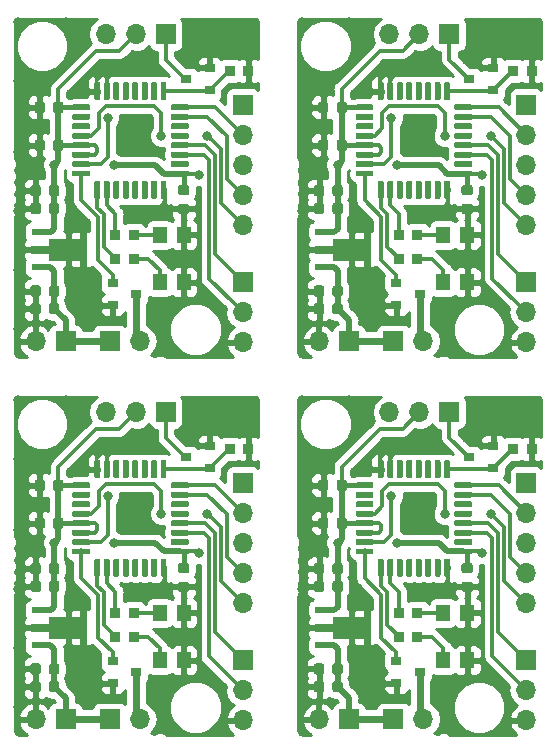
<source format=gbr>
G04 #@! TF.GenerationSoftware,KiCad,Pcbnew,5.0.2-bee76a0~70~ubuntu18.04.1*
G04 #@! TF.CreationDate,2019-07-19T10:53:47+02:00*
G04 #@! TF.ProjectId,AutoGardener_Outdoor_panel,4175746f-4761-4726-9465-6e65725f4f75,rev?*
G04 #@! TF.SameCoordinates,Original*
G04 #@! TF.FileFunction,Copper,L1,Top*
G04 #@! TF.FilePolarity,Positive*
%FSLAX46Y46*%
G04 Gerber Fmt 4.6, Leading zero omitted, Abs format (unit mm)*
G04 Created by KiCad (PCBNEW 5.0.2-bee76a0~70~ubuntu18.04.1) date Fri 19 Jul 2019 10:53:47 CEST*
%MOMM*%
%LPD*%
G01*
G04 APERTURE LIST*
G04 #@! TA.AperFunction,Conductor*
%ADD10C,0.100000*%
G04 #@! TD*
G04 #@! TA.AperFunction,SMDPad,CuDef*
%ADD11C,0.875000*%
G04 #@! TD*
G04 #@! TA.AperFunction,ComponentPad*
%ADD12R,1.700000X1.700000*%
G04 #@! TD*
G04 #@! TA.AperFunction,ComponentPad*
%ADD13O,1.700000X1.700000*%
G04 #@! TD*
G04 #@! TA.AperFunction,SMDPad,CuDef*
%ADD14R,1.150000X1.400000*%
G04 #@! TD*
G04 #@! TA.AperFunction,SMDPad,CuDef*
%ADD15R,0.875000X0.950000*%
G04 #@! TD*
G04 #@! TA.AperFunction,SMDPad,CuDef*
%ADD16R,0.900000X0.800000*%
G04 #@! TD*
G04 #@! TA.AperFunction,SMDPad,CuDef*
%ADD17C,0.500000*%
G04 #@! TD*
G04 #@! TA.AperFunction,SMDPad,CuDef*
%ADD18R,3.200000X1.850000*%
G04 #@! TD*
G04 #@! TA.AperFunction,SMDPad,CuDef*
%ADD19R,1.300000X0.550000*%
G04 #@! TD*
G04 #@! TA.AperFunction,SMDPad,CuDef*
%ADD20R,1.600000X0.800000*%
G04 #@! TD*
G04 #@! TA.AperFunction,ViaPad*
%ADD21C,0.800000*%
G04 #@! TD*
G04 #@! TA.AperFunction,Conductor*
%ADD22C,0.500000*%
G04 #@! TD*
G04 #@! TA.AperFunction,Conductor*
%ADD23C,0.300000*%
G04 #@! TD*
G04 #@! TA.AperFunction,Conductor*
%ADD24C,0.600000*%
G04 #@! TD*
G04 #@! TA.AperFunction,Conductor*
%ADD25C,0.400000*%
G04 #@! TD*
G04 #@! TA.AperFunction,NonConductor*
%ADD26C,0.254000*%
G04 #@! TD*
G04 APERTURE END LIST*
D10*
G04 #@! TO.N,N/C*
G04 #@! TO.C,C2*
G36*
X184627691Y-66926053D02*
X184648926Y-66929203D01*
X184669750Y-66934419D01*
X184689962Y-66941651D01*
X184709368Y-66950830D01*
X184727781Y-66961866D01*
X184745024Y-66974654D01*
X184760930Y-66989070D01*
X184775346Y-67004976D01*
X184788134Y-67022219D01*
X184799170Y-67040632D01*
X184808349Y-67060038D01*
X184815581Y-67080250D01*
X184820797Y-67101074D01*
X184823947Y-67122309D01*
X184825000Y-67143750D01*
X184825000Y-67656250D01*
X184823947Y-67677691D01*
X184820797Y-67698926D01*
X184815581Y-67719750D01*
X184808349Y-67739962D01*
X184799170Y-67759368D01*
X184788134Y-67777781D01*
X184775346Y-67795024D01*
X184760930Y-67810930D01*
X184745024Y-67825346D01*
X184727781Y-67838134D01*
X184709368Y-67849170D01*
X184689962Y-67858349D01*
X184669750Y-67865581D01*
X184648926Y-67870797D01*
X184627691Y-67873947D01*
X184606250Y-67875000D01*
X184168750Y-67875000D01*
X184147309Y-67873947D01*
X184126074Y-67870797D01*
X184105250Y-67865581D01*
X184085038Y-67858349D01*
X184065632Y-67849170D01*
X184047219Y-67838134D01*
X184029976Y-67825346D01*
X184014070Y-67810930D01*
X183999654Y-67795024D01*
X183986866Y-67777781D01*
X183975830Y-67759368D01*
X183966651Y-67739962D01*
X183959419Y-67719750D01*
X183954203Y-67698926D01*
X183951053Y-67677691D01*
X183950000Y-67656250D01*
X183950000Y-67143750D01*
X183951053Y-67122309D01*
X183954203Y-67101074D01*
X183959419Y-67080250D01*
X183966651Y-67060038D01*
X183975830Y-67040632D01*
X183986866Y-67022219D01*
X183999654Y-67004976D01*
X184014070Y-66989070D01*
X184029976Y-66974654D01*
X184047219Y-66961866D01*
X184065632Y-66950830D01*
X184085038Y-66941651D01*
X184105250Y-66934419D01*
X184126074Y-66929203D01*
X184147309Y-66926053D01*
X184168750Y-66925000D01*
X184606250Y-66925000D01*
X184627691Y-66926053D01*
X184627691Y-66926053D01*
G37*
D11*
G04 #@! TD*
G04 #@! TO.P,C2,1*
G04 #@! TO.N,N/C*
X184387500Y-67400000D03*
D10*
G04 #@! TO.N,N/C*
G04 #@! TO.C,C2*
G36*
X183052691Y-66926053D02*
X183073926Y-66929203D01*
X183094750Y-66934419D01*
X183114962Y-66941651D01*
X183134368Y-66950830D01*
X183152781Y-66961866D01*
X183170024Y-66974654D01*
X183185930Y-66989070D01*
X183200346Y-67004976D01*
X183213134Y-67022219D01*
X183224170Y-67040632D01*
X183233349Y-67060038D01*
X183240581Y-67080250D01*
X183245797Y-67101074D01*
X183248947Y-67122309D01*
X183250000Y-67143750D01*
X183250000Y-67656250D01*
X183248947Y-67677691D01*
X183245797Y-67698926D01*
X183240581Y-67719750D01*
X183233349Y-67739962D01*
X183224170Y-67759368D01*
X183213134Y-67777781D01*
X183200346Y-67795024D01*
X183185930Y-67810930D01*
X183170024Y-67825346D01*
X183152781Y-67838134D01*
X183134368Y-67849170D01*
X183114962Y-67858349D01*
X183094750Y-67865581D01*
X183073926Y-67870797D01*
X183052691Y-67873947D01*
X183031250Y-67875000D01*
X182593750Y-67875000D01*
X182572309Y-67873947D01*
X182551074Y-67870797D01*
X182530250Y-67865581D01*
X182510038Y-67858349D01*
X182490632Y-67849170D01*
X182472219Y-67838134D01*
X182454976Y-67825346D01*
X182439070Y-67810930D01*
X182424654Y-67795024D01*
X182411866Y-67777781D01*
X182400830Y-67759368D01*
X182391651Y-67739962D01*
X182384419Y-67719750D01*
X182379203Y-67698926D01*
X182376053Y-67677691D01*
X182375000Y-67656250D01*
X182375000Y-67143750D01*
X182376053Y-67122309D01*
X182379203Y-67101074D01*
X182384419Y-67080250D01*
X182391651Y-67060038D01*
X182400830Y-67040632D01*
X182411866Y-67022219D01*
X182424654Y-67004976D01*
X182439070Y-66989070D01*
X182454976Y-66974654D01*
X182472219Y-66961866D01*
X182490632Y-66950830D01*
X182510038Y-66941651D01*
X182530250Y-66934419D01*
X182551074Y-66929203D01*
X182572309Y-66926053D01*
X182593750Y-66925000D01*
X183031250Y-66925000D01*
X183052691Y-66926053D01*
X183052691Y-66926053D01*
G37*
D11*
G04 #@! TD*
G04 #@! TO.P,C2,2*
G04 #@! TO.N,N/C*
X182812500Y-67400000D03*
D12*
G04 #@! TO.P,J2,1*
G04 #@! TO.N,N/C*
X200000000Y-79000000D03*
D13*
G04 #@! TO.P,J2,2*
X200000000Y-81540000D03*
G04 #@! TO.P,J2,3*
X200000000Y-84080000D03*
G04 #@! TD*
D14*
G04 #@! TO.P,LD3,1*
G04 #@! TO.N,N/C*
X195025000Y-79000000D03*
G04 #@! TO.P,LD3,2*
X192975000Y-79000000D03*
G04 #@! TD*
G04 #@! TO.P,LD3,2*
G04 #@! TO.N,N/C*
X216975000Y-79000000D03*
G04 #@! TO.P,LD3,1*
X219025000Y-79000000D03*
G04 #@! TD*
D13*
G04 #@! TO.P,BAT1,2*
G04 #@! TO.N,N/C*
X206460000Y-84000000D03*
D12*
G04 #@! TO.P,BAT1,1*
X209000000Y-84000000D03*
G04 #@! TD*
D15*
G04 #@! TO.P,R1,2*
G04 #@! TO.N,N/C*
X224487500Y-61100000D03*
G04 #@! TO.P,R1,1*
X222912500Y-61100000D03*
G04 #@! TD*
D10*
G04 #@! TO.N,N/C*
G04 #@! TO.C,C4*
G36*
X184277691Y-80776053D02*
X184298926Y-80779203D01*
X184319750Y-80784419D01*
X184339962Y-80791651D01*
X184359368Y-80800830D01*
X184377781Y-80811866D01*
X184395024Y-80824654D01*
X184410930Y-80839070D01*
X184425346Y-80854976D01*
X184438134Y-80872219D01*
X184449170Y-80890632D01*
X184458349Y-80910038D01*
X184465581Y-80930250D01*
X184470797Y-80951074D01*
X184473947Y-80972309D01*
X184475000Y-80993750D01*
X184475000Y-81506250D01*
X184473947Y-81527691D01*
X184470797Y-81548926D01*
X184465581Y-81569750D01*
X184458349Y-81589962D01*
X184449170Y-81609368D01*
X184438134Y-81627781D01*
X184425346Y-81645024D01*
X184410930Y-81660930D01*
X184395024Y-81675346D01*
X184377781Y-81688134D01*
X184359368Y-81699170D01*
X184339962Y-81708349D01*
X184319750Y-81715581D01*
X184298926Y-81720797D01*
X184277691Y-81723947D01*
X184256250Y-81725000D01*
X183818750Y-81725000D01*
X183797309Y-81723947D01*
X183776074Y-81720797D01*
X183755250Y-81715581D01*
X183735038Y-81708349D01*
X183715632Y-81699170D01*
X183697219Y-81688134D01*
X183679976Y-81675346D01*
X183664070Y-81660930D01*
X183649654Y-81645024D01*
X183636866Y-81627781D01*
X183625830Y-81609368D01*
X183616651Y-81589962D01*
X183609419Y-81569750D01*
X183604203Y-81548926D01*
X183601053Y-81527691D01*
X183600000Y-81506250D01*
X183600000Y-80993750D01*
X183601053Y-80972309D01*
X183604203Y-80951074D01*
X183609419Y-80930250D01*
X183616651Y-80910038D01*
X183625830Y-80890632D01*
X183636866Y-80872219D01*
X183649654Y-80854976D01*
X183664070Y-80839070D01*
X183679976Y-80824654D01*
X183697219Y-80811866D01*
X183715632Y-80800830D01*
X183735038Y-80791651D01*
X183755250Y-80784419D01*
X183776074Y-80779203D01*
X183797309Y-80776053D01*
X183818750Y-80775000D01*
X184256250Y-80775000D01*
X184277691Y-80776053D01*
X184277691Y-80776053D01*
G37*
D11*
G04 #@! TD*
G04 #@! TO.P,C4,1*
G04 #@! TO.N,N/C*
X184037500Y-81250000D03*
D10*
G04 #@! TO.N,N/C*
G04 #@! TO.C,C4*
G36*
X182702691Y-80776053D02*
X182723926Y-80779203D01*
X182744750Y-80784419D01*
X182764962Y-80791651D01*
X182784368Y-80800830D01*
X182802781Y-80811866D01*
X182820024Y-80824654D01*
X182835930Y-80839070D01*
X182850346Y-80854976D01*
X182863134Y-80872219D01*
X182874170Y-80890632D01*
X182883349Y-80910038D01*
X182890581Y-80930250D01*
X182895797Y-80951074D01*
X182898947Y-80972309D01*
X182900000Y-80993750D01*
X182900000Y-81506250D01*
X182898947Y-81527691D01*
X182895797Y-81548926D01*
X182890581Y-81569750D01*
X182883349Y-81589962D01*
X182874170Y-81609368D01*
X182863134Y-81627781D01*
X182850346Y-81645024D01*
X182835930Y-81660930D01*
X182820024Y-81675346D01*
X182802781Y-81688134D01*
X182784368Y-81699170D01*
X182764962Y-81708349D01*
X182744750Y-81715581D01*
X182723926Y-81720797D01*
X182702691Y-81723947D01*
X182681250Y-81725000D01*
X182243750Y-81725000D01*
X182222309Y-81723947D01*
X182201074Y-81720797D01*
X182180250Y-81715581D01*
X182160038Y-81708349D01*
X182140632Y-81699170D01*
X182122219Y-81688134D01*
X182104976Y-81675346D01*
X182089070Y-81660930D01*
X182074654Y-81645024D01*
X182061866Y-81627781D01*
X182050830Y-81609368D01*
X182041651Y-81589962D01*
X182034419Y-81569750D01*
X182029203Y-81548926D01*
X182026053Y-81527691D01*
X182025000Y-81506250D01*
X182025000Y-80993750D01*
X182026053Y-80972309D01*
X182029203Y-80951074D01*
X182034419Y-80930250D01*
X182041651Y-80910038D01*
X182050830Y-80890632D01*
X182061866Y-80872219D01*
X182074654Y-80854976D01*
X182089070Y-80839070D01*
X182104976Y-80824654D01*
X182122219Y-80811866D01*
X182140632Y-80800830D01*
X182160038Y-80791651D01*
X182180250Y-80784419D01*
X182201074Y-80779203D01*
X182222309Y-80776053D01*
X182243750Y-80775000D01*
X182681250Y-80775000D01*
X182702691Y-80776053D01*
X182702691Y-80776053D01*
G37*
D11*
G04 #@! TD*
G04 #@! TO.P,C4,2*
G04 #@! TO.N,N/C*
X182462500Y-81250000D03*
D12*
G04 #@! TO.P,BAT1,1*
G04 #@! TO.N,N/C*
X185000000Y-84000000D03*
D13*
G04 #@! TO.P,BAT1,2*
X182460000Y-84000000D03*
G04 #@! TD*
D10*
G04 #@! TO.N,N/C*
G04 #@! TO.C,C1*
G36*
X208627691Y-63726053D02*
X208648926Y-63729203D01*
X208669750Y-63734419D01*
X208689962Y-63741651D01*
X208709368Y-63750830D01*
X208727781Y-63761866D01*
X208745024Y-63774654D01*
X208760930Y-63789070D01*
X208775346Y-63804976D01*
X208788134Y-63822219D01*
X208799170Y-63840632D01*
X208808349Y-63860038D01*
X208815581Y-63880250D01*
X208820797Y-63901074D01*
X208823947Y-63922309D01*
X208825000Y-63943750D01*
X208825000Y-64456250D01*
X208823947Y-64477691D01*
X208820797Y-64498926D01*
X208815581Y-64519750D01*
X208808349Y-64539962D01*
X208799170Y-64559368D01*
X208788134Y-64577781D01*
X208775346Y-64595024D01*
X208760930Y-64610930D01*
X208745024Y-64625346D01*
X208727781Y-64638134D01*
X208709368Y-64649170D01*
X208689962Y-64658349D01*
X208669750Y-64665581D01*
X208648926Y-64670797D01*
X208627691Y-64673947D01*
X208606250Y-64675000D01*
X208168750Y-64675000D01*
X208147309Y-64673947D01*
X208126074Y-64670797D01*
X208105250Y-64665581D01*
X208085038Y-64658349D01*
X208065632Y-64649170D01*
X208047219Y-64638134D01*
X208029976Y-64625346D01*
X208014070Y-64610930D01*
X207999654Y-64595024D01*
X207986866Y-64577781D01*
X207975830Y-64559368D01*
X207966651Y-64539962D01*
X207959419Y-64519750D01*
X207954203Y-64498926D01*
X207951053Y-64477691D01*
X207950000Y-64456250D01*
X207950000Y-63943750D01*
X207951053Y-63922309D01*
X207954203Y-63901074D01*
X207959419Y-63880250D01*
X207966651Y-63860038D01*
X207975830Y-63840632D01*
X207986866Y-63822219D01*
X207999654Y-63804976D01*
X208014070Y-63789070D01*
X208029976Y-63774654D01*
X208047219Y-63761866D01*
X208065632Y-63750830D01*
X208085038Y-63741651D01*
X208105250Y-63734419D01*
X208126074Y-63729203D01*
X208147309Y-63726053D01*
X208168750Y-63725000D01*
X208606250Y-63725000D01*
X208627691Y-63726053D01*
X208627691Y-63726053D01*
G37*
D11*
G04 #@! TD*
G04 #@! TO.P,C1,1*
G04 #@! TO.N,N/C*
X208387500Y-64200000D03*
D10*
G04 #@! TO.N,N/C*
G04 #@! TO.C,C1*
G36*
X207052691Y-63726053D02*
X207073926Y-63729203D01*
X207094750Y-63734419D01*
X207114962Y-63741651D01*
X207134368Y-63750830D01*
X207152781Y-63761866D01*
X207170024Y-63774654D01*
X207185930Y-63789070D01*
X207200346Y-63804976D01*
X207213134Y-63822219D01*
X207224170Y-63840632D01*
X207233349Y-63860038D01*
X207240581Y-63880250D01*
X207245797Y-63901074D01*
X207248947Y-63922309D01*
X207250000Y-63943750D01*
X207250000Y-64456250D01*
X207248947Y-64477691D01*
X207245797Y-64498926D01*
X207240581Y-64519750D01*
X207233349Y-64539962D01*
X207224170Y-64559368D01*
X207213134Y-64577781D01*
X207200346Y-64595024D01*
X207185930Y-64610930D01*
X207170024Y-64625346D01*
X207152781Y-64638134D01*
X207134368Y-64649170D01*
X207114962Y-64658349D01*
X207094750Y-64665581D01*
X207073926Y-64670797D01*
X207052691Y-64673947D01*
X207031250Y-64675000D01*
X206593750Y-64675000D01*
X206572309Y-64673947D01*
X206551074Y-64670797D01*
X206530250Y-64665581D01*
X206510038Y-64658349D01*
X206490632Y-64649170D01*
X206472219Y-64638134D01*
X206454976Y-64625346D01*
X206439070Y-64610930D01*
X206424654Y-64595024D01*
X206411866Y-64577781D01*
X206400830Y-64559368D01*
X206391651Y-64539962D01*
X206384419Y-64519750D01*
X206379203Y-64498926D01*
X206376053Y-64477691D01*
X206375000Y-64456250D01*
X206375000Y-63943750D01*
X206376053Y-63922309D01*
X206379203Y-63901074D01*
X206384419Y-63880250D01*
X206391651Y-63860038D01*
X206400830Y-63840632D01*
X206411866Y-63822219D01*
X206424654Y-63804976D01*
X206439070Y-63789070D01*
X206454976Y-63774654D01*
X206472219Y-63761866D01*
X206490632Y-63750830D01*
X206510038Y-63741651D01*
X206530250Y-63734419D01*
X206551074Y-63729203D01*
X206572309Y-63726053D01*
X206593750Y-63725000D01*
X207031250Y-63725000D01*
X207052691Y-63726053D01*
X207052691Y-63726053D01*
G37*
D11*
G04 #@! TD*
G04 #@! TO.P,C1,2*
G04 #@! TO.N,N/C*
X206812500Y-64200000D03*
D14*
G04 #@! TO.P,LD13,2*
G04 #@! TO.N,N/C*
X192975000Y-75000000D03*
G04 #@! TO.P,LD13,1*
X195025000Y-75000000D03*
G04 #@! TD*
D16*
G04 #@! TO.P,Q2,3*
G04 #@! TO.N,N/C*
X191000000Y-80000000D03*
G04 #@! TO.P,Q2,1*
X189000000Y-79050000D03*
G04 #@! TO.P,Q2,2*
X189000000Y-80950000D03*
G04 #@! TD*
D13*
G04 #@! TO.P,J1,5*
G04 #@! TO.N,N/C*
X200000000Y-74160000D03*
G04 #@! TO.P,J1,4*
X200000000Y-71620000D03*
G04 #@! TO.P,J1,3*
X200000000Y-69080000D03*
G04 #@! TO.P,J1,2*
X200000000Y-66540000D03*
D12*
G04 #@! TO.P,J1,1*
X200000000Y-64000000D03*
G04 #@! TD*
G04 #@! TO.P,J4,1*
G04 #@! TO.N,N/C*
X212750000Y-84000000D03*
D13*
G04 #@! TO.P,J4,2*
X215290000Y-84000000D03*
G04 #@! TD*
D10*
G04 #@! TO.N,N/C*
G04 #@! TO.C,C5*
G36*
X208277691Y-79276053D02*
X208298926Y-79279203D01*
X208319750Y-79284419D01*
X208339962Y-79291651D01*
X208359368Y-79300830D01*
X208377781Y-79311866D01*
X208395024Y-79324654D01*
X208410930Y-79339070D01*
X208425346Y-79354976D01*
X208438134Y-79372219D01*
X208449170Y-79390632D01*
X208458349Y-79410038D01*
X208465581Y-79430250D01*
X208470797Y-79451074D01*
X208473947Y-79472309D01*
X208475000Y-79493750D01*
X208475000Y-80006250D01*
X208473947Y-80027691D01*
X208470797Y-80048926D01*
X208465581Y-80069750D01*
X208458349Y-80089962D01*
X208449170Y-80109368D01*
X208438134Y-80127781D01*
X208425346Y-80145024D01*
X208410930Y-80160930D01*
X208395024Y-80175346D01*
X208377781Y-80188134D01*
X208359368Y-80199170D01*
X208339962Y-80208349D01*
X208319750Y-80215581D01*
X208298926Y-80220797D01*
X208277691Y-80223947D01*
X208256250Y-80225000D01*
X207818750Y-80225000D01*
X207797309Y-80223947D01*
X207776074Y-80220797D01*
X207755250Y-80215581D01*
X207735038Y-80208349D01*
X207715632Y-80199170D01*
X207697219Y-80188134D01*
X207679976Y-80175346D01*
X207664070Y-80160930D01*
X207649654Y-80145024D01*
X207636866Y-80127781D01*
X207625830Y-80109368D01*
X207616651Y-80089962D01*
X207609419Y-80069750D01*
X207604203Y-80048926D01*
X207601053Y-80027691D01*
X207600000Y-80006250D01*
X207600000Y-79493750D01*
X207601053Y-79472309D01*
X207604203Y-79451074D01*
X207609419Y-79430250D01*
X207616651Y-79410038D01*
X207625830Y-79390632D01*
X207636866Y-79372219D01*
X207649654Y-79354976D01*
X207664070Y-79339070D01*
X207679976Y-79324654D01*
X207697219Y-79311866D01*
X207715632Y-79300830D01*
X207735038Y-79291651D01*
X207755250Y-79284419D01*
X207776074Y-79279203D01*
X207797309Y-79276053D01*
X207818750Y-79275000D01*
X208256250Y-79275000D01*
X208277691Y-79276053D01*
X208277691Y-79276053D01*
G37*
D11*
G04 #@! TD*
G04 #@! TO.P,C5,1*
G04 #@! TO.N,N/C*
X208037500Y-79750000D03*
D10*
G04 #@! TO.N,N/C*
G04 #@! TO.C,C5*
G36*
X206702691Y-79276053D02*
X206723926Y-79279203D01*
X206744750Y-79284419D01*
X206764962Y-79291651D01*
X206784368Y-79300830D01*
X206802781Y-79311866D01*
X206820024Y-79324654D01*
X206835930Y-79339070D01*
X206850346Y-79354976D01*
X206863134Y-79372219D01*
X206874170Y-79390632D01*
X206883349Y-79410038D01*
X206890581Y-79430250D01*
X206895797Y-79451074D01*
X206898947Y-79472309D01*
X206900000Y-79493750D01*
X206900000Y-80006250D01*
X206898947Y-80027691D01*
X206895797Y-80048926D01*
X206890581Y-80069750D01*
X206883349Y-80089962D01*
X206874170Y-80109368D01*
X206863134Y-80127781D01*
X206850346Y-80145024D01*
X206835930Y-80160930D01*
X206820024Y-80175346D01*
X206802781Y-80188134D01*
X206784368Y-80199170D01*
X206764962Y-80208349D01*
X206744750Y-80215581D01*
X206723926Y-80220797D01*
X206702691Y-80223947D01*
X206681250Y-80225000D01*
X206243750Y-80225000D01*
X206222309Y-80223947D01*
X206201074Y-80220797D01*
X206180250Y-80215581D01*
X206160038Y-80208349D01*
X206140632Y-80199170D01*
X206122219Y-80188134D01*
X206104976Y-80175346D01*
X206089070Y-80160930D01*
X206074654Y-80145024D01*
X206061866Y-80127781D01*
X206050830Y-80109368D01*
X206041651Y-80089962D01*
X206034419Y-80069750D01*
X206029203Y-80048926D01*
X206026053Y-80027691D01*
X206025000Y-80006250D01*
X206025000Y-79493750D01*
X206026053Y-79472309D01*
X206029203Y-79451074D01*
X206034419Y-79430250D01*
X206041651Y-79410038D01*
X206050830Y-79390632D01*
X206061866Y-79372219D01*
X206074654Y-79354976D01*
X206089070Y-79339070D01*
X206104976Y-79324654D01*
X206122219Y-79311866D01*
X206140632Y-79300830D01*
X206160038Y-79291651D01*
X206180250Y-79284419D01*
X206201074Y-79279203D01*
X206222309Y-79276053D01*
X206243750Y-79275000D01*
X206681250Y-79275000D01*
X206702691Y-79276053D01*
X206702691Y-79276053D01*
G37*
D11*
G04 #@! TD*
G04 #@! TO.P,C5,2*
G04 #@! TO.N,N/C*
X206462500Y-79750000D03*
D10*
G04 #@! TO.N,N/C*
G04 #@! TO.C,U1*
G36*
X210962252Y-63950602D02*
X210974386Y-63952402D01*
X210986286Y-63955382D01*
X210997835Y-63959515D01*
X211008925Y-63964760D01*
X211019446Y-63971066D01*
X211029299Y-63978374D01*
X211038388Y-63986612D01*
X211046626Y-63995701D01*
X211053934Y-64005554D01*
X211060240Y-64016075D01*
X211065485Y-64027165D01*
X211069618Y-64038714D01*
X211072598Y-64050614D01*
X211074398Y-64062748D01*
X211075000Y-64075000D01*
X211075000Y-64325000D01*
X211074398Y-64337252D01*
X211072598Y-64349386D01*
X211069618Y-64361286D01*
X211065485Y-64372835D01*
X211060240Y-64383925D01*
X211053934Y-64394446D01*
X211046626Y-64404299D01*
X211038388Y-64413388D01*
X211029299Y-64421626D01*
X211019446Y-64428934D01*
X211008925Y-64435240D01*
X210997835Y-64440485D01*
X210986286Y-64444618D01*
X210974386Y-64447598D01*
X210962252Y-64449398D01*
X210950000Y-64450000D01*
X209700000Y-64450000D01*
X209687748Y-64449398D01*
X209675614Y-64447598D01*
X209663714Y-64444618D01*
X209652165Y-64440485D01*
X209641075Y-64435240D01*
X209630554Y-64428934D01*
X209620701Y-64421626D01*
X209611612Y-64413388D01*
X209603374Y-64404299D01*
X209596066Y-64394446D01*
X209589760Y-64383925D01*
X209584515Y-64372835D01*
X209580382Y-64361286D01*
X209577402Y-64349386D01*
X209575602Y-64337252D01*
X209575000Y-64325000D01*
X209575000Y-64075000D01*
X209575602Y-64062748D01*
X209577402Y-64050614D01*
X209580382Y-64038714D01*
X209584515Y-64027165D01*
X209589760Y-64016075D01*
X209596066Y-64005554D01*
X209603374Y-63995701D01*
X209611612Y-63986612D01*
X209620701Y-63978374D01*
X209630554Y-63971066D01*
X209641075Y-63964760D01*
X209652165Y-63959515D01*
X209663714Y-63955382D01*
X209675614Y-63952402D01*
X209687748Y-63950602D01*
X209700000Y-63950000D01*
X210950000Y-63950000D01*
X210962252Y-63950602D01*
X210962252Y-63950602D01*
G37*
D17*
G04 #@! TD*
G04 #@! TO.P,U1,1*
G04 #@! TO.N,N/C*
X210325000Y-64200000D03*
D10*
G04 #@! TO.N,N/C*
G04 #@! TO.C,U1*
G36*
X210962252Y-64750602D02*
X210974386Y-64752402D01*
X210986286Y-64755382D01*
X210997835Y-64759515D01*
X211008925Y-64764760D01*
X211019446Y-64771066D01*
X211029299Y-64778374D01*
X211038388Y-64786612D01*
X211046626Y-64795701D01*
X211053934Y-64805554D01*
X211060240Y-64816075D01*
X211065485Y-64827165D01*
X211069618Y-64838714D01*
X211072598Y-64850614D01*
X211074398Y-64862748D01*
X211075000Y-64875000D01*
X211075000Y-65125000D01*
X211074398Y-65137252D01*
X211072598Y-65149386D01*
X211069618Y-65161286D01*
X211065485Y-65172835D01*
X211060240Y-65183925D01*
X211053934Y-65194446D01*
X211046626Y-65204299D01*
X211038388Y-65213388D01*
X211029299Y-65221626D01*
X211019446Y-65228934D01*
X211008925Y-65235240D01*
X210997835Y-65240485D01*
X210986286Y-65244618D01*
X210974386Y-65247598D01*
X210962252Y-65249398D01*
X210950000Y-65250000D01*
X209700000Y-65250000D01*
X209687748Y-65249398D01*
X209675614Y-65247598D01*
X209663714Y-65244618D01*
X209652165Y-65240485D01*
X209641075Y-65235240D01*
X209630554Y-65228934D01*
X209620701Y-65221626D01*
X209611612Y-65213388D01*
X209603374Y-65204299D01*
X209596066Y-65194446D01*
X209589760Y-65183925D01*
X209584515Y-65172835D01*
X209580382Y-65161286D01*
X209577402Y-65149386D01*
X209575602Y-65137252D01*
X209575000Y-65125000D01*
X209575000Y-64875000D01*
X209575602Y-64862748D01*
X209577402Y-64850614D01*
X209580382Y-64838714D01*
X209584515Y-64827165D01*
X209589760Y-64816075D01*
X209596066Y-64805554D01*
X209603374Y-64795701D01*
X209611612Y-64786612D01*
X209620701Y-64778374D01*
X209630554Y-64771066D01*
X209641075Y-64764760D01*
X209652165Y-64759515D01*
X209663714Y-64755382D01*
X209675614Y-64752402D01*
X209687748Y-64750602D01*
X209700000Y-64750000D01*
X210950000Y-64750000D01*
X210962252Y-64750602D01*
X210962252Y-64750602D01*
G37*
D17*
G04 #@! TD*
G04 #@! TO.P,U1,2*
G04 #@! TO.N,N/C*
X210325000Y-65000000D03*
D10*
G04 #@! TO.N,N/C*
G04 #@! TO.C,U1*
G36*
X210962252Y-65550602D02*
X210974386Y-65552402D01*
X210986286Y-65555382D01*
X210997835Y-65559515D01*
X211008925Y-65564760D01*
X211019446Y-65571066D01*
X211029299Y-65578374D01*
X211038388Y-65586612D01*
X211046626Y-65595701D01*
X211053934Y-65605554D01*
X211060240Y-65616075D01*
X211065485Y-65627165D01*
X211069618Y-65638714D01*
X211072598Y-65650614D01*
X211074398Y-65662748D01*
X211075000Y-65675000D01*
X211075000Y-65925000D01*
X211074398Y-65937252D01*
X211072598Y-65949386D01*
X211069618Y-65961286D01*
X211065485Y-65972835D01*
X211060240Y-65983925D01*
X211053934Y-65994446D01*
X211046626Y-66004299D01*
X211038388Y-66013388D01*
X211029299Y-66021626D01*
X211019446Y-66028934D01*
X211008925Y-66035240D01*
X210997835Y-66040485D01*
X210986286Y-66044618D01*
X210974386Y-66047598D01*
X210962252Y-66049398D01*
X210950000Y-66050000D01*
X209700000Y-66050000D01*
X209687748Y-66049398D01*
X209675614Y-66047598D01*
X209663714Y-66044618D01*
X209652165Y-66040485D01*
X209641075Y-66035240D01*
X209630554Y-66028934D01*
X209620701Y-66021626D01*
X209611612Y-66013388D01*
X209603374Y-66004299D01*
X209596066Y-65994446D01*
X209589760Y-65983925D01*
X209584515Y-65972835D01*
X209580382Y-65961286D01*
X209577402Y-65949386D01*
X209575602Y-65937252D01*
X209575000Y-65925000D01*
X209575000Y-65675000D01*
X209575602Y-65662748D01*
X209577402Y-65650614D01*
X209580382Y-65638714D01*
X209584515Y-65627165D01*
X209589760Y-65616075D01*
X209596066Y-65605554D01*
X209603374Y-65595701D01*
X209611612Y-65586612D01*
X209620701Y-65578374D01*
X209630554Y-65571066D01*
X209641075Y-65564760D01*
X209652165Y-65559515D01*
X209663714Y-65555382D01*
X209675614Y-65552402D01*
X209687748Y-65550602D01*
X209700000Y-65550000D01*
X210950000Y-65550000D01*
X210962252Y-65550602D01*
X210962252Y-65550602D01*
G37*
D17*
G04 #@! TD*
G04 #@! TO.P,U1,3*
G04 #@! TO.N,N/C*
X210325000Y-65800000D03*
D10*
G04 #@! TO.N,N/C*
G04 #@! TO.C,U1*
G36*
X210962252Y-66350602D02*
X210974386Y-66352402D01*
X210986286Y-66355382D01*
X210997835Y-66359515D01*
X211008925Y-66364760D01*
X211019446Y-66371066D01*
X211029299Y-66378374D01*
X211038388Y-66386612D01*
X211046626Y-66395701D01*
X211053934Y-66405554D01*
X211060240Y-66416075D01*
X211065485Y-66427165D01*
X211069618Y-66438714D01*
X211072598Y-66450614D01*
X211074398Y-66462748D01*
X211075000Y-66475000D01*
X211075000Y-66725000D01*
X211074398Y-66737252D01*
X211072598Y-66749386D01*
X211069618Y-66761286D01*
X211065485Y-66772835D01*
X211060240Y-66783925D01*
X211053934Y-66794446D01*
X211046626Y-66804299D01*
X211038388Y-66813388D01*
X211029299Y-66821626D01*
X211019446Y-66828934D01*
X211008925Y-66835240D01*
X210997835Y-66840485D01*
X210986286Y-66844618D01*
X210974386Y-66847598D01*
X210962252Y-66849398D01*
X210950000Y-66850000D01*
X209700000Y-66850000D01*
X209687748Y-66849398D01*
X209675614Y-66847598D01*
X209663714Y-66844618D01*
X209652165Y-66840485D01*
X209641075Y-66835240D01*
X209630554Y-66828934D01*
X209620701Y-66821626D01*
X209611612Y-66813388D01*
X209603374Y-66804299D01*
X209596066Y-66794446D01*
X209589760Y-66783925D01*
X209584515Y-66772835D01*
X209580382Y-66761286D01*
X209577402Y-66749386D01*
X209575602Y-66737252D01*
X209575000Y-66725000D01*
X209575000Y-66475000D01*
X209575602Y-66462748D01*
X209577402Y-66450614D01*
X209580382Y-66438714D01*
X209584515Y-66427165D01*
X209589760Y-66416075D01*
X209596066Y-66405554D01*
X209603374Y-66395701D01*
X209611612Y-66386612D01*
X209620701Y-66378374D01*
X209630554Y-66371066D01*
X209641075Y-66364760D01*
X209652165Y-66359515D01*
X209663714Y-66355382D01*
X209675614Y-66352402D01*
X209687748Y-66350602D01*
X209700000Y-66350000D01*
X210950000Y-66350000D01*
X210962252Y-66350602D01*
X210962252Y-66350602D01*
G37*
D17*
G04 #@! TD*
G04 #@! TO.P,U1,4*
G04 #@! TO.N,N/C*
X210325000Y-66600000D03*
D10*
G04 #@! TO.N,N/C*
G04 #@! TO.C,U1*
G36*
X210962252Y-67150602D02*
X210974386Y-67152402D01*
X210986286Y-67155382D01*
X210997835Y-67159515D01*
X211008925Y-67164760D01*
X211019446Y-67171066D01*
X211029299Y-67178374D01*
X211038388Y-67186612D01*
X211046626Y-67195701D01*
X211053934Y-67205554D01*
X211060240Y-67216075D01*
X211065485Y-67227165D01*
X211069618Y-67238714D01*
X211072598Y-67250614D01*
X211074398Y-67262748D01*
X211075000Y-67275000D01*
X211075000Y-67525000D01*
X211074398Y-67537252D01*
X211072598Y-67549386D01*
X211069618Y-67561286D01*
X211065485Y-67572835D01*
X211060240Y-67583925D01*
X211053934Y-67594446D01*
X211046626Y-67604299D01*
X211038388Y-67613388D01*
X211029299Y-67621626D01*
X211019446Y-67628934D01*
X211008925Y-67635240D01*
X210997835Y-67640485D01*
X210986286Y-67644618D01*
X210974386Y-67647598D01*
X210962252Y-67649398D01*
X210950000Y-67650000D01*
X209700000Y-67650000D01*
X209687748Y-67649398D01*
X209675614Y-67647598D01*
X209663714Y-67644618D01*
X209652165Y-67640485D01*
X209641075Y-67635240D01*
X209630554Y-67628934D01*
X209620701Y-67621626D01*
X209611612Y-67613388D01*
X209603374Y-67604299D01*
X209596066Y-67594446D01*
X209589760Y-67583925D01*
X209584515Y-67572835D01*
X209580382Y-67561286D01*
X209577402Y-67549386D01*
X209575602Y-67537252D01*
X209575000Y-67525000D01*
X209575000Y-67275000D01*
X209575602Y-67262748D01*
X209577402Y-67250614D01*
X209580382Y-67238714D01*
X209584515Y-67227165D01*
X209589760Y-67216075D01*
X209596066Y-67205554D01*
X209603374Y-67195701D01*
X209611612Y-67186612D01*
X209620701Y-67178374D01*
X209630554Y-67171066D01*
X209641075Y-67164760D01*
X209652165Y-67159515D01*
X209663714Y-67155382D01*
X209675614Y-67152402D01*
X209687748Y-67150602D01*
X209700000Y-67150000D01*
X210950000Y-67150000D01*
X210962252Y-67150602D01*
X210962252Y-67150602D01*
G37*
D17*
G04 #@! TD*
G04 #@! TO.P,U1,5*
G04 #@! TO.N,N/C*
X210325000Y-67400000D03*
D10*
G04 #@! TO.N,N/C*
G04 #@! TO.C,U1*
G36*
X210962252Y-67950602D02*
X210974386Y-67952402D01*
X210986286Y-67955382D01*
X210997835Y-67959515D01*
X211008925Y-67964760D01*
X211019446Y-67971066D01*
X211029299Y-67978374D01*
X211038388Y-67986612D01*
X211046626Y-67995701D01*
X211053934Y-68005554D01*
X211060240Y-68016075D01*
X211065485Y-68027165D01*
X211069618Y-68038714D01*
X211072598Y-68050614D01*
X211074398Y-68062748D01*
X211075000Y-68075000D01*
X211075000Y-68325000D01*
X211074398Y-68337252D01*
X211072598Y-68349386D01*
X211069618Y-68361286D01*
X211065485Y-68372835D01*
X211060240Y-68383925D01*
X211053934Y-68394446D01*
X211046626Y-68404299D01*
X211038388Y-68413388D01*
X211029299Y-68421626D01*
X211019446Y-68428934D01*
X211008925Y-68435240D01*
X210997835Y-68440485D01*
X210986286Y-68444618D01*
X210974386Y-68447598D01*
X210962252Y-68449398D01*
X210950000Y-68450000D01*
X209700000Y-68450000D01*
X209687748Y-68449398D01*
X209675614Y-68447598D01*
X209663714Y-68444618D01*
X209652165Y-68440485D01*
X209641075Y-68435240D01*
X209630554Y-68428934D01*
X209620701Y-68421626D01*
X209611612Y-68413388D01*
X209603374Y-68404299D01*
X209596066Y-68394446D01*
X209589760Y-68383925D01*
X209584515Y-68372835D01*
X209580382Y-68361286D01*
X209577402Y-68349386D01*
X209575602Y-68337252D01*
X209575000Y-68325000D01*
X209575000Y-68075000D01*
X209575602Y-68062748D01*
X209577402Y-68050614D01*
X209580382Y-68038714D01*
X209584515Y-68027165D01*
X209589760Y-68016075D01*
X209596066Y-68005554D01*
X209603374Y-67995701D01*
X209611612Y-67986612D01*
X209620701Y-67978374D01*
X209630554Y-67971066D01*
X209641075Y-67964760D01*
X209652165Y-67959515D01*
X209663714Y-67955382D01*
X209675614Y-67952402D01*
X209687748Y-67950602D01*
X209700000Y-67950000D01*
X210950000Y-67950000D01*
X210962252Y-67950602D01*
X210962252Y-67950602D01*
G37*
D17*
G04 #@! TD*
G04 #@! TO.P,U1,6*
G04 #@! TO.N,N/C*
X210325000Y-68200000D03*
D10*
G04 #@! TO.N,N/C*
G04 #@! TO.C,U1*
G36*
X210962252Y-68750602D02*
X210974386Y-68752402D01*
X210986286Y-68755382D01*
X210997835Y-68759515D01*
X211008925Y-68764760D01*
X211019446Y-68771066D01*
X211029299Y-68778374D01*
X211038388Y-68786612D01*
X211046626Y-68795701D01*
X211053934Y-68805554D01*
X211060240Y-68816075D01*
X211065485Y-68827165D01*
X211069618Y-68838714D01*
X211072598Y-68850614D01*
X211074398Y-68862748D01*
X211075000Y-68875000D01*
X211075000Y-69125000D01*
X211074398Y-69137252D01*
X211072598Y-69149386D01*
X211069618Y-69161286D01*
X211065485Y-69172835D01*
X211060240Y-69183925D01*
X211053934Y-69194446D01*
X211046626Y-69204299D01*
X211038388Y-69213388D01*
X211029299Y-69221626D01*
X211019446Y-69228934D01*
X211008925Y-69235240D01*
X210997835Y-69240485D01*
X210986286Y-69244618D01*
X210974386Y-69247598D01*
X210962252Y-69249398D01*
X210950000Y-69250000D01*
X209700000Y-69250000D01*
X209687748Y-69249398D01*
X209675614Y-69247598D01*
X209663714Y-69244618D01*
X209652165Y-69240485D01*
X209641075Y-69235240D01*
X209630554Y-69228934D01*
X209620701Y-69221626D01*
X209611612Y-69213388D01*
X209603374Y-69204299D01*
X209596066Y-69194446D01*
X209589760Y-69183925D01*
X209584515Y-69172835D01*
X209580382Y-69161286D01*
X209577402Y-69149386D01*
X209575602Y-69137252D01*
X209575000Y-69125000D01*
X209575000Y-68875000D01*
X209575602Y-68862748D01*
X209577402Y-68850614D01*
X209580382Y-68838714D01*
X209584515Y-68827165D01*
X209589760Y-68816075D01*
X209596066Y-68805554D01*
X209603374Y-68795701D01*
X209611612Y-68786612D01*
X209620701Y-68778374D01*
X209630554Y-68771066D01*
X209641075Y-68764760D01*
X209652165Y-68759515D01*
X209663714Y-68755382D01*
X209675614Y-68752402D01*
X209687748Y-68750602D01*
X209700000Y-68750000D01*
X210950000Y-68750000D01*
X210962252Y-68750602D01*
X210962252Y-68750602D01*
G37*
D17*
G04 #@! TD*
G04 #@! TO.P,U1,7*
G04 #@! TO.N,N/C*
X210325000Y-69000000D03*
D10*
G04 #@! TO.N,N/C*
G04 #@! TO.C,U1*
G36*
X210962252Y-69550602D02*
X210974386Y-69552402D01*
X210986286Y-69555382D01*
X210997835Y-69559515D01*
X211008925Y-69564760D01*
X211019446Y-69571066D01*
X211029299Y-69578374D01*
X211038388Y-69586612D01*
X211046626Y-69595701D01*
X211053934Y-69605554D01*
X211060240Y-69616075D01*
X211065485Y-69627165D01*
X211069618Y-69638714D01*
X211072598Y-69650614D01*
X211074398Y-69662748D01*
X211075000Y-69675000D01*
X211075000Y-69925000D01*
X211074398Y-69937252D01*
X211072598Y-69949386D01*
X211069618Y-69961286D01*
X211065485Y-69972835D01*
X211060240Y-69983925D01*
X211053934Y-69994446D01*
X211046626Y-70004299D01*
X211038388Y-70013388D01*
X211029299Y-70021626D01*
X211019446Y-70028934D01*
X211008925Y-70035240D01*
X210997835Y-70040485D01*
X210986286Y-70044618D01*
X210974386Y-70047598D01*
X210962252Y-70049398D01*
X210950000Y-70050000D01*
X209700000Y-70050000D01*
X209687748Y-70049398D01*
X209675614Y-70047598D01*
X209663714Y-70044618D01*
X209652165Y-70040485D01*
X209641075Y-70035240D01*
X209630554Y-70028934D01*
X209620701Y-70021626D01*
X209611612Y-70013388D01*
X209603374Y-70004299D01*
X209596066Y-69994446D01*
X209589760Y-69983925D01*
X209584515Y-69972835D01*
X209580382Y-69961286D01*
X209577402Y-69949386D01*
X209575602Y-69937252D01*
X209575000Y-69925000D01*
X209575000Y-69675000D01*
X209575602Y-69662748D01*
X209577402Y-69650614D01*
X209580382Y-69638714D01*
X209584515Y-69627165D01*
X209589760Y-69616075D01*
X209596066Y-69605554D01*
X209603374Y-69595701D01*
X209611612Y-69586612D01*
X209620701Y-69578374D01*
X209630554Y-69571066D01*
X209641075Y-69564760D01*
X209652165Y-69559515D01*
X209663714Y-69555382D01*
X209675614Y-69552402D01*
X209687748Y-69550602D01*
X209700000Y-69550000D01*
X210950000Y-69550000D01*
X210962252Y-69550602D01*
X210962252Y-69550602D01*
G37*
D17*
G04 #@! TD*
G04 #@! TO.P,U1,8*
G04 #@! TO.N,N/C*
X210325000Y-69800000D03*
D10*
G04 #@! TO.N,N/C*
G04 #@! TO.C,U1*
G36*
X211837252Y-70425602D02*
X211849386Y-70427402D01*
X211861286Y-70430382D01*
X211872835Y-70434515D01*
X211883925Y-70439760D01*
X211894446Y-70446066D01*
X211904299Y-70453374D01*
X211913388Y-70461612D01*
X211921626Y-70470701D01*
X211928934Y-70480554D01*
X211935240Y-70491075D01*
X211940485Y-70502165D01*
X211944618Y-70513714D01*
X211947598Y-70525614D01*
X211949398Y-70537748D01*
X211950000Y-70550000D01*
X211950000Y-71800000D01*
X211949398Y-71812252D01*
X211947598Y-71824386D01*
X211944618Y-71836286D01*
X211940485Y-71847835D01*
X211935240Y-71858925D01*
X211928934Y-71869446D01*
X211921626Y-71879299D01*
X211913388Y-71888388D01*
X211904299Y-71896626D01*
X211894446Y-71903934D01*
X211883925Y-71910240D01*
X211872835Y-71915485D01*
X211861286Y-71919618D01*
X211849386Y-71922598D01*
X211837252Y-71924398D01*
X211825000Y-71925000D01*
X211575000Y-71925000D01*
X211562748Y-71924398D01*
X211550614Y-71922598D01*
X211538714Y-71919618D01*
X211527165Y-71915485D01*
X211516075Y-71910240D01*
X211505554Y-71903934D01*
X211495701Y-71896626D01*
X211486612Y-71888388D01*
X211478374Y-71879299D01*
X211471066Y-71869446D01*
X211464760Y-71858925D01*
X211459515Y-71847835D01*
X211455382Y-71836286D01*
X211452402Y-71824386D01*
X211450602Y-71812252D01*
X211450000Y-71800000D01*
X211450000Y-70550000D01*
X211450602Y-70537748D01*
X211452402Y-70525614D01*
X211455382Y-70513714D01*
X211459515Y-70502165D01*
X211464760Y-70491075D01*
X211471066Y-70480554D01*
X211478374Y-70470701D01*
X211486612Y-70461612D01*
X211495701Y-70453374D01*
X211505554Y-70446066D01*
X211516075Y-70439760D01*
X211527165Y-70434515D01*
X211538714Y-70430382D01*
X211550614Y-70427402D01*
X211562748Y-70425602D01*
X211575000Y-70425000D01*
X211825000Y-70425000D01*
X211837252Y-70425602D01*
X211837252Y-70425602D01*
G37*
D17*
G04 #@! TD*
G04 #@! TO.P,U1,9*
G04 #@! TO.N,N/C*
X211700000Y-71175000D03*
D10*
G04 #@! TO.N,N/C*
G04 #@! TO.C,U1*
G36*
X212637252Y-70425602D02*
X212649386Y-70427402D01*
X212661286Y-70430382D01*
X212672835Y-70434515D01*
X212683925Y-70439760D01*
X212694446Y-70446066D01*
X212704299Y-70453374D01*
X212713388Y-70461612D01*
X212721626Y-70470701D01*
X212728934Y-70480554D01*
X212735240Y-70491075D01*
X212740485Y-70502165D01*
X212744618Y-70513714D01*
X212747598Y-70525614D01*
X212749398Y-70537748D01*
X212750000Y-70550000D01*
X212750000Y-71800000D01*
X212749398Y-71812252D01*
X212747598Y-71824386D01*
X212744618Y-71836286D01*
X212740485Y-71847835D01*
X212735240Y-71858925D01*
X212728934Y-71869446D01*
X212721626Y-71879299D01*
X212713388Y-71888388D01*
X212704299Y-71896626D01*
X212694446Y-71903934D01*
X212683925Y-71910240D01*
X212672835Y-71915485D01*
X212661286Y-71919618D01*
X212649386Y-71922598D01*
X212637252Y-71924398D01*
X212625000Y-71925000D01*
X212375000Y-71925000D01*
X212362748Y-71924398D01*
X212350614Y-71922598D01*
X212338714Y-71919618D01*
X212327165Y-71915485D01*
X212316075Y-71910240D01*
X212305554Y-71903934D01*
X212295701Y-71896626D01*
X212286612Y-71888388D01*
X212278374Y-71879299D01*
X212271066Y-71869446D01*
X212264760Y-71858925D01*
X212259515Y-71847835D01*
X212255382Y-71836286D01*
X212252402Y-71824386D01*
X212250602Y-71812252D01*
X212250000Y-71800000D01*
X212250000Y-70550000D01*
X212250602Y-70537748D01*
X212252402Y-70525614D01*
X212255382Y-70513714D01*
X212259515Y-70502165D01*
X212264760Y-70491075D01*
X212271066Y-70480554D01*
X212278374Y-70470701D01*
X212286612Y-70461612D01*
X212295701Y-70453374D01*
X212305554Y-70446066D01*
X212316075Y-70439760D01*
X212327165Y-70434515D01*
X212338714Y-70430382D01*
X212350614Y-70427402D01*
X212362748Y-70425602D01*
X212375000Y-70425000D01*
X212625000Y-70425000D01*
X212637252Y-70425602D01*
X212637252Y-70425602D01*
G37*
D17*
G04 #@! TD*
G04 #@! TO.P,U1,10*
G04 #@! TO.N,N/C*
X212500000Y-71175000D03*
D10*
G04 #@! TO.N,N/C*
G04 #@! TO.C,U1*
G36*
X213437252Y-70425602D02*
X213449386Y-70427402D01*
X213461286Y-70430382D01*
X213472835Y-70434515D01*
X213483925Y-70439760D01*
X213494446Y-70446066D01*
X213504299Y-70453374D01*
X213513388Y-70461612D01*
X213521626Y-70470701D01*
X213528934Y-70480554D01*
X213535240Y-70491075D01*
X213540485Y-70502165D01*
X213544618Y-70513714D01*
X213547598Y-70525614D01*
X213549398Y-70537748D01*
X213550000Y-70550000D01*
X213550000Y-71800000D01*
X213549398Y-71812252D01*
X213547598Y-71824386D01*
X213544618Y-71836286D01*
X213540485Y-71847835D01*
X213535240Y-71858925D01*
X213528934Y-71869446D01*
X213521626Y-71879299D01*
X213513388Y-71888388D01*
X213504299Y-71896626D01*
X213494446Y-71903934D01*
X213483925Y-71910240D01*
X213472835Y-71915485D01*
X213461286Y-71919618D01*
X213449386Y-71922598D01*
X213437252Y-71924398D01*
X213425000Y-71925000D01*
X213175000Y-71925000D01*
X213162748Y-71924398D01*
X213150614Y-71922598D01*
X213138714Y-71919618D01*
X213127165Y-71915485D01*
X213116075Y-71910240D01*
X213105554Y-71903934D01*
X213095701Y-71896626D01*
X213086612Y-71888388D01*
X213078374Y-71879299D01*
X213071066Y-71869446D01*
X213064760Y-71858925D01*
X213059515Y-71847835D01*
X213055382Y-71836286D01*
X213052402Y-71824386D01*
X213050602Y-71812252D01*
X213050000Y-71800000D01*
X213050000Y-70550000D01*
X213050602Y-70537748D01*
X213052402Y-70525614D01*
X213055382Y-70513714D01*
X213059515Y-70502165D01*
X213064760Y-70491075D01*
X213071066Y-70480554D01*
X213078374Y-70470701D01*
X213086612Y-70461612D01*
X213095701Y-70453374D01*
X213105554Y-70446066D01*
X213116075Y-70439760D01*
X213127165Y-70434515D01*
X213138714Y-70430382D01*
X213150614Y-70427402D01*
X213162748Y-70425602D01*
X213175000Y-70425000D01*
X213425000Y-70425000D01*
X213437252Y-70425602D01*
X213437252Y-70425602D01*
G37*
D17*
G04 #@! TD*
G04 #@! TO.P,U1,11*
G04 #@! TO.N,N/C*
X213300000Y-71175000D03*
D10*
G04 #@! TO.N,N/C*
G04 #@! TO.C,U1*
G36*
X214237252Y-70425602D02*
X214249386Y-70427402D01*
X214261286Y-70430382D01*
X214272835Y-70434515D01*
X214283925Y-70439760D01*
X214294446Y-70446066D01*
X214304299Y-70453374D01*
X214313388Y-70461612D01*
X214321626Y-70470701D01*
X214328934Y-70480554D01*
X214335240Y-70491075D01*
X214340485Y-70502165D01*
X214344618Y-70513714D01*
X214347598Y-70525614D01*
X214349398Y-70537748D01*
X214350000Y-70550000D01*
X214350000Y-71800000D01*
X214349398Y-71812252D01*
X214347598Y-71824386D01*
X214344618Y-71836286D01*
X214340485Y-71847835D01*
X214335240Y-71858925D01*
X214328934Y-71869446D01*
X214321626Y-71879299D01*
X214313388Y-71888388D01*
X214304299Y-71896626D01*
X214294446Y-71903934D01*
X214283925Y-71910240D01*
X214272835Y-71915485D01*
X214261286Y-71919618D01*
X214249386Y-71922598D01*
X214237252Y-71924398D01*
X214225000Y-71925000D01*
X213975000Y-71925000D01*
X213962748Y-71924398D01*
X213950614Y-71922598D01*
X213938714Y-71919618D01*
X213927165Y-71915485D01*
X213916075Y-71910240D01*
X213905554Y-71903934D01*
X213895701Y-71896626D01*
X213886612Y-71888388D01*
X213878374Y-71879299D01*
X213871066Y-71869446D01*
X213864760Y-71858925D01*
X213859515Y-71847835D01*
X213855382Y-71836286D01*
X213852402Y-71824386D01*
X213850602Y-71812252D01*
X213850000Y-71800000D01*
X213850000Y-70550000D01*
X213850602Y-70537748D01*
X213852402Y-70525614D01*
X213855382Y-70513714D01*
X213859515Y-70502165D01*
X213864760Y-70491075D01*
X213871066Y-70480554D01*
X213878374Y-70470701D01*
X213886612Y-70461612D01*
X213895701Y-70453374D01*
X213905554Y-70446066D01*
X213916075Y-70439760D01*
X213927165Y-70434515D01*
X213938714Y-70430382D01*
X213950614Y-70427402D01*
X213962748Y-70425602D01*
X213975000Y-70425000D01*
X214225000Y-70425000D01*
X214237252Y-70425602D01*
X214237252Y-70425602D01*
G37*
D17*
G04 #@! TD*
G04 #@! TO.P,U1,12*
G04 #@! TO.N,N/C*
X214100000Y-71175000D03*
D10*
G04 #@! TO.N,N/C*
G04 #@! TO.C,U1*
G36*
X215037252Y-70425602D02*
X215049386Y-70427402D01*
X215061286Y-70430382D01*
X215072835Y-70434515D01*
X215083925Y-70439760D01*
X215094446Y-70446066D01*
X215104299Y-70453374D01*
X215113388Y-70461612D01*
X215121626Y-70470701D01*
X215128934Y-70480554D01*
X215135240Y-70491075D01*
X215140485Y-70502165D01*
X215144618Y-70513714D01*
X215147598Y-70525614D01*
X215149398Y-70537748D01*
X215150000Y-70550000D01*
X215150000Y-71800000D01*
X215149398Y-71812252D01*
X215147598Y-71824386D01*
X215144618Y-71836286D01*
X215140485Y-71847835D01*
X215135240Y-71858925D01*
X215128934Y-71869446D01*
X215121626Y-71879299D01*
X215113388Y-71888388D01*
X215104299Y-71896626D01*
X215094446Y-71903934D01*
X215083925Y-71910240D01*
X215072835Y-71915485D01*
X215061286Y-71919618D01*
X215049386Y-71922598D01*
X215037252Y-71924398D01*
X215025000Y-71925000D01*
X214775000Y-71925000D01*
X214762748Y-71924398D01*
X214750614Y-71922598D01*
X214738714Y-71919618D01*
X214727165Y-71915485D01*
X214716075Y-71910240D01*
X214705554Y-71903934D01*
X214695701Y-71896626D01*
X214686612Y-71888388D01*
X214678374Y-71879299D01*
X214671066Y-71869446D01*
X214664760Y-71858925D01*
X214659515Y-71847835D01*
X214655382Y-71836286D01*
X214652402Y-71824386D01*
X214650602Y-71812252D01*
X214650000Y-71800000D01*
X214650000Y-70550000D01*
X214650602Y-70537748D01*
X214652402Y-70525614D01*
X214655382Y-70513714D01*
X214659515Y-70502165D01*
X214664760Y-70491075D01*
X214671066Y-70480554D01*
X214678374Y-70470701D01*
X214686612Y-70461612D01*
X214695701Y-70453374D01*
X214705554Y-70446066D01*
X214716075Y-70439760D01*
X214727165Y-70434515D01*
X214738714Y-70430382D01*
X214750614Y-70427402D01*
X214762748Y-70425602D01*
X214775000Y-70425000D01*
X215025000Y-70425000D01*
X215037252Y-70425602D01*
X215037252Y-70425602D01*
G37*
D17*
G04 #@! TD*
G04 #@! TO.P,U1,13*
G04 #@! TO.N,N/C*
X214900000Y-71175000D03*
D10*
G04 #@! TO.N,N/C*
G04 #@! TO.C,U1*
G36*
X215837252Y-70425602D02*
X215849386Y-70427402D01*
X215861286Y-70430382D01*
X215872835Y-70434515D01*
X215883925Y-70439760D01*
X215894446Y-70446066D01*
X215904299Y-70453374D01*
X215913388Y-70461612D01*
X215921626Y-70470701D01*
X215928934Y-70480554D01*
X215935240Y-70491075D01*
X215940485Y-70502165D01*
X215944618Y-70513714D01*
X215947598Y-70525614D01*
X215949398Y-70537748D01*
X215950000Y-70550000D01*
X215950000Y-71800000D01*
X215949398Y-71812252D01*
X215947598Y-71824386D01*
X215944618Y-71836286D01*
X215940485Y-71847835D01*
X215935240Y-71858925D01*
X215928934Y-71869446D01*
X215921626Y-71879299D01*
X215913388Y-71888388D01*
X215904299Y-71896626D01*
X215894446Y-71903934D01*
X215883925Y-71910240D01*
X215872835Y-71915485D01*
X215861286Y-71919618D01*
X215849386Y-71922598D01*
X215837252Y-71924398D01*
X215825000Y-71925000D01*
X215575000Y-71925000D01*
X215562748Y-71924398D01*
X215550614Y-71922598D01*
X215538714Y-71919618D01*
X215527165Y-71915485D01*
X215516075Y-71910240D01*
X215505554Y-71903934D01*
X215495701Y-71896626D01*
X215486612Y-71888388D01*
X215478374Y-71879299D01*
X215471066Y-71869446D01*
X215464760Y-71858925D01*
X215459515Y-71847835D01*
X215455382Y-71836286D01*
X215452402Y-71824386D01*
X215450602Y-71812252D01*
X215450000Y-71800000D01*
X215450000Y-70550000D01*
X215450602Y-70537748D01*
X215452402Y-70525614D01*
X215455382Y-70513714D01*
X215459515Y-70502165D01*
X215464760Y-70491075D01*
X215471066Y-70480554D01*
X215478374Y-70470701D01*
X215486612Y-70461612D01*
X215495701Y-70453374D01*
X215505554Y-70446066D01*
X215516075Y-70439760D01*
X215527165Y-70434515D01*
X215538714Y-70430382D01*
X215550614Y-70427402D01*
X215562748Y-70425602D01*
X215575000Y-70425000D01*
X215825000Y-70425000D01*
X215837252Y-70425602D01*
X215837252Y-70425602D01*
G37*
D17*
G04 #@! TD*
G04 #@! TO.P,U1,14*
G04 #@! TO.N,N/C*
X215700000Y-71175000D03*
D10*
G04 #@! TO.N,N/C*
G04 #@! TO.C,U1*
G36*
X216637252Y-70425602D02*
X216649386Y-70427402D01*
X216661286Y-70430382D01*
X216672835Y-70434515D01*
X216683925Y-70439760D01*
X216694446Y-70446066D01*
X216704299Y-70453374D01*
X216713388Y-70461612D01*
X216721626Y-70470701D01*
X216728934Y-70480554D01*
X216735240Y-70491075D01*
X216740485Y-70502165D01*
X216744618Y-70513714D01*
X216747598Y-70525614D01*
X216749398Y-70537748D01*
X216750000Y-70550000D01*
X216750000Y-71800000D01*
X216749398Y-71812252D01*
X216747598Y-71824386D01*
X216744618Y-71836286D01*
X216740485Y-71847835D01*
X216735240Y-71858925D01*
X216728934Y-71869446D01*
X216721626Y-71879299D01*
X216713388Y-71888388D01*
X216704299Y-71896626D01*
X216694446Y-71903934D01*
X216683925Y-71910240D01*
X216672835Y-71915485D01*
X216661286Y-71919618D01*
X216649386Y-71922598D01*
X216637252Y-71924398D01*
X216625000Y-71925000D01*
X216375000Y-71925000D01*
X216362748Y-71924398D01*
X216350614Y-71922598D01*
X216338714Y-71919618D01*
X216327165Y-71915485D01*
X216316075Y-71910240D01*
X216305554Y-71903934D01*
X216295701Y-71896626D01*
X216286612Y-71888388D01*
X216278374Y-71879299D01*
X216271066Y-71869446D01*
X216264760Y-71858925D01*
X216259515Y-71847835D01*
X216255382Y-71836286D01*
X216252402Y-71824386D01*
X216250602Y-71812252D01*
X216250000Y-71800000D01*
X216250000Y-70550000D01*
X216250602Y-70537748D01*
X216252402Y-70525614D01*
X216255382Y-70513714D01*
X216259515Y-70502165D01*
X216264760Y-70491075D01*
X216271066Y-70480554D01*
X216278374Y-70470701D01*
X216286612Y-70461612D01*
X216295701Y-70453374D01*
X216305554Y-70446066D01*
X216316075Y-70439760D01*
X216327165Y-70434515D01*
X216338714Y-70430382D01*
X216350614Y-70427402D01*
X216362748Y-70425602D01*
X216375000Y-70425000D01*
X216625000Y-70425000D01*
X216637252Y-70425602D01*
X216637252Y-70425602D01*
G37*
D17*
G04 #@! TD*
G04 #@! TO.P,U1,15*
G04 #@! TO.N,N/C*
X216500000Y-71175000D03*
D10*
G04 #@! TO.N,N/C*
G04 #@! TO.C,U1*
G36*
X217437252Y-70425602D02*
X217449386Y-70427402D01*
X217461286Y-70430382D01*
X217472835Y-70434515D01*
X217483925Y-70439760D01*
X217494446Y-70446066D01*
X217504299Y-70453374D01*
X217513388Y-70461612D01*
X217521626Y-70470701D01*
X217528934Y-70480554D01*
X217535240Y-70491075D01*
X217540485Y-70502165D01*
X217544618Y-70513714D01*
X217547598Y-70525614D01*
X217549398Y-70537748D01*
X217550000Y-70550000D01*
X217550000Y-71800000D01*
X217549398Y-71812252D01*
X217547598Y-71824386D01*
X217544618Y-71836286D01*
X217540485Y-71847835D01*
X217535240Y-71858925D01*
X217528934Y-71869446D01*
X217521626Y-71879299D01*
X217513388Y-71888388D01*
X217504299Y-71896626D01*
X217494446Y-71903934D01*
X217483925Y-71910240D01*
X217472835Y-71915485D01*
X217461286Y-71919618D01*
X217449386Y-71922598D01*
X217437252Y-71924398D01*
X217425000Y-71925000D01*
X217175000Y-71925000D01*
X217162748Y-71924398D01*
X217150614Y-71922598D01*
X217138714Y-71919618D01*
X217127165Y-71915485D01*
X217116075Y-71910240D01*
X217105554Y-71903934D01*
X217095701Y-71896626D01*
X217086612Y-71888388D01*
X217078374Y-71879299D01*
X217071066Y-71869446D01*
X217064760Y-71858925D01*
X217059515Y-71847835D01*
X217055382Y-71836286D01*
X217052402Y-71824386D01*
X217050602Y-71812252D01*
X217050000Y-71800000D01*
X217050000Y-70550000D01*
X217050602Y-70537748D01*
X217052402Y-70525614D01*
X217055382Y-70513714D01*
X217059515Y-70502165D01*
X217064760Y-70491075D01*
X217071066Y-70480554D01*
X217078374Y-70470701D01*
X217086612Y-70461612D01*
X217095701Y-70453374D01*
X217105554Y-70446066D01*
X217116075Y-70439760D01*
X217127165Y-70434515D01*
X217138714Y-70430382D01*
X217150614Y-70427402D01*
X217162748Y-70425602D01*
X217175000Y-70425000D01*
X217425000Y-70425000D01*
X217437252Y-70425602D01*
X217437252Y-70425602D01*
G37*
D17*
G04 #@! TD*
G04 #@! TO.P,U1,16*
G04 #@! TO.N,N/C*
X217300000Y-71175000D03*
D10*
G04 #@! TO.N,N/C*
G04 #@! TO.C,U1*
G36*
X219312252Y-69550602D02*
X219324386Y-69552402D01*
X219336286Y-69555382D01*
X219347835Y-69559515D01*
X219358925Y-69564760D01*
X219369446Y-69571066D01*
X219379299Y-69578374D01*
X219388388Y-69586612D01*
X219396626Y-69595701D01*
X219403934Y-69605554D01*
X219410240Y-69616075D01*
X219415485Y-69627165D01*
X219419618Y-69638714D01*
X219422598Y-69650614D01*
X219424398Y-69662748D01*
X219425000Y-69675000D01*
X219425000Y-69925000D01*
X219424398Y-69937252D01*
X219422598Y-69949386D01*
X219419618Y-69961286D01*
X219415485Y-69972835D01*
X219410240Y-69983925D01*
X219403934Y-69994446D01*
X219396626Y-70004299D01*
X219388388Y-70013388D01*
X219379299Y-70021626D01*
X219369446Y-70028934D01*
X219358925Y-70035240D01*
X219347835Y-70040485D01*
X219336286Y-70044618D01*
X219324386Y-70047598D01*
X219312252Y-70049398D01*
X219300000Y-70050000D01*
X218050000Y-70050000D01*
X218037748Y-70049398D01*
X218025614Y-70047598D01*
X218013714Y-70044618D01*
X218002165Y-70040485D01*
X217991075Y-70035240D01*
X217980554Y-70028934D01*
X217970701Y-70021626D01*
X217961612Y-70013388D01*
X217953374Y-70004299D01*
X217946066Y-69994446D01*
X217939760Y-69983925D01*
X217934515Y-69972835D01*
X217930382Y-69961286D01*
X217927402Y-69949386D01*
X217925602Y-69937252D01*
X217925000Y-69925000D01*
X217925000Y-69675000D01*
X217925602Y-69662748D01*
X217927402Y-69650614D01*
X217930382Y-69638714D01*
X217934515Y-69627165D01*
X217939760Y-69616075D01*
X217946066Y-69605554D01*
X217953374Y-69595701D01*
X217961612Y-69586612D01*
X217970701Y-69578374D01*
X217980554Y-69571066D01*
X217991075Y-69564760D01*
X218002165Y-69559515D01*
X218013714Y-69555382D01*
X218025614Y-69552402D01*
X218037748Y-69550602D01*
X218050000Y-69550000D01*
X219300000Y-69550000D01*
X219312252Y-69550602D01*
X219312252Y-69550602D01*
G37*
D17*
G04 #@! TD*
G04 #@! TO.P,U1,17*
G04 #@! TO.N,N/C*
X218675000Y-69800000D03*
D10*
G04 #@! TO.N,N/C*
G04 #@! TO.C,U1*
G36*
X219312252Y-68750602D02*
X219324386Y-68752402D01*
X219336286Y-68755382D01*
X219347835Y-68759515D01*
X219358925Y-68764760D01*
X219369446Y-68771066D01*
X219379299Y-68778374D01*
X219388388Y-68786612D01*
X219396626Y-68795701D01*
X219403934Y-68805554D01*
X219410240Y-68816075D01*
X219415485Y-68827165D01*
X219419618Y-68838714D01*
X219422598Y-68850614D01*
X219424398Y-68862748D01*
X219425000Y-68875000D01*
X219425000Y-69125000D01*
X219424398Y-69137252D01*
X219422598Y-69149386D01*
X219419618Y-69161286D01*
X219415485Y-69172835D01*
X219410240Y-69183925D01*
X219403934Y-69194446D01*
X219396626Y-69204299D01*
X219388388Y-69213388D01*
X219379299Y-69221626D01*
X219369446Y-69228934D01*
X219358925Y-69235240D01*
X219347835Y-69240485D01*
X219336286Y-69244618D01*
X219324386Y-69247598D01*
X219312252Y-69249398D01*
X219300000Y-69250000D01*
X218050000Y-69250000D01*
X218037748Y-69249398D01*
X218025614Y-69247598D01*
X218013714Y-69244618D01*
X218002165Y-69240485D01*
X217991075Y-69235240D01*
X217980554Y-69228934D01*
X217970701Y-69221626D01*
X217961612Y-69213388D01*
X217953374Y-69204299D01*
X217946066Y-69194446D01*
X217939760Y-69183925D01*
X217934515Y-69172835D01*
X217930382Y-69161286D01*
X217927402Y-69149386D01*
X217925602Y-69137252D01*
X217925000Y-69125000D01*
X217925000Y-68875000D01*
X217925602Y-68862748D01*
X217927402Y-68850614D01*
X217930382Y-68838714D01*
X217934515Y-68827165D01*
X217939760Y-68816075D01*
X217946066Y-68805554D01*
X217953374Y-68795701D01*
X217961612Y-68786612D01*
X217970701Y-68778374D01*
X217980554Y-68771066D01*
X217991075Y-68764760D01*
X218002165Y-68759515D01*
X218013714Y-68755382D01*
X218025614Y-68752402D01*
X218037748Y-68750602D01*
X218050000Y-68750000D01*
X219300000Y-68750000D01*
X219312252Y-68750602D01*
X219312252Y-68750602D01*
G37*
D17*
G04 #@! TD*
G04 #@! TO.P,U1,18*
G04 #@! TO.N,N/C*
X218675000Y-69000000D03*
D10*
G04 #@! TO.N,N/C*
G04 #@! TO.C,U1*
G36*
X219312252Y-67950602D02*
X219324386Y-67952402D01*
X219336286Y-67955382D01*
X219347835Y-67959515D01*
X219358925Y-67964760D01*
X219369446Y-67971066D01*
X219379299Y-67978374D01*
X219388388Y-67986612D01*
X219396626Y-67995701D01*
X219403934Y-68005554D01*
X219410240Y-68016075D01*
X219415485Y-68027165D01*
X219419618Y-68038714D01*
X219422598Y-68050614D01*
X219424398Y-68062748D01*
X219425000Y-68075000D01*
X219425000Y-68325000D01*
X219424398Y-68337252D01*
X219422598Y-68349386D01*
X219419618Y-68361286D01*
X219415485Y-68372835D01*
X219410240Y-68383925D01*
X219403934Y-68394446D01*
X219396626Y-68404299D01*
X219388388Y-68413388D01*
X219379299Y-68421626D01*
X219369446Y-68428934D01*
X219358925Y-68435240D01*
X219347835Y-68440485D01*
X219336286Y-68444618D01*
X219324386Y-68447598D01*
X219312252Y-68449398D01*
X219300000Y-68450000D01*
X218050000Y-68450000D01*
X218037748Y-68449398D01*
X218025614Y-68447598D01*
X218013714Y-68444618D01*
X218002165Y-68440485D01*
X217991075Y-68435240D01*
X217980554Y-68428934D01*
X217970701Y-68421626D01*
X217961612Y-68413388D01*
X217953374Y-68404299D01*
X217946066Y-68394446D01*
X217939760Y-68383925D01*
X217934515Y-68372835D01*
X217930382Y-68361286D01*
X217927402Y-68349386D01*
X217925602Y-68337252D01*
X217925000Y-68325000D01*
X217925000Y-68075000D01*
X217925602Y-68062748D01*
X217927402Y-68050614D01*
X217930382Y-68038714D01*
X217934515Y-68027165D01*
X217939760Y-68016075D01*
X217946066Y-68005554D01*
X217953374Y-67995701D01*
X217961612Y-67986612D01*
X217970701Y-67978374D01*
X217980554Y-67971066D01*
X217991075Y-67964760D01*
X218002165Y-67959515D01*
X218013714Y-67955382D01*
X218025614Y-67952402D01*
X218037748Y-67950602D01*
X218050000Y-67950000D01*
X219300000Y-67950000D01*
X219312252Y-67950602D01*
X219312252Y-67950602D01*
G37*
D17*
G04 #@! TD*
G04 #@! TO.P,U1,19*
G04 #@! TO.N,N/C*
X218675000Y-68200000D03*
D10*
G04 #@! TO.N,N/C*
G04 #@! TO.C,U1*
G36*
X219312252Y-67150602D02*
X219324386Y-67152402D01*
X219336286Y-67155382D01*
X219347835Y-67159515D01*
X219358925Y-67164760D01*
X219369446Y-67171066D01*
X219379299Y-67178374D01*
X219388388Y-67186612D01*
X219396626Y-67195701D01*
X219403934Y-67205554D01*
X219410240Y-67216075D01*
X219415485Y-67227165D01*
X219419618Y-67238714D01*
X219422598Y-67250614D01*
X219424398Y-67262748D01*
X219425000Y-67275000D01*
X219425000Y-67525000D01*
X219424398Y-67537252D01*
X219422598Y-67549386D01*
X219419618Y-67561286D01*
X219415485Y-67572835D01*
X219410240Y-67583925D01*
X219403934Y-67594446D01*
X219396626Y-67604299D01*
X219388388Y-67613388D01*
X219379299Y-67621626D01*
X219369446Y-67628934D01*
X219358925Y-67635240D01*
X219347835Y-67640485D01*
X219336286Y-67644618D01*
X219324386Y-67647598D01*
X219312252Y-67649398D01*
X219300000Y-67650000D01*
X218050000Y-67650000D01*
X218037748Y-67649398D01*
X218025614Y-67647598D01*
X218013714Y-67644618D01*
X218002165Y-67640485D01*
X217991075Y-67635240D01*
X217980554Y-67628934D01*
X217970701Y-67621626D01*
X217961612Y-67613388D01*
X217953374Y-67604299D01*
X217946066Y-67594446D01*
X217939760Y-67583925D01*
X217934515Y-67572835D01*
X217930382Y-67561286D01*
X217927402Y-67549386D01*
X217925602Y-67537252D01*
X217925000Y-67525000D01*
X217925000Y-67275000D01*
X217925602Y-67262748D01*
X217927402Y-67250614D01*
X217930382Y-67238714D01*
X217934515Y-67227165D01*
X217939760Y-67216075D01*
X217946066Y-67205554D01*
X217953374Y-67195701D01*
X217961612Y-67186612D01*
X217970701Y-67178374D01*
X217980554Y-67171066D01*
X217991075Y-67164760D01*
X218002165Y-67159515D01*
X218013714Y-67155382D01*
X218025614Y-67152402D01*
X218037748Y-67150602D01*
X218050000Y-67150000D01*
X219300000Y-67150000D01*
X219312252Y-67150602D01*
X219312252Y-67150602D01*
G37*
D17*
G04 #@! TD*
G04 #@! TO.P,U1,20*
G04 #@! TO.N,N/C*
X218675000Y-67400000D03*
D10*
G04 #@! TO.N,N/C*
G04 #@! TO.C,U1*
G36*
X219312252Y-66350602D02*
X219324386Y-66352402D01*
X219336286Y-66355382D01*
X219347835Y-66359515D01*
X219358925Y-66364760D01*
X219369446Y-66371066D01*
X219379299Y-66378374D01*
X219388388Y-66386612D01*
X219396626Y-66395701D01*
X219403934Y-66405554D01*
X219410240Y-66416075D01*
X219415485Y-66427165D01*
X219419618Y-66438714D01*
X219422598Y-66450614D01*
X219424398Y-66462748D01*
X219425000Y-66475000D01*
X219425000Y-66725000D01*
X219424398Y-66737252D01*
X219422598Y-66749386D01*
X219419618Y-66761286D01*
X219415485Y-66772835D01*
X219410240Y-66783925D01*
X219403934Y-66794446D01*
X219396626Y-66804299D01*
X219388388Y-66813388D01*
X219379299Y-66821626D01*
X219369446Y-66828934D01*
X219358925Y-66835240D01*
X219347835Y-66840485D01*
X219336286Y-66844618D01*
X219324386Y-66847598D01*
X219312252Y-66849398D01*
X219300000Y-66850000D01*
X218050000Y-66850000D01*
X218037748Y-66849398D01*
X218025614Y-66847598D01*
X218013714Y-66844618D01*
X218002165Y-66840485D01*
X217991075Y-66835240D01*
X217980554Y-66828934D01*
X217970701Y-66821626D01*
X217961612Y-66813388D01*
X217953374Y-66804299D01*
X217946066Y-66794446D01*
X217939760Y-66783925D01*
X217934515Y-66772835D01*
X217930382Y-66761286D01*
X217927402Y-66749386D01*
X217925602Y-66737252D01*
X217925000Y-66725000D01*
X217925000Y-66475000D01*
X217925602Y-66462748D01*
X217927402Y-66450614D01*
X217930382Y-66438714D01*
X217934515Y-66427165D01*
X217939760Y-66416075D01*
X217946066Y-66405554D01*
X217953374Y-66395701D01*
X217961612Y-66386612D01*
X217970701Y-66378374D01*
X217980554Y-66371066D01*
X217991075Y-66364760D01*
X218002165Y-66359515D01*
X218013714Y-66355382D01*
X218025614Y-66352402D01*
X218037748Y-66350602D01*
X218050000Y-66350000D01*
X219300000Y-66350000D01*
X219312252Y-66350602D01*
X219312252Y-66350602D01*
G37*
D17*
G04 #@! TD*
G04 #@! TO.P,U1,21*
G04 #@! TO.N,N/C*
X218675000Y-66600000D03*
D10*
G04 #@! TO.N,N/C*
G04 #@! TO.C,U1*
G36*
X219312252Y-65550602D02*
X219324386Y-65552402D01*
X219336286Y-65555382D01*
X219347835Y-65559515D01*
X219358925Y-65564760D01*
X219369446Y-65571066D01*
X219379299Y-65578374D01*
X219388388Y-65586612D01*
X219396626Y-65595701D01*
X219403934Y-65605554D01*
X219410240Y-65616075D01*
X219415485Y-65627165D01*
X219419618Y-65638714D01*
X219422598Y-65650614D01*
X219424398Y-65662748D01*
X219425000Y-65675000D01*
X219425000Y-65925000D01*
X219424398Y-65937252D01*
X219422598Y-65949386D01*
X219419618Y-65961286D01*
X219415485Y-65972835D01*
X219410240Y-65983925D01*
X219403934Y-65994446D01*
X219396626Y-66004299D01*
X219388388Y-66013388D01*
X219379299Y-66021626D01*
X219369446Y-66028934D01*
X219358925Y-66035240D01*
X219347835Y-66040485D01*
X219336286Y-66044618D01*
X219324386Y-66047598D01*
X219312252Y-66049398D01*
X219300000Y-66050000D01*
X218050000Y-66050000D01*
X218037748Y-66049398D01*
X218025614Y-66047598D01*
X218013714Y-66044618D01*
X218002165Y-66040485D01*
X217991075Y-66035240D01*
X217980554Y-66028934D01*
X217970701Y-66021626D01*
X217961612Y-66013388D01*
X217953374Y-66004299D01*
X217946066Y-65994446D01*
X217939760Y-65983925D01*
X217934515Y-65972835D01*
X217930382Y-65961286D01*
X217927402Y-65949386D01*
X217925602Y-65937252D01*
X217925000Y-65925000D01*
X217925000Y-65675000D01*
X217925602Y-65662748D01*
X217927402Y-65650614D01*
X217930382Y-65638714D01*
X217934515Y-65627165D01*
X217939760Y-65616075D01*
X217946066Y-65605554D01*
X217953374Y-65595701D01*
X217961612Y-65586612D01*
X217970701Y-65578374D01*
X217980554Y-65571066D01*
X217991075Y-65564760D01*
X218002165Y-65559515D01*
X218013714Y-65555382D01*
X218025614Y-65552402D01*
X218037748Y-65550602D01*
X218050000Y-65550000D01*
X219300000Y-65550000D01*
X219312252Y-65550602D01*
X219312252Y-65550602D01*
G37*
D17*
G04 #@! TD*
G04 #@! TO.P,U1,22*
G04 #@! TO.N,N/C*
X218675000Y-65800000D03*
D10*
G04 #@! TO.N,N/C*
G04 #@! TO.C,U1*
G36*
X219312252Y-64750602D02*
X219324386Y-64752402D01*
X219336286Y-64755382D01*
X219347835Y-64759515D01*
X219358925Y-64764760D01*
X219369446Y-64771066D01*
X219379299Y-64778374D01*
X219388388Y-64786612D01*
X219396626Y-64795701D01*
X219403934Y-64805554D01*
X219410240Y-64816075D01*
X219415485Y-64827165D01*
X219419618Y-64838714D01*
X219422598Y-64850614D01*
X219424398Y-64862748D01*
X219425000Y-64875000D01*
X219425000Y-65125000D01*
X219424398Y-65137252D01*
X219422598Y-65149386D01*
X219419618Y-65161286D01*
X219415485Y-65172835D01*
X219410240Y-65183925D01*
X219403934Y-65194446D01*
X219396626Y-65204299D01*
X219388388Y-65213388D01*
X219379299Y-65221626D01*
X219369446Y-65228934D01*
X219358925Y-65235240D01*
X219347835Y-65240485D01*
X219336286Y-65244618D01*
X219324386Y-65247598D01*
X219312252Y-65249398D01*
X219300000Y-65250000D01*
X218050000Y-65250000D01*
X218037748Y-65249398D01*
X218025614Y-65247598D01*
X218013714Y-65244618D01*
X218002165Y-65240485D01*
X217991075Y-65235240D01*
X217980554Y-65228934D01*
X217970701Y-65221626D01*
X217961612Y-65213388D01*
X217953374Y-65204299D01*
X217946066Y-65194446D01*
X217939760Y-65183925D01*
X217934515Y-65172835D01*
X217930382Y-65161286D01*
X217927402Y-65149386D01*
X217925602Y-65137252D01*
X217925000Y-65125000D01*
X217925000Y-64875000D01*
X217925602Y-64862748D01*
X217927402Y-64850614D01*
X217930382Y-64838714D01*
X217934515Y-64827165D01*
X217939760Y-64816075D01*
X217946066Y-64805554D01*
X217953374Y-64795701D01*
X217961612Y-64786612D01*
X217970701Y-64778374D01*
X217980554Y-64771066D01*
X217991075Y-64764760D01*
X218002165Y-64759515D01*
X218013714Y-64755382D01*
X218025614Y-64752402D01*
X218037748Y-64750602D01*
X218050000Y-64750000D01*
X219300000Y-64750000D01*
X219312252Y-64750602D01*
X219312252Y-64750602D01*
G37*
D17*
G04 #@! TD*
G04 #@! TO.P,U1,23*
G04 #@! TO.N,N/C*
X218675000Y-65000000D03*
D10*
G04 #@! TO.N,N/C*
G04 #@! TO.C,U1*
G36*
X219312252Y-63950602D02*
X219324386Y-63952402D01*
X219336286Y-63955382D01*
X219347835Y-63959515D01*
X219358925Y-63964760D01*
X219369446Y-63971066D01*
X219379299Y-63978374D01*
X219388388Y-63986612D01*
X219396626Y-63995701D01*
X219403934Y-64005554D01*
X219410240Y-64016075D01*
X219415485Y-64027165D01*
X219419618Y-64038714D01*
X219422598Y-64050614D01*
X219424398Y-64062748D01*
X219425000Y-64075000D01*
X219425000Y-64325000D01*
X219424398Y-64337252D01*
X219422598Y-64349386D01*
X219419618Y-64361286D01*
X219415485Y-64372835D01*
X219410240Y-64383925D01*
X219403934Y-64394446D01*
X219396626Y-64404299D01*
X219388388Y-64413388D01*
X219379299Y-64421626D01*
X219369446Y-64428934D01*
X219358925Y-64435240D01*
X219347835Y-64440485D01*
X219336286Y-64444618D01*
X219324386Y-64447598D01*
X219312252Y-64449398D01*
X219300000Y-64450000D01*
X218050000Y-64450000D01*
X218037748Y-64449398D01*
X218025614Y-64447598D01*
X218013714Y-64444618D01*
X218002165Y-64440485D01*
X217991075Y-64435240D01*
X217980554Y-64428934D01*
X217970701Y-64421626D01*
X217961612Y-64413388D01*
X217953374Y-64404299D01*
X217946066Y-64394446D01*
X217939760Y-64383925D01*
X217934515Y-64372835D01*
X217930382Y-64361286D01*
X217927402Y-64349386D01*
X217925602Y-64337252D01*
X217925000Y-64325000D01*
X217925000Y-64075000D01*
X217925602Y-64062748D01*
X217927402Y-64050614D01*
X217930382Y-64038714D01*
X217934515Y-64027165D01*
X217939760Y-64016075D01*
X217946066Y-64005554D01*
X217953374Y-63995701D01*
X217961612Y-63986612D01*
X217970701Y-63978374D01*
X217980554Y-63971066D01*
X217991075Y-63964760D01*
X218002165Y-63959515D01*
X218013714Y-63955382D01*
X218025614Y-63952402D01*
X218037748Y-63950602D01*
X218050000Y-63950000D01*
X219300000Y-63950000D01*
X219312252Y-63950602D01*
X219312252Y-63950602D01*
G37*
D17*
G04 #@! TD*
G04 #@! TO.P,U1,24*
G04 #@! TO.N,N/C*
X218675000Y-64200000D03*
D10*
G04 #@! TO.N,N/C*
G04 #@! TO.C,U1*
G36*
X217437252Y-62075602D02*
X217449386Y-62077402D01*
X217461286Y-62080382D01*
X217472835Y-62084515D01*
X217483925Y-62089760D01*
X217494446Y-62096066D01*
X217504299Y-62103374D01*
X217513388Y-62111612D01*
X217521626Y-62120701D01*
X217528934Y-62130554D01*
X217535240Y-62141075D01*
X217540485Y-62152165D01*
X217544618Y-62163714D01*
X217547598Y-62175614D01*
X217549398Y-62187748D01*
X217550000Y-62200000D01*
X217550000Y-63450000D01*
X217549398Y-63462252D01*
X217547598Y-63474386D01*
X217544618Y-63486286D01*
X217540485Y-63497835D01*
X217535240Y-63508925D01*
X217528934Y-63519446D01*
X217521626Y-63529299D01*
X217513388Y-63538388D01*
X217504299Y-63546626D01*
X217494446Y-63553934D01*
X217483925Y-63560240D01*
X217472835Y-63565485D01*
X217461286Y-63569618D01*
X217449386Y-63572598D01*
X217437252Y-63574398D01*
X217425000Y-63575000D01*
X217175000Y-63575000D01*
X217162748Y-63574398D01*
X217150614Y-63572598D01*
X217138714Y-63569618D01*
X217127165Y-63565485D01*
X217116075Y-63560240D01*
X217105554Y-63553934D01*
X217095701Y-63546626D01*
X217086612Y-63538388D01*
X217078374Y-63529299D01*
X217071066Y-63519446D01*
X217064760Y-63508925D01*
X217059515Y-63497835D01*
X217055382Y-63486286D01*
X217052402Y-63474386D01*
X217050602Y-63462252D01*
X217050000Y-63450000D01*
X217050000Y-62200000D01*
X217050602Y-62187748D01*
X217052402Y-62175614D01*
X217055382Y-62163714D01*
X217059515Y-62152165D01*
X217064760Y-62141075D01*
X217071066Y-62130554D01*
X217078374Y-62120701D01*
X217086612Y-62111612D01*
X217095701Y-62103374D01*
X217105554Y-62096066D01*
X217116075Y-62089760D01*
X217127165Y-62084515D01*
X217138714Y-62080382D01*
X217150614Y-62077402D01*
X217162748Y-62075602D01*
X217175000Y-62075000D01*
X217425000Y-62075000D01*
X217437252Y-62075602D01*
X217437252Y-62075602D01*
G37*
D17*
G04 #@! TD*
G04 #@! TO.P,U1,25*
G04 #@! TO.N,N/C*
X217300000Y-62825000D03*
D10*
G04 #@! TO.N,N/C*
G04 #@! TO.C,U1*
G36*
X216637252Y-62075602D02*
X216649386Y-62077402D01*
X216661286Y-62080382D01*
X216672835Y-62084515D01*
X216683925Y-62089760D01*
X216694446Y-62096066D01*
X216704299Y-62103374D01*
X216713388Y-62111612D01*
X216721626Y-62120701D01*
X216728934Y-62130554D01*
X216735240Y-62141075D01*
X216740485Y-62152165D01*
X216744618Y-62163714D01*
X216747598Y-62175614D01*
X216749398Y-62187748D01*
X216750000Y-62200000D01*
X216750000Y-63450000D01*
X216749398Y-63462252D01*
X216747598Y-63474386D01*
X216744618Y-63486286D01*
X216740485Y-63497835D01*
X216735240Y-63508925D01*
X216728934Y-63519446D01*
X216721626Y-63529299D01*
X216713388Y-63538388D01*
X216704299Y-63546626D01*
X216694446Y-63553934D01*
X216683925Y-63560240D01*
X216672835Y-63565485D01*
X216661286Y-63569618D01*
X216649386Y-63572598D01*
X216637252Y-63574398D01*
X216625000Y-63575000D01*
X216375000Y-63575000D01*
X216362748Y-63574398D01*
X216350614Y-63572598D01*
X216338714Y-63569618D01*
X216327165Y-63565485D01*
X216316075Y-63560240D01*
X216305554Y-63553934D01*
X216295701Y-63546626D01*
X216286612Y-63538388D01*
X216278374Y-63529299D01*
X216271066Y-63519446D01*
X216264760Y-63508925D01*
X216259515Y-63497835D01*
X216255382Y-63486286D01*
X216252402Y-63474386D01*
X216250602Y-63462252D01*
X216250000Y-63450000D01*
X216250000Y-62200000D01*
X216250602Y-62187748D01*
X216252402Y-62175614D01*
X216255382Y-62163714D01*
X216259515Y-62152165D01*
X216264760Y-62141075D01*
X216271066Y-62130554D01*
X216278374Y-62120701D01*
X216286612Y-62111612D01*
X216295701Y-62103374D01*
X216305554Y-62096066D01*
X216316075Y-62089760D01*
X216327165Y-62084515D01*
X216338714Y-62080382D01*
X216350614Y-62077402D01*
X216362748Y-62075602D01*
X216375000Y-62075000D01*
X216625000Y-62075000D01*
X216637252Y-62075602D01*
X216637252Y-62075602D01*
G37*
D17*
G04 #@! TD*
G04 #@! TO.P,U1,26*
G04 #@! TO.N,N/C*
X216500000Y-62825000D03*
D10*
G04 #@! TO.N,N/C*
G04 #@! TO.C,U1*
G36*
X215837252Y-62075602D02*
X215849386Y-62077402D01*
X215861286Y-62080382D01*
X215872835Y-62084515D01*
X215883925Y-62089760D01*
X215894446Y-62096066D01*
X215904299Y-62103374D01*
X215913388Y-62111612D01*
X215921626Y-62120701D01*
X215928934Y-62130554D01*
X215935240Y-62141075D01*
X215940485Y-62152165D01*
X215944618Y-62163714D01*
X215947598Y-62175614D01*
X215949398Y-62187748D01*
X215950000Y-62200000D01*
X215950000Y-63450000D01*
X215949398Y-63462252D01*
X215947598Y-63474386D01*
X215944618Y-63486286D01*
X215940485Y-63497835D01*
X215935240Y-63508925D01*
X215928934Y-63519446D01*
X215921626Y-63529299D01*
X215913388Y-63538388D01*
X215904299Y-63546626D01*
X215894446Y-63553934D01*
X215883925Y-63560240D01*
X215872835Y-63565485D01*
X215861286Y-63569618D01*
X215849386Y-63572598D01*
X215837252Y-63574398D01*
X215825000Y-63575000D01*
X215575000Y-63575000D01*
X215562748Y-63574398D01*
X215550614Y-63572598D01*
X215538714Y-63569618D01*
X215527165Y-63565485D01*
X215516075Y-63560240D01*
X215505554Y-63553934D01*
X215495701Y-63546626D01*
X215486612Y-63538388D01*
X215478374Y-63529299D01*
X215471066Y-63519446D01*
X215464760Y-63508925D01*
X215459515Y-63497835D01*
X215455382Y-63486286D01*
X215452402Y-63474386D01*
X215450602Y-63462252D01*
X215450000Y-63450000D01*
X215450000Y-62200000D01*
X215450602Y-62187748D01*
X215452402Y-62175614D01*
X215455382Y-62163714D01*
X215459515Y-62152165D01*
X215464760Y-62141075D01*
X215471066Y-62130554D01*
X215478374Y-62120701D01*
X215486612Y-62111612D01*
X215495701Y-62103374D01*
X215505554Y-62096066D01*
X215516075Y-62089760D01*
X215527165Y-62084515D01*
X215538714Y-62080382D01*
X215550614Y-62077402D01*
X215562748Y-62075602D01*
X215575000Y-62075000D01*
X215825000Y-62075000D01*
X215837252Y-62075602D01*
X215837252Y-62075602D01*
G37*
D17*
G04 #@! TD*
G04 #@! TO.P,U1,27*
G04 #@! TO.N,N/C*
X215700000Y-62825000D03*
D10*
G04 #@! TO.N,N/C*
G04 #@! TO.C,U1*
G36*
X215037252Y-62075602D02*
X215049386Y-62077402D01*
X215061286Y-62080382D01*
X215072835Y-62084515D01*
X215083925Y-62089760D01*
X215094446Y-62096066D01*
X215104299Y-62103374D01*
X215113388Y-62111612D01*
X215121626Y-62120701D01*
X215128934Y-62130554D01*
X215135240Y-62141075D01*
X215140485Y-62152165D01*
X215144618Y-62163714D01*
X215147598Y-62175614D01*
X215149398Y-62187748D01*
X215150000Y-62200000D01*
X215150000Y-63450000D01*
X215149398Y-63462252D01*
X215147598Y-63474386D01*
X215144618Y-63486286D01*
X215140485Y-63497835D01*
X215135240Y-63508925D01*
X215128934Y-63519446D01*
X215121626Y-63529299D01*
X215113388Y-63538388D01*
X215104299Y-63546626D01*
X215094446Y-63553934D01*
X215083925Y-63560240D01*
X215072835Y-63565485D01*
X215061286Y-63569618D01*
X215049386Y-63572598D01*
X215037252Y-63574398D01*
X215025000Y-63575000D01*
X214775000Y-63575000D01*
X214762748Y-63574398D01*
X214750614Y-63572598D01*
X214738714Y-63569618D01*
X214727165Y-63565485D01*
X214716075Y-63560240D01*
X214705554Y-63553934D01*
X214695701Y-63546626D01*
X214686612Y-63538388D01*
X214678374Y-63529299D01*
X214671066Y-63519446D01*
X214664760Y-63508925D01*
X214659515Y-63497835D01*
X214655382Y-63486286D01*
X214652402Y-63474386D01*
X214650602Y-63462252D01*
X214650000Y-63450000D01*
X214650000Y-62200000D01*
X214650602Y-62187748D01*
X214652402Y-62175614D01*
X214655382Y-62163714D01*
X214659515Y-62152165D01*
X214664760Y-62141075D01*
X214671066Y-62130554D01*
X214678374Y-62120701D01*
X214686612Y-62111612D01*
X214695701Y-62103374D01*
X214705554Y-62096066D01*
X214716075Y-62089760D01*
X214727165Y-62084515D01*
X214738714Y-62080382D01*
X214750614Y-62077402D01*
X214762748Y-62075602D01*
X214775000Y-62075000D01*
X215025000Y-62075000D01*
X215037252Y-62075602D01*
X215037252Y-62075602D01*
G37*
D17*
G04 #@! TD*
G04 #@! TO.P,U1,28*
G04 #@! TO.N,N/C*
X214900000Y-62825000D03*
D10*
G04 #@! TO.N,N/C*
G04 #@! TO.C,U1*
G36*
X214237252Y-62075602D02*
X214249386Y-62077402D01*
X214261286Y-62080382D01*
X214272835Y-62084515D01*
X214283925Y-62089760D01*
X214294446Y-62096066D01*
X214304299Y-62103374D01*
X214313388Y-62111612D01*
X214321626Y-62120701D01*
X214328934Y-62130554D01*
X214335240Y-62141075D01*
X214340485Y-62152165D01*
X214344618Y-62163714D01*
X214347598Y-62175614D01*
X214349398Y-62187748D01*
X214350000Y-62200000D01*
X214350000Y-63450000D01*
X214349398Y-63462252D01*
X214347598Y-63474386D01*
X214344618Y-63486286D01*
X214340485Y-63497835D01*
X214335240Y-63508925D01*
X214328934Y-63519446D01*
X214321626Y-63529299D01*
X214313388Y-63538388D01*
X214304299Y-63546626D01*
X214294446Y-63553934D01*
X214283925Y-63560240D01*
X214272835Y-63565485D01*
X214261286Y-63569618D01*
X214249386Y-63572598D01*
X214237252Y-63574398D01*
X214225000Y-63575000D01*
X213975000Y-63575000D01*
X213962748Y-63574398D01*
X213950614Y-63572598D01*
X213938714Y-63569618D01*
X213927165Y-63565485D01*
X213916075Y-63560240D01*
X213905554Y-63553934D01*
X213895701Y-63546626D01*
X213886612Y-63538388D01*
X213878374Y-63529299D01*
X213871066Y-63519446D01*
X213864760Y-63508925D01*
X213859515Y-63497835D01*
X213855382Y-63486286D01*
X213852402Y-63474386D01*
X213850602Y-63462252D01*
X213850000Y-63450000D01*
X213850000Y-62200000D01*
X213850602Y-62187748D01*
X213852402Y-62175614D01*
X213855382Y-62163714D01*
X213859515Y-62152165D01*
X213864760Y-62141075D01*
X213871066Y-62130554D01*
X213878374Y-62120701D01*
X213886612Y-62111612D01*
X213895701Y-62103374D01*
X213905554Y-62096066D01*
X213916075Y-62089760D01*
X213927165Y-62084515D01*
X213938714Y-62080382D01*
X213950614Y-62077402D01*
X213962748Y-62075602D01*
X213975000Y-62075000D01*
X214225000Y-62075000D01*
X214237252Y-62075602D01*
X214237252Y-62075602D01*
G37*
D17*
G04 #@! TD*
G04 #@! TO.P,U1,29*
G04 #@! TO.N,N/C*
X214100000Y-62825000D03*
D10*
G04 #@! TO.N,N/C*
G04 #@! TO.C,U1*
G36*
X213437252Y-62075602D02*
X213449386Y-62077402D01*
X213461286Y-62080382D01*
X213472835Y-62084515D01*
X213483925Y-62089760D01*
X213494446Y-62096066D01*
X213504299Y-62103374D01*
X213513388Y-62111612D01*
X213521626Y-62120701D01*
X213528934Y-62130554D01*
X213535240Y-62141075D01*
X213540485Y-62152165D01*
X213544618Y-62163714D01*
X213547598Y-62175614D01*
X213549398Y-62187748D01*
X213550000Y-62200000D01*
X213550000Y-63450000D01*
X213549398Y-63462252D01*
X213547598Y-63474386D01*
X213544618Y-63486286D01*
X213540485Y-63497835D01*
X213535240Y-63508925D01*
X213528934Y-63519446D01*
X213521626Y-63529299D01*
X213513388Y-63538388D01*
X213504299Y-63546626D01*
X213494446Y-63553934D01*
X213483925Y-63560240D01*
X213472835Y-63565485D01*
X213461286Y-63569618D01*
X213449386Y-63572598D01*
X213437252Y-63574398D01*
X213425000Y-63575000D01*
X213175000Y-63575000D01*
X213162748Y-63574398D01*
X213150614Y-63572598D01*
X213138714Y-63569618D01*
X213127165Y-63565485D01*
X213116075Y-63560240D01*
X213105554Y-63553934D01*
X213095701Y-63546626D01*
X213086612Y-63538388D01*
X213078374Y-63529299D01*
X213071066Y-63519446D01*
X213064760Y-63508925D01*
X213059515Y-63497835D01*
X213055382Y-63486286D01*
X213052402Y-63474386D01*
X213050602Y-63462252D01*
X213050000Y-63450000D01*
X213050000Y-62200000D01*
X213050602Y-62187748D01*
X213052402Y-62175614D01*
X213055382Y-62163714D01*
X213059515Y-62152165D01*
X213064760Y-62141075D01*
X213071066Y-62130554D01*
X213078374Y-62120701D01*
X213086612Y-62111612D01*
X213095701Y-62103374D01*
X213105554Y-62096066D01*
X213116075Y-62089760D01*
X213127165Y-62084515D01*
X213138714Y-62080382D01*
X213150614Y-62077402D01*
X213162748Y-62075602D01*
X213175000Y-62075000D01*
X213425000Y-62075000D01*
X213437252Y-62075602D01*
X213437252Y-62075602D01*
G37*
D17*
G04 #@! TD*
G04 #@! TO.P,U1,30*
G04 #@! TO.N,N/C*
X213300000Y-62825000D03*
D10*
G04 #@! TO.N,N/C*
G04 #@! TO.C,U1*
G36*
X212637252Y-62075602D02*
X212649386Y-62077402D01*
X212661286Y-62080382D01*
X212672835Y-62084515D01*
X212683925Y-62089760D01*
X212694446Y-62096066D01*
X212704299Y-62103374D01*
X212713388Y-62111612D01*
X212721626Y-62120701D01*
X212728934Y-62130554D01*
X212735240Y-62141075D01*
X212740485Y-62152165D01*
X212744618Y-62163714D01*
X212747598Y-62175614D01*
X212749398Y-62187748D01*
X212750000Y-62200000D01*
X212750000Y-63450000D01*
X212749398Y-63462252D01*
X212747598Y-63474386D01*
X212744618Y-63486286D01*
X212740485Y-63497835D01*
X212735240Y-63508925D01*
X212728934Y-63519446D01*
X212721626Y-63529299D01*
X212713388Y-63538388D01*
X212704299Y-63546626D01*
X212694446Y-63553934D01*
X212683925Y-63560240D01*
X212672835Y-63565485D01*
X212661286Y-63569618D01*
X212649386Y-63572598D01*
X212637252Y-63574398D01*
X212625000Y-63575000D01*
X212375000Y-63575000D01*
X212362748Y-63574398D01*
X212350614Y-63572598D01*
X212338714Y-63569618D01*
X212327165Y-63565485D01*
X212316075Y-63560240D01*
X212305554Y-63553934D01*
X212295701Y-63546626D01*
X212286612Y-63538388D01*
X212278374Y-63529299D01*
X212271066Y-63519446D01*
X212264760Y-63508925D01*
X212259515Y-63497835D01*
X212255382Y-63486286D01*
X212252402Y-63474386D01*
X212250602Y-63462252D01*
X212250000Y-63450000D01*
X212250000Y-62200000D01*
X212250602Y-62187748D01*
X212252402Y-62175614D01*
X212255382Y-62163714D01*
X212259515Y-62152165D01*
X212264760Y-62141075D01*
X212271066Y-62130554D01*
X212278374Y-62120701D01*
X212286612Y-62111612D01*
X212295701Y-62103374D01*
X212305554Y-62096066D01*
X212316075Y-62089760D01*
X212327165Y-62084515D01*
X212338714Y-62080382D01*
X212350614Y-62077402D01*
X212362748Y-62075602D01*
X212375000Y-62075000D01*
X212625000Y-62075000D01*
X212637252Y-62075602D01*
X212637252Y-62075602D01*
G37*
D17*
G04 #@! TD*
G04 #@! TO.P,U1,31*
G04 #@! TO.N,N/C*
X212500000Y-62825000D03*
D10*
G04 #@! TO.N,N/C*
G04 #@! TO.C,U1*
G36*
X211837252Y-62075602D02*
X211849386Y-62077402D01*
X211861286Y-62080382D01*
X211872835Y-62084515D01*
X211883925Y-62089760D01*
X211894446Y-62096066D01*
X211904299Y-62103374D01*
X211913388Y-62111612D01*
X211921626Y-62120701D01*
X211928934Y-62130554D01*
X211935240Y-62141075D01*
X211940485Y-62152165D01*
X211944618Y-62163714D01*
X211947598Y-62175614D01*
X211949398Y-62187748D01*
X211950000Y-62200000D01*
X211950000Y-63450000D01*
X211949398Y-63462252D01*
X211947598Y-63474386D01*
X211944618Y-63486286D01*
X211940485Y-63497835D01*
X211935240Y-63508925D01*
X211928934Y-63519446D01*
X211921626Y-63529299D01*
X211913388Y-63538388D01*
X211904299Y-63546626D01*
X211894446Y-63553934D01*
X211883925Y-63560240D01*
X211872835Y-63565485D01*
X211861286Y-63569618D01*
X211849386Y-63572598D01*
X211837252Y-63574398D01*
X211825000Y-63575000D01*
X211575000Y-63575000D01*
X211562748Y-63574398D01*
X211550614Y-63572598D01*
X211538714Y-63569618D01*
X211527165Y-63565485D01*
X211516075Y-63560240D01*
X211505554Y-63553934D01*
X211495701Y-63546626D01*
X211486612Y-63538388D01*
X211478374Y-63529299D01*
X211471066Y-63519446D01*
X211464760Y-63508925D01*
X211459515Y-63497835D01*
X211455382Y-63486286D01*
X211452402Y-63474386D01*
X211450602Y-63462252D01*
X211450000Y-63450000D01*
X211450000Y-62200000D01*
X211450602Y-62187748D01*
X211452402Y-62175614D01*
X211455382Y-62163714D01*
X211459515Y-62152165D01*
X211464760Y-62141075D01*
X211471066Y-62130554D01*
X211478374Y-62120701D01*
X211486612Y-62111612D01*
X211495701Y-62103374D01*
X211505554Y-62096066D01*
X211516075Y-62089760D01*
X211527165Y-62084515D01*
X211538714Y-62080382D01*
X211550614Y-62077402D01*
X211562748Y-62075602D01*
X211575000Y-62075000D01*
X211825000Y-62075000D01*
X211837252Y-62075602D01*
X211837252Y-62075602D01*
G37*
D17*
G04 #@! TD*
G04 #@! TO.P,U1,32*
G04 #@! TO.N,N/C*
X211700000Y-62825000D03*
D16*
G04 #@! TO.P,Q2,2*
G04 #@! TO.N,N/C*
X213000000Y-80950000D03*
G04 #@! TO.P,Q2,1*
X213000000Y-79050000D03*
G04 #@! TO.P,Q2,3*
X215000000Y-80000000D03*
G04 #@! TD*
D13*
G04 #@! TO.P,J2,3*
G04 #@! TO.N,N/C*
X224000000Y-84080000D03*
G04 #@! TO.P,J2,2*
X224000000Y-81540000D03*
D12*
G04 #@! TO.P,J2,1*
X224000000Y-79000000D03*
G04 #@! TD*
D16*
G04 #@! TO.P,Q1,3*
G04 #@! TO.N,N/C*
X219200000Y-61800000D03*
G04 #@! TO.P,Q1,1*
X221200000Y-62750000D03*
G04 #@! TO.P,Q1,2*
X221200000Y-60850000D03*
G04 #@! TD*
G04 #@! TO.P,Q1,2*
G04 #@! TO.N,N/C*
X197200000Y-60850000D03*
G04 #@! TO.P,Q1,1*
X197200000Y-62750000D03*
G04 #@! TO.P,Q1,3*
X195200000Y-61800000D03*
G04 #@! TD*
D18*
G04 #@! TO.P,U2,2*
G04 #@! TO.N,N/C*
X185250000Y-76250000D03*
D19*
G04 #@! TO.P,U2,3*
X182750000Y-77750000D03*
D20*
G04 #@! TO.P,U2,2*
X182850000Y-76250000D03*
D19*
G04 #@! TO.P,U2,1*
X182750000Y-74750000D03*
G04 #@! TD*
D10*
G04 #@! TO.N,N/C*
G04 #@! TO.C,C2*
G36*
X207052691Y-66926053D02*
X207073926Y-66929203D01*
X207094750Y-66934419D01*
X207114962Y-66941651D01*
X207134368Y-66950830D01*
X207152781Y-66961866D01*
X207170024Y-66974654D01*
X207185930Y-66989070D01*
X207200346Y-67004976D01*
X207213134Y-67022219D01*
X207224170Y-67040632D01*
X207233349Y-67060038D01*
X207240581Y-67080250D01*
X207245797Y-67101074D01*
X207248947Y-67122309D01*
X207250000Y-67143750D01*
X207250000Y-67656250D01*
X207248947Y-67677691D01*
X207245797Y-67698926D01*
X207240581Y-67719750D01*
X207233349Y-67739962D01*
X207224170Y-67759368D01*
X207213134Y-67777781D01*
X207200346Y-67795024D01*
X207185930Y-67810930D01*
X207170024Y-67825346D01*
X207152781Y-67838134D01*
X207134368Y-67849170D01*
X207114962Y-67858349D01*
X207094750Y-67865581D01*
X207073926Y-67870797D01*
X207052691Y-67873947D01*
X207031250Y-67875000D01*
X206593750Y-67875000D01*
X206572309Y-67873947D01*
X206551074Y-67870797D01*
X206530250Y-67865581D01*
X206510038Y-67858349D01*
X206490632Y-67849170D01*
X206472219Y-67838134D01*
X206454976Y-67825346D01*
X206439070Y-67810930D01*
X206424654Y-67795024D01*
X206411866Y-67777781D01*
X206400830Y-67759368D01*
X206391651Y-67739962D01*
X206384419Y-67719750D01*
X206379203Y-67698926D01*
X206376053Y-67677691D01*
X206375000Y-67656250D01*
X206375000Y-67143750D01*
X206376053Y-67122309D01*
X206379203Y-67101074D01*
X206384419Y-67080250D01*
X206391651Y-67060038D01*
X206400830Y-67040632D01*
X206411866Y-67022219D01*
X206424654Y-67004976D01*
X206439070Y-66989070D01*
X206454976Y-66974654D01*
X206472219Y-66961866D01*
X206490632Y-66950830D01*
X206510038Y-66941651D01*
X206530250Y-66934419D01*
X206551074Y-66929203D01*
X206572309Y-66926053D01*
X206593750Y-66925000D01*
X207031250Y-66925000D01*
X207052691Y-66926053D01*
X207052691Y-66926053D01*
G37*
D11*
G04 #@! TD*
G04 #@! TO.P,C2,2*
G04 #@! TO.N,N/C*
X206812500Y-67400000D03*
D10*
G04 #@! TO.N,N/C*
G04 #@! TO.C,C2*
G36*
X208627691Y-66926053D02*
X208648926Y-66929203D01*
X208669750Y-66934419D01*
X208689962Y-66941651D01*
X208709368Y-66950830D01*
X208727781Y-66961866D01*
X208745024Y-66974654D01*
X208760930Y-66989070D01*
X208775346Y-67004976D01*
X208788134Y-67022219D01*
X208799170Y-67040632D01*
X208808349Y-67060038D01*
X208815581Y-67080250D01*
X208820797Y-67101074D01*
X208823947Y-67122309D01*
X208825000Y-67143750D01*
X208825000Y-67656250D01*
X208823947Y-67677691D01*
X208820797Y-67698926D01*
X208815581Y-67719750D01*
X208808349Y-67739962D01*
X208799170Y-67759368D01*
X208788134Y-67777781D01*
X208775346Y-67795024D01*
X208760930Y-67810930D01*
X208745024Y-67825346D01*
X208727781Y-67838134D01*
X208709368Y-67849170D01*
X208689962Y-67858349D01*
X208669750Y-67865581D01*
X208648926Y-67870797D01*
X208627691Y-67873947D01*
X208606250Y-67875000D01*
X208168750Y-67875000D01*
X208147309Y-67873947D01*
X208126074Y-67870797D01*
X208105250Y-67865581D01*
X208085038Y-67858349D01*
X208065632Y-67849170D01*
X208047219Y-67838134D01*
X208029976Y-67825346D01*
X208014070Y-67810930D01*
X207999654Y-67795024D01*
X207986866Y-67777781D01*
X207975830Y-67759368D01*
X207966651Y-67739962D01*
X207959419Y-67719750D01*
X207954203Y-67698926D01*
X207951053Y-67677691D01*
X207950000Y-67656250D01*
X207950000Y-67143750D01*
X207951053Y-67122309D01*
X207954203Y-67101074D01*
X207959419Y-67080250D01*
X207966651Y-67060038D01*
X207975830Y-67040632D01*
X207986866Y-67022219D01*
X207999654Y-67004976D01*
X208014070Y-66989070D01*
X208029976Y-66974654D01*
X208047219Y-66961866D01*
X208065632Y-66950830D01*
X208085038Y-66941651D01*
X208105250Y-66934419D01*
X208126074Y-66929203D01*
X208147309Y-66926053D01*
X208168750Y-66925000D01*
X208606250Y-66925000D01*
X208627691Y-66926053D01*
X208627691Y-66926053D01*
G37*
D11*
G04 #@! TD*
G04 #@! TO.P,C2,1*
G04 #@! TO.N,N/C*
X208387500Y-67400000D03*
D10*
G04 #@! TO.N,N/C*
G04 #@! TO.C,C6*
G36*
X208277691Y-70776053D02*
X208298926Y-70779203D01*
X208319750Y-70784419D01*
X208339962Y-70791651D01*
X208359368Y-70800830D01*
X208377781Y-70811866D01*
X208395024Y-70824654D01*
X208410930Y-70839070D01*
X208425346Y-70854976D01*
X208438134Y-70872219D01*
X208449170Y-70890632D01*
X208458349Y-70910038D01*
X208465581Y-70930250D01*
X208470797Y-70951074D01*
X208473947Y-70972309D01*
X208475000Y-70993750D01*
X208475000Y-71506250D01*
X208473947Y-71527691D01*
X208470797Y-71548926D01*
X208465581Y-71569750D01*
X208458349Y-71589962D01*
X208449170Y-71609368D01*
X208438134Y-71627781D01*
X208425346Y-71645024D01*
X208410930Y-71660930D01*
X208395024Y-71675346D01*
X208377781Y-71688134D01*
X208359368Y-71699170D01*
X208339962Y-71708349D01*
X208319750Y-71715581D01*
X208298926Y-71720797D01*
X208277691Y-71723947D01*
X208256250Y-71725000D01*
X207818750Y-71725000D01*
X207797309Y-71723947D01*
X207776074Y-71720797D01*
X207755250Y-71715581D01*
X207735038Y-71708349D01*
X207715632Y-71699170D01*
X207697219Y-71688134D01*
X207679976Y-71675346D01*
X207664070Y-71660930D01*
X207649654Y-71645024D01*
X207636866Y-71627781D01*
X207625830Y-71609368D01*
X207616651Y-71589962D01*
X207609419Y-71569750D01*
X207604203Y-71548926D01*
X207601053Y-71527691D01*
X207600000Y-71506250D01*
X207600000Y-70993750D01*
X207601053Y-70972309D01*
X207604203Y-70951074D01*
X207609419Y-70930250D01*
X207616651Y-70910038D01*
X207625830Y-70890632D01*
X207636866Y-70872219D01*
X207649654Y-70854976D01*
X207664070Y-70839070D01*
X207679976Y-70824654D01*
X207697219Y-70811866D01*
X207715632Y-70800830D01*
X207735038Y-70791651D01*
X207755250Y-70784419D01*
X207776074Y-70779203D01*
X207797309Y-70776053D01*
X207818750Y-70775000D01*
X208256250Y-70775000D01*
X208277691Y-70776053D01*
X208277691Y-70776053D01*
G37*
D11*
G04 #@! TD*
G04 #@! TO.P,C6,1*
G04 #@! TO.N,N/C*
X208037500Y-71250000D03*
D10*
G04 #@! TO.N,N/C*
G04 #@! TO.C,C6*
G36*
X206702691Y-70776053D02*
X206723926Y-70779203D01*
X206744750Y-70784419D01*
X206764962Y-70791651D01*
X206784368Y-70800830D01*
X206802781Y-70811866D01*
X206820024Y-70824654D01*
X206835930Y-70839070D01*
X206850346Y-70854976D01*
X206863134Y-70872219D01*
X206874170Y-70890632D01*
X206883349Y-70910038D01*
X206890581Y-70930250D01*
X206895797Y-70951074D01*
X206898947Y-70972309D01*
X206900000Y-70993750D01*
X206900000Y-71506250D01*
X206898947Y-71527691D01*
X206895797Y-71548926D01*
X206890581Y-71569750D01*
X206883349Y-71589962D01*
X206874170Y-71609368D01*
X206863134Y-71627781D01*
X206850346Y-71645024D01*
X206835930Y-71660930D01*
X206820024Y-71675346D01*
X206802781Y-71688134D01*
X206784368Y-71699170D01*
X206764962Y-71708349D01*
X206744750Y-71715581D01*
X206723926Y-71720797D01*
X206702691Y-71723947D01*
X206681250Y-71725000D01*
X206243750Y-71725000D01*
X206222309Y-71723947D01*
X206201074Y-71720797D01*
X206180250Y-71715581D01*
X206160038Y-71708349D01*
X206140632Y-71699170D01*
X206122219Y-71688134D01*
X206104976Y-71675346D01*
X206089070Y-71660930D01*
X206074654Y-71645024D01*
X206061866Y-71627781D01*
X206050830Y-71609368D01*
X206041651Y-71589962D01*
X206034419Y-71569750D01*
X206029203Y-71548926D01*
X206026053Y-71527691D01*
X206025000Y-71506250D01*
X206025000Y-70993750D01*
X206026053Y-70972309D01*
X206029203Y-70951074D01*
X206034419Y-70930250D01*
X206041651Y-70910038D01*
X206050830Y-70890632D01*
X206061866Y-70872219D01*
X206074654Y-70854976D01*
X206089070Y-70839070D01*
X206104976Y-70824654D01*
X206122219Y-70811866D01*
X206140632Y-70800830D01*
X206160038Y-70791651D01*
X206180250Y-70784419D01*
X206201074Y-70779203D01*
X206222309Y-70776053D01*
X206243750Y-70775000D01*
X206681250Y-70775000D01*
X206702691Y-70776053D01*
X206702691Y-70776053D01*
G37*
D11*
G04 #@! TD*
G04 #@! TO.P,C6,2*
G04 #@! TO.N,N/C*
X206462500Y-71250000D03*
D15*
G04 #@! TO.P,R3,2*
G04 #@! TO.N,N/C*
X214787500Y-77000000D03*
G04 #@! TO.P,R3,1*
X213212500Y-77000000D03*
G04 #@! TD*
D10*
G04 #@! TO.N,N/C*
G04 #@! TO.C,C7*
G36*
X184277691Y-72276053D02*
X184298926Y-72279203D01*
X184319750Y-72284419D01*
X184339962Y-72291651D01*
X184359368Y-72300830D01*
X184377781Y-72311866D01*
X184395024Y-72324654D01*
X184410930Y-72339070D01*
X184425346Y-72354976D01*
X184438134Y-72372219D01*
X184449170Y-72390632D01*
X184458349Y-72410038D01*
X184465581Y-72430250D01*
X184470797Y-72451074D01*
X184473947Y-72472309D01*
X184475000Y-72493750D01*
X184475000Y-73006250D01*
X184473947Y-73027691D01*
X184470797Y-73048926D01*
X184465581Y-73069750D01*
X184458349Y-73089962D01*
X184449170Y-73109368D01*
X184438134Y-73127781D01*
X184425346Y-73145024D01*
X184410930Y-73160930D01*
X184395024Y-73175346D01*
X184377781Y-73188134D01*
X184359368Y-73199170D01*
X184339962Y-73208349D01*
X184319750Y-73215581D01*
X184298926Y-73220797D01*
X184277691Y-73223947D01*
X184256250Y-73225000D01*
X183818750Y-73225000D01*
X183797309Y-73223947D01*
X183776074Y-73220797D01*
X183755250Y-73215581D01*
X183735038Y-73208349D01*
X183715632Y-73199170D01*
X183697219Y-73188134D01*
X183679976Y-73175346D01*
X183664070Y-73160930D01*
X183649654Y-73145024D01*
X183636866Y-73127781D01*
X183625830Y-73109368D01*
X183616651Y-73089962D01*
X183609419Y-73069750D01*
X183604203Y-73048926D01*
X183601053Y-73027691D01*
X183600000Y-73006250D01*
X183600000Y-72493750D01*
X183601053Y-72472309D01*
X183604203Y-72451074D01*
X183609419Y-72430250D01*
X183616651Y-72410038D01*
X183625830Y-72390632D01*
X183636866Y-72372219D01*
X183649654Y-72354976D01*
X183664070Y-72339070D01*
X183679976Y-72324654D01*
X183697219Y-72311866D01*
X183715632Y-72300830D01*
X183735038Y-72291651D01*
X183755250Y-72284419D01*
X183776074Y-72279203D01*
X183797309Y-72276053D01*
X183818750Y-72275000D01*
X184256250Y-72275000D01*
X184277691Y-72276053D01*
X184277691Y-72276053D01*
G37*
D11*
G04 #@! TD*
G04 #@! TO.P,C7,1*
G04 #@! TO.N,N/C*
X184037500Y-72750000D03*
D10*
G04 #@! TO.N,N/C*
G04 #@! TO.C,C7*
G36*
X182702691Y-72276053D02*
X182723926Y-72279203D01*
X182744750Y-72284419D01*
X182764962Y-72291651D01*
X182784368Y-72300830D01*
X182802781Y-72311866D01*
X182820024Y-72324654D01*
X182835930Y-72339070D01*
X182850346Y-72354976D01*
X182863134Y-72372219D01*
X182874170Y-72390632D01*
X182883349Y-72410038D01*
X182890581Y-72430250D01*
X182895797Y-72451074D01*
X182898947Y-72472309D01*
X182900000Y-72493750D01*
X182900000Y-73006250D01*
X182898947Y-73027691D01*
X182895797Y-73048926D01*
X182890581Y-73069750D01*
X182883349Y-73089962D01*
X182874170Y-73109368D01*
X182863134Y-73127781D01*
X182850346Y-73145024D01*
X182835930Y-73160930D01*
X182820024Y-73175346D01*
X182802781Y-73188134D01*
X182784368Y-73199170D01*
X182764962Y-73208349D01*
X182744750Y-73215581D01*
X182723926Y-73220797D01*
X182702691Y-73223947D01*
X182681250Y-73225000D01*
X182243750Y-73225000D01*
X182222309Y-73223947D01*
X182201074Y-73220797D01*
X182180250Y-73215581D01*
X182160038Y-73208349D01*
X182140632Y-73199170D01*
X182122219Y-73188134D01*
X182104976Y-73175346D01*
X182089070Y-73160930D01*
X182074654Y-73145024D01*
X182061866Y-73127781D01*
X182050830Y-73109368D01*
X182041651Y-73089962D01*
X182034419Y-73069750D01*
X182029203Y-73048926D01*
X182026053Y-73027691D01*
X182025000Y-73006250D01*
X182025000Y-72493750D01*
X182026053Y-72472309D01*
X182029203Y-72451074D01*
X182034419Y-72430250D01*
X182041651Y-72410038D01*
X182050830Y-72390632D01*
X182061866Y-72372219D01*
X182074654Y-72354976D01*
X182089070Y-72339070D01*
X182104976Y-72324654D01*
X182122219Y-72311866D01*
X182140632Y-72300830D01*
X182160038Y-72291651D01*
X182180250Y-72284419D01*
X182201074Y-72279203D01*
X182222309Y-72276053D01*
X182243750Y-72275000D01*
X182681250Y-72275000D01*
X182702691Y-72276053D01*
X182702691Y-72276053D01*
G37*
D11*
G04 #@! TD*
G04 #@! TO.P,C7,2*
G04 #@! TO.N,N/C*
X182462500Y-72750000D03*
D10*
G04 #@! TO.N,N/C*
G04 #@! TO.C,C6*
G36*
X182702691Y-70776053D02*
X182723926Y-70779203D01*
X182744750Y-70784419D01*
X182764962Y-70791651D01*
X182784368Y-70800830D01*
X182802781Y-70811866D01*
X182820024Y-70824654D01*
X182835930Y-70839070D01*
X182850346Y-70854976D01*
X182863134Y-70872219D01*
X182874170Y-70890632D01*
X182883349Y-70910038D01*
X182890581Y-70930250D01*
X182895797Y-70951074D01*
X182898947Y-70972309D01*
X182900000Y-70993750D01*
X182900000Y-71506250D01*
X182898947Y-71527691D01*
X182895797Y-71548926D01*
X182890581Y-71569750D01*
X182883349Y-71589962D01*
X182874170Y-71609368D01*
X182863134Y-71627781D01*
X182850346Y-71645024D01*
X182835930Y-71660930D01*
X182820024Y-71675346D01*
X182802781Y-71688134D01*
X182784368Y-71699170D01*
X182764962Y-71708349D01*
X182744750Y-71715581D01*
X182723926Y-71720797D01*
X182702691Y-71723947D01*
X182681250Y-71725000D01*
X182243750Y-71725000D01*
X182222309Y-71723947D01*
X182201074Y-71720797D01*
X182180250Y-71715581D01*
X182160038Y-71708349D01*
X182140632Y-71699170D01*
X182122219Y-71688134D01*
X182104976Y-71675346D01*
X182089070Y-71660930D01*
X182074654Y-71645024D01*
X182061866Y-71627781D01*
X182050830Y-71609368D01*
X182041651Y-71589962D01*
X182034419Y-71569750D01*
X182029203Y-71548926D01*
X182026053Y-71527691D01*
X182025000Y-71506250D01*
X182025000Y-70993750D01*
X182026053Y-70972309D01*
X182029203Y-70951074D01*
X182034419Y-70930250D01*
X182041651Y-70910038D01*
X182050830Y-70890632D01*
X182061866Y-70872219D01*
X182074654Y-70854976D01*
X182089070Y-70839070D01*
X182104976Y-70824654D01*
X182122219Y-70811866D01*
X182140632Y-70800830D01*
X182160038Y-70791651D01*
X182180250Y-70784419D01*
X182201074Y-70779203D01*
X182222309Y-70776053D01*
X182243750Y-70775000D01*
X182681250Y-70775000D01*
X182702691Y-70776053D01*
X182702691Y-70776053D01*
G37*
D11*
G04 #@! TD*
G04 #@! TO.P,C6,2*
G04 #@! TO.N,N/C*
X182462500Y-71250000D03*
D10*
G04 #@! TO.N,N/C*
G04 #@! TO.C,C6*
G36*
X184277691Y-70776053D02*
X184298926Y-70779203D01*
X184319750Y-70784419D01*
X184339962Y-70791651D01*
X184359368Y-70800830D01*
X184377781Y-70811866D01*
X184395024Y-70824654D01*
X184410930Y-70839070D01*
X184425346Y-70854976D01*
X184438134Y-70872219D01*
X184449170Y-70890632D01*
X184458349Y-70910038D01*
X184465581Y-70930250D01*
X184470797Y-70951074D01*
X184473947Y-70972309D01*
X184475000Y-70993750D01*
X184475000Y-71506250D01*
X184473947Y-71527691D01*
X184470797Y-71548926D01*
X184465581Y-71569750D01*
X184458349Y-71589962D01*
X184449170Y-71609368D01*
X184438134Y-71627781D01*
X184425346Y-71645024D01*
X184410930Y-71660930D01*
X184395024Y-71675346D01*
X184377781Y-71688134D01*
X184359368Y-71699170D01*
X184339962Y-71708349D01*
X184319750Y-71715581D01*
X184298926Y-71720797D01*
X184277691Y-71723947D01*
X184256250Y-71725000D01*
X183818750Y-71725000D01*
X183797309Y-71723947D01*
X183776074Y-71720797D01*
X183755250Y-71715581D01*
X183735038Y-71708349D01*
X183715632Y-71699170D01*
X183697219Y-71688134D01*
X183679976Y-71675346D01*
X183664070Y-71660930D01*
X183649654Y-71645024D01*
X183636866Y-71627781D01*
X183625830Y-71609368D01*
X183616651Y-71589962D01*
X183609419Y-71569750D01*
X183604203Y-71548926D01*
X183601053Y-71527691D01*
X183600000Y-71506250D01*
X183600000Y-70993750D01*
X183601053Y-70972309D01*
X183604203Y-70951074D01*
X183609419Y-70930250D01*
X183616651Y-70910038D01*
X183625830Y-70890632D01*
X183636866Y-70872219D01*
X183649654Y-70854976D01*
X183664070Y-70839070D01*
X183679976Y-70824654D01*
X183697219Y-70811866D01*
X183715632Y-70800830D01*
X183735038Y-70791651D01*
X183755250Y-70784419D01*
X183776074Y-70779203D01*
X183797309Y-70776053D01*
X183818750Y-70775000D01*
X184256250Y-70775000D01*
X184277691Y-70776053D01*
X184277691Y-70776053D01*
G37*
D11*
G04 #@! TD*
G04 #@! TO.P,C6,1*
G04 #@! TO.N,N/C*
X184037500Y-71250000D03*
D10*
G04 #@! TO.N,N/C*
G04 #@! TO.C,C5*
G36*
X182702691Y-79276053D02*
X182723926Y-79279203D01*
X182744750Y-79284419D01*
X182764962Y-79291651D01*
X182784368Y-79300830D01*
X182802781Y-79311866D01*
X182820024Y-79324654D01*
X182835930Y-79339070D01*
X182850346Y-79354976D01*
X182863134Y-79372219D01*
X182874170Y-79390632D01*
X182883349Y-79410038D01*
X182890581Y-79430250D01*
X182895797Y-79451074D01*
X182898947Y-79472309D01*
X182900000Y-79493750D01*
X182900000Y-80006250D01*
X182898947Y-80027691D01*
X182895797Y-80048926D01*
X182890581Y-80069750D01*
X182883349Y-80089962D01*
X182874170Y-80109368D01*
X182863134Y-80127781D01*
X182850346Y-80145024D01*
X182835930Y-80160930D01*
X182820024Y-80175346D01*
X182802781Y-80188134D01*
X182784368Y-80199170D01*
X182764962Y-80208349D01*
X182744750Y-80215581D01*
X182723926Y-80220797D01*
X182702691Y-80223947D01*
X182681250Y-80225000D01*
X182243750Y-80225000D01*
X182222309Y-80223947D01*
X182201074Y-80220797D01*
X182180250Y-80215581D01*
X182160038Y-80208349D01*
X182140632Y-80199170D01*
X182122219Y-80188134D01*
X182104976Y-80175346D01*
X182089070Y-80160930D01*
X182074654Y-80145024D01*
X182061866Y-80127781D01*
X182050830Y-80109368D01*
X182041651Y-80089962D01*
X182034419Y-80069750D01*
X182029203Y-80048926D01*
X182026053Y-80027691D01*
X182025000Y-80006250D01*
X182025000Y-79493750D01*
X182026053Y-79472309D01*
X182029203Y-79451074D01*
X182034419Y-79430250D01*
X182041651Y-79410038D01*
X182050830Y-79390632D01*
X182061866Y-79372219D01*
X182074654Y-79354976D01*
X182089070Y-79339070D01*
X182104976Y-79324654D01*
X182122219Y-79311866D01*
X182140632Y-79300830D01*
X182160038Y-79291651D01*
X182180250Y-79284419D01*
X182201074Y-79279203D01*
X182222309Y-79276053D01*
X182243750Y-79275000D01*
X182681250Y-79275000D01*
X182702691Y-79276053D01*
X182702691Y-79276053D01*
G37*
D11*
G04 #@! TD*
G04 #@! TO.P,C5,2*
G04 #@! TO.N,N/C*
X182462500Y-79750000D03*
D10*
G04 #@! TO.N,N/C*
G04 #@! TO.C,C5*
G36*
X184277691Y-79276053D02*
X184298926Y-79279203D01*
X184319750Y-79284419D01*
X184339962Y-79291651D01*
X184359368Y-79300830D01*
X184377781Y-79311866D01*
X184395024Y-79324654D01*
X184410930Y-79339070D01*
X184425346Y-79354976D01*
X184438134Y-79372219D01*
X184449170Y-79390632D01*
X184458349Y-79410038D01*
X184465581Y-79430250D01*
X184470797Y-79451074D01*
X184473947Y-79472309D01*
X184475000Y-79493750D01*
X184475000Y-80006250D01*
X184473947Y-80027691D01*
X184470797Y-80048926D01*
X184465581Y-80069750D01*
X184458349Y-80089962D01*
X184449170Y-80109368D01*
X184438134Y-80127781D01*
X184425346Y-80145024D01*
X184410930Y-80160930D01*
X184395024Y-80175346D01*
X184377781Y-80188134D01*
X184359368Y-80199170D01*
X184339962Y-80208349D01*
X184319750Y-80215581D01*
X184298926Y-80220797D01*
X184277691Y-80223947D01*
X184256250Y-80225000D01*
X183818750Y-80225000D01*
X183797309Y-80223947D01*
X183776074Y-80220797D01*
X183755250Y-80215581D01*
X183735038Y-80208349D01*
X183715632Y-80199170D01*
X183697219Y-80188134D01*
X183679976Y-80175346D01*
X183664070Y-80160930D01*
X183649654Y-80145024D01*
X183636866Y-80127781D01*
X183625830Y-80109368D01*
X183616651Y-80089962D01*
X183609419Y-80069750D01*
X183604203Y-80048926D01*
X183601053Y-80027691D01*
X183600000Y-80006250D01*
X183600000Y-79493750D01*
X183601053Y-79472309D01*
X183604203Y-79451074D01*
X183609419Y-79430250D01*
X183616651Y-79410038D01*
X183625830Y-79390632D01*
X183636866Y-79372219D01*
X183649654Y-79354976D01*
X183664070Y-79339070D01*
X183679976Y-79324654D01*
X183697219Y-79311866D01*
X183715632Y-79300830D01*
X183735038Y-79291651D01*
X183755250Y-79284419D01*
X183776074Y-79279203D01*
X183797309Y-79276053D01*
X183818750Y-79275000D01*
X184256250Y-79275000D01*
X184277691Y-79276053D01*
X184277691Y-79276053D01*
G37*
D11*
G04 #@! TD*
G04 #@! TO.P,C5,1*
G04 #@! TO.N,N/C*
X184037500Y-79750000D03*
D10*
G04 #@! TO.N,N/C*
G04 #@! TO.C,U1*
G36*
X187837252Y-62075602D02*
X187849386Y-62077402D01*
X187861286Y-62080382D01*
X187872835Y-62084515D01*
X187883925Y-62089760D01*
X187894446Y-62096066D01*
X187904299Y-62103374D01*
X187913388Y-62111612D01*
X187921626Y-62120701D01*
X187928934Y-62130554D01*
X187935240Y-62141075D01*
X187940485Y-62152165D01*
X187944618Y-62163714D01*
X187947598Y-62175614D01*
X187949398Y-62187748D01*
X187950000Y-62200000D01*
X187950000Y-63450000D01*
X187949398Y-63462252D01*
X187947598Y-63474386D01*
X187944618Y-63486286D01*
X187940485Y-63497835D01*
X187935240Y-63508925D01*
X187928934Y-63519446D01*
X187921626Y-63529299D01*
X187913388Y-63538388D01*
X187904299Y-63546626D01*
X187894446Y-63553934D01*
X187883925Y-63560240D01*
X187872835Y-63565485D01*
X187861286Y-63569618D01*
X187849386Y-63572598D01*
X187837252Y-63574398D01*
X187825000Y-63575000D01*
X187575000Y-63575000D01*
X187562748Y-63574398D01*
X187550614Y-63572598D01*
X187538714Y-63569618D01*
X187527165Y-63565485D01*
X187516075Y-63560240D01*
X187505554Y-63553934D01*
X187495701Y-63546626D01*
X187486612Y-63538388D01*
X187478374Y-63529299D01*
X187471066Y-63519446D01*
X187464760Y-63508925D01*
X187459515Y-63497835D01*
X187455382Y-63486286D01*
X187452402Y-63474386D01*
X187450602Y-63462252D01*
X187450000Y-63450000D01*
X187450000Y-62200000D01*
X187450602Y-62187748D01*
X187452402Y-62175614D01*
X187455382Y-62163714D01*
X187459515Y-62152165D01*
X187464760Y-62141075D01*
X187471066Y-62130554D01*
X187478374Y-62120701D01*
X187486612Y-62111612D01*
X187495701Y-62103374D01*
X187505554Y-62096066D01*
X187516075Y-62089760D01*
X187527165Y-62084515D01*
X187538714Y-62080382D01*
X187550614Y-62077402D01*
X187562748Y-62075602D01*
X187575000Y-62075000D01*
X187825000Y-62075000D01*
X187837252Y-62075602D01*
X187837252Y-62075602D01*
G37*
D17*
G04 #@! TD*
G04 #@! TO.P,U1,32*
G04 #@! TO.N,N/C*
X187700000Y-62825000D03*
D10*
G04 #@! TO.N,N/C*
G04 #@! TO.C,U1*
G36*
X188637252Y-62075602D02*
X188649386Y-62077402D01*
X188661286Y-62080382D01*
X188672835Y-62084515D01*
X188683925Y-62089760D01*
X188694446Y-62096066D01*
X188704299Y-62103374D01*
X188713388Y-62111612D01*
X188721626Y-62120701D01*
X188728934Y-62130554D01*
X188735240Y-62141075D01*
X188740485Y-62152165D01*
X188744618Y-62163714D01*
X188747598Y-62175614D01*
X188749398Y-62187748D01*
X188750000Y-62200000D01*
X188750000Y-63450000D01*
X188749398Y-63462252D01*
X188747598Y-63474386D01*
X188744618Y-63486286D01*
X188740485Y-63497835D01*
X188735240Y-63508925D01*
X188728934Y-63519446D01*
X188721626Y-63529299D01*
X188713388Y-63538388D01*
X188704299Y-63546626D01*
X188694446Y-63553934D01*
X188683925Y-63560240D01*
X188672835Y-63565485D01*
X188661286Y-63569618D01*
X188649386Y-63572598D01*
X188637252Y-63574398D01*
X188625000Y-63575000D01*
X188375000Y-63575000D01*
X188362748Y-63574398D01*
X188350614Y-63572598D01*
X188338714Y-63569618D01*
X188327165Y-63565485D01*
X188316075Y-63560240D01*
X188305554Y-63553934D01*
X188295701Y-63546626D01*
X188286612Y-63538388D01*
X188278374Y-63529299D01*
X188271066Y-63519446D01*
X188264760Y-63508925D01*
X188259515Y-63497835D01*
X188255382Y-63486286D01*
X188252402Y-63474386D01*
X188250602Y-63462252D01*
X188250000Y-63450000D01*
X188250000Y-62200000D01*
X188250602Y-62187748D01*
X188252402Y-62175614D01*
X188255382Y-62163714D01*
X188259515Y-62152165D01*
X188264760Y-62141075D01*
X188271066Y-62130554D01*
X188278374Y-62120701D01*
X188286612Y-62111612D01*
X188295701Y-62103374D01*
X188305554Y-62096066D01*
X188316075Y-62089760D01*
X188327165Y-62084515D01*
X188338714Y-62080382D01*
X188350614Y-62077402D01*
X188362748Y-62075602D01*
X188375000Y-62075000D01*
X188625000Y-62075000D01*
X188637252Y-62075602D01*
X188637252Y-62075602D01*
G37*
D17*
G04 #@! TD*
G04 #@! TO.P,U1,31*
G04 #@! TO.N,N/C*
X188500000Y-62825000D03*
D10*
G04 #@! TO.N,N/C*
G04 #@! TO.C,U1*
G36*
X189437252Y-62075602D02*
X189449386Y-62077402D01*
X189461286Y-62080382D01*
X189472835Y-62084515D01*
X189483925Y-62089760D01*
X189494446Y-62096066D01*
X189504299Y-62103374D01*
X189513388Y-62111612D01*
X189521626Y-62120701D01*
X189528934Y-62130554D01*
X189535240Y-62141075D01*
X189540485Y-62152165D01*
X189544618Y-62163714D01*
X189547598Y-62175614D01*
X189549398Y-62187748D01*
X189550000Y-62200000D01*
X189550000Y-63450000D01*
X189549398Y-63462252D01*
X189547598Y-63474386D01*
X189544618Y-63486286D01*
X189540485Y-63497835D01*
X189535240Y-63508925D01*
X189528934Y-63519446D01*
X189521626Y-63529299D01*
X189513388Y-63538388D01*
X189504299Y-63546626D01*
X189494446Y-63553934D01*
X189483925Y-63560240D01*
X189472835Y-63565485D01*
X189461286Y-63569618D01*
X189449386Y-63572598D01*
X189437252Y-63574398D01*
X189425000Y-63575000D01*
X189175000Y-63575000D01*
X189162748Y-63574398D01*
X189150614Y-63572598D01*
X189138714Y-63569618D01*
X189127165Y-63565485D01*
X189116075Y-63560240D01*
X189105554Y-63553934D01*
X189095701Y-63546626D01*
X189086612Y-63538388D01*
X189078374Y-63529299D01*
X189071066Y-63519446D01*
X189064760Y-63508925D01*
X189059515Y-63497835D01*
X189055382Y-63486286D01*
X189052402Y-63474386D01*
X189050602Y-63462252D01*
X189050000Y-63450000D01*
X189050000Y-62200000D01*
X189050602Y-62187748D01*
X189052402Y-62175614D01*
X189055382Y-62163714D01*
X189059515Y-62152165D01*
X189064760Y-62141075D01*
X189071066Y-62130554D01*
X189078374Y-62120701D01*
X189086612Y-62111612D01*
X189095701Y-62103374D01*
X189105554Y-62096066D01*
X189116075Y-62089760D01*
X189127165Y-62084515D01*
X189138714Y-62080382D01*
X189150614Y-62077402D01*
X189162748Y-62075602D01*
X189175000Y-62075000D01*
X189425000Y-62075000D01*
X189437252Y-62075602D01*
X189437252Y-62075602D01*
G37*
D17*
G04 #@! TD*
G04 #@! TO.P,U1,30*
G04 #@! TO.N,N/C*
X189300000Y-62825000D03*
D10*
G04 #@! TO.N,N/C*
G04 #@! TO.C,U1*
G36*
X190237252Y-62075602D02*
X190249386Y-62077402D01*
X190261286Y-62080382D01*
X190272835Y-62084515D01*
X190283925Y-62089760D01*
X190294446Y-62096066D01*
X190304299Y-62103374D01*
X190313388Y-62111612D01*
X190321626Y-62120701D01*
X190328934Y-62130554D01*
X190335240Y-62141075D01*
X190340485Y-62152165D01*
X190344618Y-62163714D01*
X190347598Y-62175614D01*
X190349398Y-62187748D01*
X190350000Y-62200000D01*
X190350000Y-63450000D01*
X190349398Y-63462252D01*
X190347598Y-63474386D01*
X190344618Y-63486286D01*
X190340485Y-63497835D01*
X190335240Y-63508925D01*
X190328934Y-63519446D01*
X190321626Y-63529299D01*
X190313388Y-63538388D01*
X190304299Y-63546626D01*
X190294446Y-63553934D01*
X190283925Y-63560240D01*
X190272835Y-63565485D01*
X190261286Y-63569618D01*
X190249386Y-63572598D01*
X190237252Y-63574398D01*
X190225000Y-63575000D01*
X189975000Y-63575000D01*
X189962748Y-63574398D01*
X189950614Y-63572598D01*
X189938714Y-63569618D01*
X189927165Y-63565485D01*
X189916075Y-63560240D01*
X189905554Y-63553934D01*
X189895701Y-63546626D01*
X189886612Y-63538388D01*
X189878374Y-63529299D01*
X189871066Y-63519446D01*
X189864760Y-63508925D01*
X189859515Y-63497835D01*
X189855382Y-63486286D01*
X189852402Y-63474386D01*
X189850602Y-63462252D01*
X189850000Y-63450000D01*
X189850000Y-62200000D01*
X189850602Y-62187748D01*
X189852402Y-62175614D01*
X189855382Y-62163714D01*
X189859515Y-62152165D01*
X189864760Y-62141075D01*
X189871066Y-62130554D01*
X189878374Y-62120701D01*
X189886612Y-62111612D01*
X189895701Y-62103374D01*
X189905554Y-62096066D01*
X189916075Y-62089760D01*
X189927165Y-62084515D01*
X189938714Y-62080382D01*
X189950614Y-62077402D01*
X189962748Y-62075602D01*
X189975000Y-62075000D01*
X190225000Y-62075000D01*
X190237252Y-62075602D01*
X190237252Y-62075602D01*
G37*
D17*
G04 #@! TD*
G04 #@! TO.P,U1,29*
G04 #@! TO.N,N/C*
X190100000Y-62825000D03*
D10*
G04 #@! TO.N,N/C*
G04 #@! TO.C,U1*
G36*
X191037252Y-62075602D02*
X191049386Y-62077402D01*
X191061286Y-62080382D01*
X191072835Y-62084515D01*
X191083925Y-62089760D01*
X191094446Y-62096066D01*
X191104299Y-62103374D01*
X191113388Y-62111612D01*
X191121626Y-62120701D01*
X191128934Y-62130554D01*
X191135240Y-62141075D01*
X191140485Y-62152165D01*
X191144618Y-62163714D01*
X191147598Y-62175614D01*
X191149398Y-62187748D01*
X191150000Y-62200000D01*
X191150000Y-63450000D01*
X191149398Y-63462252D01*
X191147598Y-63474386D01*
X191144618Y-63486286D01*
X191140485Y-63497835D01*
X191135240Y-63508925D01*
X191128934Y-63519446D01*
X191121626Y-63529299D01*
X191113388Y-63538388D01*
X191104299Y-63546626D01*
X191094446Y-63553934D01*
X191083925Y-63560240D01*
X191072835Y-63565485D01*
X191061286Y-63569618D01*
X191049386Y-63572598D01*
X191037252Y-63574398D01*
X191025000Y-63575000D01*
X190775000Y-63575000D01*
X190762748Y-63574398D01*
X190750614Y-63572598D01*
X190738714Y-63569618D01*
X190727165Y-63565485D01*
X190716075Y-63560240D01*
X190705554Y-63553934D01*
X190695701Y-63546626D01*
X190686612Y-63538388D01*
X190678374Y-63529299D01*
X190671066Y-63519446D01*
X190664760Y-63508925D01*
X190659515Y-63497835D01*
X190655382Y-63486286D01*
X190652402Y-63474386D01*
X190650602Y-63462252D01*
X190650000Y-63450000D01*
X190650000Y-62200000D01*
X190650602Y-62187748D01*
X190652402Y-62175614D01*
X190655382Y-62163714D01*
X190659515Y-62152165D01*
X190664760Y-62141075D01*
X190671066Y-62130554D01*
X190678374Y-62120701D01*
X190686612Y-62111612D01*
X190695701Y-62103374D01*
X190705554Y-62096066D01*
X190716075Y-62089760D01*
X190727165Y-62084515D01*
X190738714Y-62080382D01*
X190750614Y-62077402D01*
X190762748Y-62075602D01*
X190775000Y-62075000D01*
X191025000Y-62075000D01*
X191037252Y-62075602D01*
X191037252Y-62075602D01*
G37*
D17*
G04 #@! TD*
G04 #@! TO.P,U1,28*
G04 #@! TO.N,N/C*
X190900000Y-62825000D03*
D10*
G04 #@! TO.N,N/C*
G04 #@! TO.C,U1*
G36*
X191837252Y-62075602D02*
X191849386Y-62077402D01*
X191861286Y-62080382D01*
X191872835Y-62084515D01*
X191883925Y-62089760D01*
X191894446Y-62096066D01*
X191904299Y-62103374D01*
X191913388Y-62111612D01*
X191921626Y-62120701D01*
X191928934Y-62130554D01*
X191935240Y-62141075D01*
X191940485Y-62152165D01*
X191944618Y-62163714D01*
X191947598Y-62175614D01*
X191949398Y-62187748D01*
X191950000Y-62200000D01*
X191950000Y-63450000D01*
X191949398Y-63462252D01*
X191947598Y-63474386D01*
X191944618Y-63486286D01*
X191940485Y-63497835D01*
X191935240Y-63508925D01*
X191928934Y-63519446D01*
X191921626Y-63529299D01*
X191913388Y-63538388D01*
X191904299Y-63546626D01*
X191894446Y-63553934D01*
X191883925Y-63560240D01*
X191872835Y-63565485D01*
X191861286Y-63569618D01*
X191849386Y-63572598D01*
X191837252Y-63574398D01*
X191825000Y-63575000D01*
X191575000Y-63575000D01*
X191562748Y-63574398D01*
X191550614Y-63572598D01*
X191538714Y-63569618D01*
X191527165Y-63565485D01*
X191516075Y-63560240D01*
X191505554Y-63553934D01*
X191495701Y-63546626D01*
X191486612Y-63538388D01*
X191478374Y-63529299D01*
X191471066Y-63519446D01*
X191464760Y-63508925D01*
X191459515Y-63497835D01*
X191455382Y-63486286D01*
X191452402Y-63474386D01*
X191450602Y-63462252D01*
X191450000Y-63450000D01*
X191450000Y-62200000D01*
X191450602Y-62187748D01*
X191452402Y-62175614D01*
X191455382Y-62163714D01*
X191459515Y-62152165D01*
X191464760Y-62141075D01*
X191471066Y-62130554D01*
X191478374Y-62120701D01*
X191486612Y-62111612D01*
X191495701Y-62103374D01*
X191505554Y-62096066D01*
X191516075Y-62089760D01*
X191527165Y-62084515D01*
X191538714Y-62080382D01*
X191550614Y-62077402D01*
X191562748Y-62075602D01*
X191575000Y-62075000D01*
X191825000Y-62075000D01*
X191837252Y-62075602D01*
X191837252Y-62075602D01*
G37*
D17*
G04 #@! TD*
G04 #@! TO.P,U1,27*
G04 #@! TO.N,N/C*
X191700000Y-62825000D03*
D10*
G04 #@! TO.N,N/C*
G04 #@! TO.C,U1*
G36*
X192637252Y-62075602D02*
X192649386Y-62077402D01*
X192661286Y-62080382D01*
X192672835Y-62084515D01*
X192683925Y-62089760D01*
X192694446Y-62096066D01*
X192704299Y-62103374D01*
X192713388Y-62111612D01*
X192721626Y-62120701D01*
X192728934Y-62130554D01*
X192735240Y-62141075D01*
X192740485Y-62152165D01*
X192744618Y-62163714D01*
X192747598Y-62175614D01*
X192749398Y-62187748D01*
X192750000Y-62200000D01*
X192750000Y-63450000D01*
X192749398Y-63462252D01*
X192747598Y-63474386D01*
X192744618Y-63486286D01*
X192740485Y-63497835D01*
X192735240Y-63508925D01*
X192728934Y-63519446D01*
X192721626Y-63529299D01*
X192713388Y-63538388D01*
X192704299Y-63546626D01*
X192694446Y-63553934D01*
X192683925Y-63560240D01*
X192672835Y-63565485D01*
X192661286Y-63569618D01*
X192649386Y-63572598D01*
X192637252Y-63574398D01*
X192625000Y-63575000D01*
X192375000Y-63575000D01*
X192362748Y-63574398D01*
X192350614Y-63572598D01*
X192338714Y-63569618D01*
X192327165Y-63565485D01*
X192316075Y-63560240D01*
X192305554Y-63553934D01*
X192295701Y-63546626D01*
X192286612Y-63538388D01*
X192278374Y-63529299D01*
X192271066Y-63519446D01*
X192264760Y-63508925D01*
X192259515Y-63497835D01*
X192255382Y-63486286D01*
X192252402Y-63474386D01*
X192250602Y-63462252D01*
X192250000Y-63450000D01*
X192250000Y-62200000D01*
X192250602Y-62187748D01*
X192252402Y-62175614D01*
X192255382Y-62163714D01*
X192259515Y-62152165D01*
X192264760Y-62141075D01*
X192271066Y-62130554D01*
X192278374Y-62120701D01*
X192286612Y-62111612D01*
X192295701Y-62103374D01*
X192305554Y-62096066D01*
X192316075Y-62089760D01*
X192327165Y-62084515D01*
X192338714Y-62080382D01*
X192350614Y-62077402D01*
X192362748Y-62075602D01*
X192375000Y-62075000D01*
X192625000Y-62075000D01*
X192637252Y-62075602D01*
X192637252Y-62075602D01*
G37*
D17*
G04 #@! TD*
G04 #@! TO.P,U1,26*
G04 #@! TO.N,N/C*
X192500000Y-62825000D03*
D10*
G04 #@! TO.N,N/C*
G04 #@! TO.C,U1*
G36*
X193437252Y-62075602D02*
X193449386Y-62077402D01*
X193461286Y-62080382D01*
X193472835Y-62084515D01*
X193483925Y-62089760D01*
X193494446Y-62096066D01*
X193504299Y-62103374D01*
X193513388Y-62111612D01*
X193521626Y-62120701D01*
X193528934Y-62130554D01*
X193535240Y-62141075D01*
X193540485Y-62152165D01*
X193544618Y-62163714D01*
X193547598Y-62175614D01*
X193549398Y-62187748D01*
X193550000Y-62200000D01*
X193550000Y-63450000D01*
X193549398Y-63462252D01*
X193547598Y-63474386D01*
X193544618Y-63486286D01*
X193540485Y-63497835D01*
X193535240Y-63508925D01*
X193528934Y-63519446D01*
X193521626Y-63529299D01*
X193513388Y-63538388D01*
X193504299Y-63546626D01*
X193494446Y-63553934D01*
X193483925Y-63560240D01*
X193472835Y-63565485D01*
X193461286Y-63569618D01*
X193449386Y-63572598D01*
X193437252Y-63574398D01*
X193425000Y-63575000D01*
X193175000Y-63575000D01*
X193162748Y-63574398D01*
X193150614Y-63572598D01*
X193138714Y-63569618D01*
X193127165Y-63565485D01*
X193116075Y-63560240D01*
X193105554Y-63553934D01*
X193095701Y-63546626D01*
X193086612Y-63538388D01*
X193078374Y-63529299D01*
X193071066Y-63519446D01*
X193064760Y-63508925D01*
X193059515Y-63497835D01*
X193055382Y-63486286D01*
X193052402Y-63474386D01*
X193050602Y-63462252D01*
X193050000Y-63450000D01*
X193050000Y-62200000D01*
X193050602Y-62187748D01*
X193052402Y-62175614D01*
X193055382Y-62163714D01*
X193059515Y-62152165D01*
X193064760Y-62141075D01*
X193071066Y-62130554D01*
X193078374Y-62120701D01*
X193086612Y-62111612D01*
X193095701Y-62103374D01*
X193105554Y-62096066D01*
X193116075Y-62089760D01*
X193127165Y-62084515D01*
X193138714Y-62080382D01*
X193150614Y-62077402D01*
X193162748Y-62075602D01*
X193175000Y-62075000D01*
X193425000Y-62075000D01*
X193437252Y-62075602D01*
X193437252Y-62075602D01*
G37*
D17*
G04 #@! TD*
G04 #@! TO.P,U1,25*
G04 #@! TO.N,N/C*
X193300000Y-62825000D03*
D10*
G04 #@! TO.N,N/C*
G04 #@! TO.C,U1*
G36*
X195312252Y-63950602D02*
X195324386Y-63952402D01*
X195336286Y-63955382D01*
X195347835Y-63959515D01*
X195358925Y-63964760D01*
X195369446Y-63971066D01*
X195379299Y-63978374D01*
X195388388Y-63986612D01*
X195396626Y-63995701D01*
X195403934Y-64005554D01*
X195410240Y-64016075D01*
X195415485Y-64027165D01*
X195419618Y-64038714D01*
X195422598Y-64050614D01*
X195424398Y-64062748D01*
X195425000Y-64075000D01*
X195425000Y-64325000D01*
X195424398Y-64337252D01*
X195422598Y-64349386D01*
X195419618Y-64361286D01*
X195415485Y-64372835D01*
X195410240Y-64383925D01*
X195403934Y-64394446D01*
X195396626Y-64404299D01*
X195388388Y-64413388D01*
X195379299Y-64421626D01*
X195369446Y-64428934D01*
X195358925Y-64435240D01*
X195347835Y-64440485D01*
X195336286Y-64444618D01*
X195324386Y-64447598D01*
X195312252Y-64449398D01*
X195300000Y-64450000D01*
X194050000Y-64450000D01*
X194037748Y-64449398D01*
X194025614Y-64447598D01*
X194013714Y-64444618D01*
X194002165Y-64440485D01*
X193991075Y-64435240D01*
X193980554Y-64428934D01*
X193970701Y-64421626D01*
X193961612Y-64413388D01*
X193953374Y-64404299D01*
X193946066Y-64394446D01*
X193939760Y-64383925D01*
X193934515Y-64372835D01*
X193930382Y-64361286D01*
X193927402Y-64349386D01*
X193925602Y-64337252D01*
X193925000Y-64325000D01*
X193925000Y-64075000D01*
X193925602Y-64062748D01*
X193927402Y-64050614D01*
X193930382Y-64038714D01*
X193934515Y-64027165D01*
X193939760Y-64016075D01*
X193946066Y-64005554D01*
X193953374Y-63995701D01*
X193961612Y-63986612D01*
X193970701Y-63978374D01*
X193980554Y-63971066D01*
X193991075Y-63964760D01*
X194002165Y-63959515D01*
X194013714Y-63955382D01*
X194025614Y-63952402D01*
X194037748Y-63950602D01*
X194050000Y-63950000D01*
X195300000Y-63950000D01*
X195312252Y-63950602D01*
X195312252Y-63950602D01*
G37*
D17*
G04 #@! TD*
G04 #@! TO.P,U1,24*
G04 #@! TO.N,N/C*
X194675000Y-64200000D03*
D10*
G04 #@! TO.N,N/C*
G04 #@! TO.C,U1*
G36*
X195312252Y-64750602D02*
X195324386Y-64752402D01*
X195336286Y-64755382D01*
X195347835Y-64759515D01*
X195358925Y-64764760D01*
X195369446Y-64771066D01*
X195379299Y-64778374D01*
X195388388Y-64786612D01*
X195396626Y-64795701D01*
X195403934Y-64805554D01*
X195410240Y-64816075D01*
X195415485Y-64827165D01*
X195419618Y-64838714D01*
X195422598Y-64850614D01*
X195424398Y-64862748D01*
X195425000Y-64875000D01*
X195425000Y-65125000D01*
X195424398Y-65137252D01*
X195422598Y-65149386D01*
X195419618Y-65161286D01*
X195415485Y-65172835D01*
X195410240Y-65183925D01*
X195403934Y-65194446D01*
X195396626Y-65204299D01*
X195388388Y-65213388D01*
X195379299Y-65221626D01*
X195369446Y-65228934D01*
X195358925Y-65235240D01*
X195347835Y-65240485D01*
X195336286Y-65244618D01*
X195324386Y-65247598D01*
X195312252Y-65249398D01*
X195300000Y-65250000D01*
X194050000Y-65250000D01*
X194037748Y-65249398D01*
X194025614Y-65247598D01*
X194013714Y-65244618D01*
X194002165Y-65240485D01*
X193991075Y-65235240D01*
X193980554Y-65228934D01*
X193970701Y-65221626D01*
X193961612Y-65213388D01*
X193953374Y-65204299D01*
X193946066Y-65194446D01*
X193939760Y-65183925D01*
X193934515Y-65172835D01*
X193930382Y-65161286D01*
X193927402Y-65149386D01*
X193925602Y-65137252D01*
X193925000Y-65125000D01*
X193925000Y-64875000D01*
X193925602Y-64862748D01*
X193927402Y-64850614D01*
X193930382Y-64838714D01*
X193934515Y-64827165D01*
X193939760Y-64816075D01*
X193946066Y-64805554D01*
X193953374Y-64795701D01*
X193961612Y-64786612D01*
X193970701Y-64778374D01*
X193980554Y-64771066D01*
X193991075Y-64764760D01*
X194002165Y-64759515D01*
X194013714Y-64755382D01*
X194025614Y-64752402D01*
X194037748Y-64750602D01*
X194050000Y-64750000D01*
X195300000Y-64750000D01*
X195312252Y-64750602D01*
X195312252Y-64750602D01*
G37*
D17*
G04 #@! TD*
G04 #@! TO.P,U1,23*
G04 #@! TO.N,N/C*
X194675000Y-65000000D03*
D10*
G04 #@! TO.N,N/C*
G04 #@! TO.C,U1*
G36*
X195312252Y-65550602D02*
X195324386Y-65552402D01*
X195336286Y-65555382D01*
X195347835Y-65559515D01*
X195358925Y-65564760D01*
X195369446Y-65571066D01*
X195379299Y-65578374D01*
X195388388Y-65586612D01*
X195396626Y-65595701D01*
X195403934Y-65605554D01*
X195410240Y-65616075D01*
X195415485Y-65627165D01*
X195419618Y-65638714D01*
X195422598Y-65650614D01*
X195424398Y-65662748D01*
X195425000Y-65675000D01*
X195425000Y-65925000D01*
X195424398Y-65937252D01*
X195422598Y-65949386D01*
X195419618Y-65961286D01*
X195415485Y-65972835D01*
X195410240Y-65983925D01*
X195403934Y-65994446D01*
X195396626Y-66004299D01*
X195388388Y-66013388D01*
X195379299Y-66021626D01*
X195369446Y-66028934D01*
X195358925Y-66035240D01*
X195347835Y-66040485D01*
X195336286Y-66044618D01*
X195324386Y-66047598D01*
X195312252Y-66049398D01*
X195300000Y-66050000D01*
X194050000Y-66050000D01*
X194037748Y-66049398D01*
X194025614Y-66047598D01*
X194013714Y-66044618D01*
X194002165Y-66040485D01*
X193991075Y-66035240D01*
X193980554Y-66028934D01*
X193970701Y-66021626D01*
X193961612Y-66013388D01*
X193953374Y-66004299D01*
X193946066Y-65994446D01*
X193939760Y-65983925D01*
X193934515Y-65972835D01*
X193930382Y-65961286D01*
X193927402Y-65949386D01*
X193925602Y-65937252D01*
X193925000Y-65925000D01*
X193925000Y-65675000D01*
X193925602Y-65662748D01*
X193927402Y-65650614D01*
X193930382Y-65638714D01*
X193934515Y-65627165D01*
X193939760Y-65616075D01*
X193946066Y-65605554D01*
X193953374Y-65595701D01*
X193961612Y-65586612D01*
X193970701Y-65578374D01*
X193980554Y-65571066D01*
X193991075Y-65564760D01*
X194002165Y-65559515D01*
X194013714Y-65555382D01*
X194025614Y-65552402D01*
X194037748Y-65550602D01*
X194050000Y-65550000D01*
X195300000Y-65550000D01*
X195312252Y-65550602D01*
X195312252Y-65550602D01*
G37*
D17*
G04 #@! TD*
G04 #@! TO.P,U1,22*
G04 #@! TO.N,N/C*
X194675000Y-65800000D03*
D10*
G04 #@! TO.N,N/C*
G04 #@! TO.C,U1*
G36*
X195312252Y-66350602D02*
X195324386Y-66352402D01*
X195336286Y-66355382D01*
X195347835Y-66359515D01*
X195358925Y-66364760D01*
X195369446Y-66371066D01*
X195379299Y-66378374D01*
X195388388Y-66386612D01*
X195396626Y-66395701D01*
X195403934Y-66405554D01*
X195410240Y-66416075D01*
X195415485Y-66427165D01*
X195419618Y-66438714D01*
X195422598Y-66450614D01*
X195424398Y-66462748D01*
X195425000Y-66475000D01*
X195425000Y-66725000D01*
X195424398Y-66737252D01*
X195422598Y-66749386D01*
X195419618Y-66761286D01*
X195415485Y-66772835D01*
X195410240Y-66783925D01*
X195403934Y-66794446D01*
X195396626Y-66804299D01*
X195388388Y-66813388D01*
X195379299Y-66821626D01*
X195369446Y-66828934D01*
X195358925Y-66835240D01*
X195347835Y-66840485D01*
X195336286Y-66844618D01*
X195324386Y-66847598D01*
X195312252Y-66849398D01*
X195300000Y-66850000D01*
X194050000Y-66850000D01*
X194037748Y-66849398D01*
X194025614Y-66847598D01*
X194013714Y-66844618D01*
X194002165Y-66840485D01*
X193991075Y-66835240D01*
X193980554Y-66828934D01*
X193970701Y-66821626D01*
X193961612Y-66813388D01*
X193953374Y-66804299D01*
X193946066Y-66794446D01*
X193939760Y-66783925D01*
X193934515Y-66772835D01*
X193930382Y-66761286D01*
X193927402Y-66749386D01*
X193925602Y-66737252D01*
X193925000Y-66725000D01*
X193925000Y-66475000D01*
X193925602Y-66462748D01*
X193927402Y-66450614D01*
X193930382Y-66438714D01*
X193934515Y-66427165D01*
X193939760Y-66416075D01*
X193946066Y-66405554D01*
X193953374Y-66395701D01*
X193961612Y-66386612D01*
X193970701Y-66378374D01*
X193980554Y-66371066D01*
X193991075Y-66364760D01*
X194002165Y-66359515D01*
X194013714Y-66355382D01*
X194025614Y-66352402D01*
X194037748Y-66350602D01*
X194050000Y-66350000D01*
X195300000Y-66350000D01*
X195312252Y-66350602D01*
X195312252Y-66350602D01*
G37*
D17*
G04 #@! TD*
G04 #@! TO.P,U1,21*
G04 #@! TO.N,N/C*
X194675000Y-66600000D03*
D10*
G04 #@! TO.N,N/C*
G04 #@! TO.C,U1*
G36*
X195312252Y-67150602D02*
X195324386Y-67152402D01*
X195336286Y-67155382D01*
X195347835Y-67159515D01*
X195358925Y-67164760D01*
X195369446Y-67171066D01*
X195379299Y-67178374D01*
X195388388Y-67186612D01*
X195396626Y-67195701D01*
X195403934Y-67205554D01*
X195410240Y-67216075D01*
X195415485Y-67227165D01*
X195419618Y-67238714D01*
X195422598Y-67250614D01*
X195424398Y-67262748D01*
X195425000Y-67275000D01*
X195425000Y-67525000D01*
X195424398Y-67537252D01*
X195422598Y-67549386D01*
X195419618Y-67561286D01*
X195415485Y-67572835D01*
X195410240Y-67583925D01*
X195403934Y-67594446D01*
X195396626Y-67604299D01*
X195388388Y-67613388D01*
X195379299Y-67621626D01*
X195369446Y-67628934D01*
X195358925Y-67635240D01*
X195347835Y-67640485D01*
X195336286Y-67644618D01*
X195324386Y-67647598D01*
X195312252Y-67649398D01*
X195300000Y-67650000D01*
X194050000Y-67650000D01*
X194037748Y-67649398D01*
X194025614Y-67647598D01*
X194013714Y-67644618D01*
X194002165Y-67640485D01*
X193991075Y-67635240D01*
X193980554Y-67628934D01*
X193970701Y-67621626D01*
X193961612Y-67613388D01*
X193953374Y-67604299D01*
X193946066Y-67594446D01*
X193939760Y-67583925D01*
X193934515Y-67572835D01*
X193930382Y-67561286D01*
X193927402Y-67549386D01*
X193925602Y-67537252D01*
X193925000Y-67525000D01*
X193925000Y-67275000D01*
X193925602Y-67262748D01*
X193927402Y-67250614D01*
X193930382Y-67238714D01*
X193934515Y-67227165D01*
X193939760Y-67216075D01*
X193946066Y-67205554D01*
X193953374Y-67195701D01*
X193961612Y-67186612D01*
X193970701Y-67178374D01*
X193980554Y-67171066D01*
X193991075Y-67164760D01*
X194002165Y-67159515D01*
X194013714Y-67155382D01*
X194025614Y-67152402D01*
X194037748Y-67150602D01*
X194050000Y-67150000D01*
X195300000Y-67150000D01*
X195312252Y-67150602D01*
X195312252Y-67150602D01*
G37*
D17*
G04 #@! TD*
G04 #@! TO.P,U1,20*
G04 #@! TO.N,N/C*
X194675000Y-67400000D03*
D10*
G04 #@! TO.N,N/C*
G04 #@! TO.C,U1*
G36*
X195312252Y-67950602D02*
X195324386Y-67952402D01*
X195336286Y-67955382D01*
X195347835Y-67959515D01*
X195358925Y-67964760D01*
X195369446Y-67971066D01*
X195379299Y-67978374D01*
X195388388Y-67986612D01*
X195396626Y-67995701D01*
X195403934Y-68005554D01*
X195410240Y-68016075D01*
X195415485Y-68027165D01*
X195419618Y-68038714D01*
X195422598Y-68050614D01*
X195424398Y-68062748D01*
X195425000Y-68075000D01*
X195425000Y-68325000D01*
X195424398Y-68337252D01*
X195422598Y-68349386D01*
X195419618Y-68361286D01*
X195415485Y-68372835D01*
X195410240Y-68383925D01*
X195403934Y-68394446D01*
X195396626Y-68404299D01*
X195388388Y-68413388D01*
X195379299Y-68421626D01*
X195369446Y-68428934D01*
X195358925Y-68435240D01*
X195347835Y-68440485D01*
X195336286Y-68444618D01*
X195324386Y-68447598D01*
X195312252Y-68449398D01*
X195300000Y-68450000D01*
X194050000Y-68450000D01*
X194037748Y-68449398D01*
X194025614Y-68447598D01*
X194013714Y-68444618D01*
X194002165Y-68440485D01*
X193991075Y-68435240D01*
X193980554Y-68428934D01*
X193970701Y-68421626D01*
X193961612Y-68413388D01*
X193953374Y-68404299D01*
X193946066Y-68394446D01*
X193939760Y-68383925D01*
X193934515Y-68372835D01*
X193930382Y-68361286D01*
X193927402Y-68349386D01*
X193925602Y-68337252D01*
X193925000Y-68325000D01*
X193925000Y-68075000D01*
X193925602Y-68062748D01*
X193927402Y-68050614D01*
X193930382Y-68038714D01*
X193934515Y-68027165D01*
X193939760Y-68016075D01*
X193946066Y-68005554D01*
X193953374Y-67995701D01*
X193961612Y-67986612D01*
X193970701Y-67978374D01*
X193980554Y-67971066D01*
X193991075Y-67964760D01*
X194002165Y-67959515D01*
X194013714Y-67955382D01*
X194025614Y-67952402D01*
X194037748Y-67950602D01*
X194050000Y-67950000D01*
X195300000Y-67950000D01*
X195312252Y-67950602D01*
X195312252Y-67950602D01*
G37*
D17*
G04 #@! TD*
G04 #@! TO.P,U1,19*
G04 #@! TO.N,N/C*
X194675000Y-68200000D03*
D10*
G04 #@! TO.N,N/C*
G04 #@! TO.C,U1*
G36*
X195312252Y-68750602D02*
X195324386Y-68752402D01*
X195336286Y-68755382D01*
X195347835Y-68759515D01*
X195358925Y-68764760D01*
X195369446Y-68771066D01*
X195379299Y-68778374D01*
X195388388Y-68786612D01*
X195396626Y-68795701D01*
X195403934Y-68805554D01*
X195410240Y-68816075D01*
X195415485Y-68827165D01*
X195419618Y-68838714D01*
X195422598Y-68850614D01*
X195424398Y-68862748D01*
X195425000Y-68875000D01*
X195425000Y-69125000D01*
X195424398Y-69137252D01*
X195422598Y-69149386D01*
X195419618Y-69161286D01*
X195415485Y-69172835D01*
X195410240Y-69183925D01*
X195403934Y-69194446D01*
X195396626Y-69204299D01*
X195388388Y-69213388D01*
X195379299Y-69221626D01*
X195369446Y-69228934D01*
X195358925Y-69235240D01*
X195347835Y-69240485D01*
X195336286Y-69244618D01*
X195324386Y-69247598D01*
X195312252Y-69249398D01*
X195300000Y-69250000D01*
X194050000Y-69250000D01*
X194037748Y-69249398D01*
X194025614Y-69247598D01*
X194013714Y-69244618D01*
X194002165Y-69240485D01*
X193991075Y-69235240D01*
X193980554Y-69228934D01*
X193970701Y-69221626D01*
X193961612Y-69213388D01*
X193953374Y-69204299D01*
X193946066Y-69194446D01*
X193939760Y-69183925D01*
X193934515Y-69172835D01*
X193930382Y-69161286D01*
X193927402Y-69149386D01*
X193925602Y-69137252D01*
X193925000Y-69125000D01*
X193925000Y-68875000D01*
X193925602Y-68862748D01*
X193927402Y-68850614D01*
X193930382Y-68838714D01*
X193934515Y-68827165D01*
X193939760Y-68816075D01*
X193946066Y-68805554D01*
X193953374Y-68795701D01*
X193961612Y-68786612D01*
X193970701Y-68778374D01*
X193980554Y-68771066D01*
X193991075Y-68764760D01*
X194002165Y-68759515D01*
X194013714Y-68755382D01*
X194025614Y-68752402D01*
X194037748Y-68750602D01*
X194050000Y-68750000D01*
X195300000Y-68750000D01*
X195312252Y-68750602D01*
X195312252Y-68750602D01*
G37*
D17*
G04 #@! TD*
G04 #@! TO.P,U1,18*
G04 #@! TO.N,N/C*
X194675000Y-69000000D03*
D10*
G04 #@! TO.N,N/C*
G04 #@! TO.C,U1*
G36*
X195312252Y-69550602D02*
X195324386Y-69552402D01*
X195336286Y-69555382D01*
X195347835Y-69559515D01*
X195358925Y-69564760D01*
X195369446Y-69571066D01*
X195379299Y-69578374D01*
X195388388Y-69586612D01*
X195396626Y-69595701D01*
X195403934Y-69605554D01*
X195410240Y-69616075D01*
X195415485Y-69627165D01*
X195419618Y-69638714D01*
X195422598Y-69650614D01*
X195424398Y-69662748D01*
X195425000Y-69675000D01*
X195425000Y-69925000D01*
X195424398Y-69937252D01*
X195422598Y-69949386D01*
X195419618Y-69961286D01*
X195415485Y-69972835D01*
X195410240Y-69983925D01*
X195403934Y-69994446D01*
X195396626Y-70004299D01*
X195388388Y-70013388D01*
X195379299Y-70021626D01*
X195369446Y-70028934D01*
X195358925Y-70035240D01*
X195347835Y-70040485D01*
X195336286Y-70044618D01*
X195324386Y-70047598D01*
X195312252Y-70049398D01*
X195300000Y-70050000D01*
X194050000Y-70050000D01*
X194037748Y-70049398D01*
X194025614Y-70047598D01*
X194013714Y-70044618D01*
X194002165Y-70040485D01*
X193991075Y-70035240D01*
X193980554Y-70028934D01*
X193970701Y-70021626D01*
X193961612Y-70013388D01*
X193953374Y-70004299D01*
X193946066Y-69994446D01*
X193939760Y-69983925D01*
X193934515Y-69972835D01*
X193930382Y-69961286D01*
X193927402Y-69949386D01*
X193925602Y-69937252D01*
X193925000Y-69925000D01*
X193925000Y-69675000D01*
X193925602Y-69662748D01*
X193927402Y-69650614D01*
X193930382Y-69638714D01*
X193934515Y-69627165D01*
X193939760Y-69616075D01*
X193946066Y-69605554D01*
X193953374Y-69595701D01*
X193961612Y-69586612D01*
X193970701Y-69578374D01*
X193980554Y-69571066D01*
X193991075Y-69564760D01*
X194002165Y-69559515D01*
X194013714Y-69555382D01*
X194025614Y-69552402D01*
X194037748Y-69550602D01*
X194050000Y-69550000D01*
X195300000Y-69550000D01*
X195312252Y-69550602D01*
X195312252Y-69550602D01*
G37*
D17*
G04 #@! TD*
G04 #@! TO.P,U1,17*
G04 #@! TO.N,N/C*
X194675000Y-69800000D03*
D10*
G04 #@! TO.N,N/C*
G04 #@! TO.C,U1*
G36*
X193437252Y-70425602D02*
X193449386Y-70427402D01*
X193461286Y-70430382D01*
X193472835Y-70434515D01*
X193483925Y-70439760D01*
X193494446Y-70446066D01*
X193504299Y-70453374D01*
X193513388Y-70461612D01*
X193521626Y-70470701D01*
X193528934Y-70480554D01*
X193535240Y-70491075D01*
X193540485Y-70502165D01*
X193544618Y-70513714D01*
X193547598Y-70525614D01*
X193549398Y-70537748D01*
X193550000Y-70550000D01*
X193550000Y-71800000D01*
X193549398Y-71812252D01*
X193547598Y-71824386D01*
X193544618Y-71836286D01*
X193540485Y-71847835D01*
X193535240Y-71858925D01*
X193528934Y-71869446D01*
X193521626Y-71879299D01*
X193513388Y-71888388D01*
X193504299Y-71896626D01*
X193494446Y-71903934D01*
X193483925Y-71910240D01*
X193472835Y-71915485D01*
X193461286Y-71919618D01*
X193449386Y-71922598D01*
X193437252Y-71924398D01*
X193425000Y-71925000D01*
X193175000Y-71925000D01*
X193162748Y-71924398D01*
X193150614Y-71922598D01*
X193138714Y-71919618D01*
X193127165Y-71915485D01*
X193116075Y-71910240D01*
X193105554Y-71903934D01*
X193095701Y-71896626D01*
X193086612Y-71888388D01*
X193078374Y-71879299D01*
X193071066Y-71869446D01*
X193064760Y-71858925D01*
X193059515Y-71847835D01*
X193055382Y-71836286D01*
X193052402Y-71824386D01*
X193050602Y-71812252D01*
X193050000Y-71800000D01*
X193050000Y-70550000D01*
X193050602Y-70537748D01*
X193052402Y-70525614D01*
X193055382Y-70513714D01*
X193059515Y-70502165D01*
X193064760Y-70491075D01*
X193071066Y-70480554D01*
X193078374Y-70470701D01*
X193086612Y-70461612D01*
X193095701Y-70453374D01*
X193105554Y-70446066D01*
X193116075Y-70439760D01*
X193127165Y-70434515D01*
X193138714Y-70430382D01*
X193150614Y-70427402D01*
X193162748Y-70425602D01*
X193175000Y-70425000D01*
X193425000Y-70425000D01*
X193437252Y-70425602D01*
X193437252Y-70425602D01*
G37*
D17*
G04 #@! TD*
G04 #@! TO.P,U1,16*
G04 #@! TO.N,N/C*
X193300000Y-71175000D03*
D10*
G04 #@! TO.N,N/C*
G04 #@! TO.C,U1*
G36*
X192637252Y-70425602D02*
X192649386Y-70427402D01*
X192661286Y-70430382D01*
X192672835Y-70434515D01*
X192683925Y-70439760D01*
X192694446Y-70446066D01*
X192704299Y-70453374D01*
X192713388Y-70461612D01*
X192721626Y-70470701D01*
X192728934Y-70480554D01*
X192735240Y-70491075D01*
X192740485Y-70502165D01*
X192744618Y-70513714D01*
X192747598Y-70525614D01*
X192749398Y-70537748D01*
X192750000Y-70550000D01*
X192750000Y-71800000D01*
X192749398Y-71812252D01*
X192747598Y-71824386D01*
X192744618Y-71836286D01*
X192740485Y-71847835D01*
X192735240Y-71858925D01*
X192728934Y-71869446D01*
X192721626Y-71879299D01*
X192713388Y-71888388D01*
X192704299Y-71896626D01*
X192694446Y-71903934D01*
X192683925Y-71910240D01*
X192672835Y-71915485D01*
X192661286Y-71919618D01*
X192649386Y-71922598D01*
X192637252Y-71924398D01*
X192625000Y-71925000D01*
X192375000Y-71925000D01*
X192362748Y-71924398D01*
X192350614Y-71922598D01*
X192338714Y-71919618D01*
X192327165Y-71915485D01*
X192316075Y-71910240D01*
X192305554Y-71903934D01*
X192295701Y-71896626D01*
X192286612Y-71888388D01*
X192278374Y-71879299D01*
X192271066Y-71869446D01*
X192264760Y-71858925D01*
X192259515Y-71847835D01*
X192255382Y-71836286D01*
X192252402Y-71824386D01*
X192250602Y-71812252D01*
X192250000Y-71800000D01*
X192250000Y-70550000D01*
X192250602Y-70537748D01*
X192252402Y-70525614D01*
X192255382Y-70513714D01*
X192259515Y-70502165D01*
X192264760Y-70491075D01*
X192271066Y-70480554D01*
X192278374Y-70470701D01*
X192286612Y-70461612D01*
X192295701Y-70453374D01*
X192305554Y-70446066D01*
X192316075Y-70439760D01*
X192327165Y-70434515D01*
X192338714Y-70430382D01*
X192350614Y-70427402D01*
X192362748Y-70425602D01*
X192375000Y-70425000D01*
X192625000Y-70425000D01*
X192637252Y-70425602D01*
X192637252Y-70425602D01*
G37*
D17*
G04 #@! TD*
G04 #@! TO.P,U1,15*
G04 #@! TO.N,N/C*
X192500000Y-71175000D03*
D10*
G04 #@! TO.N,N/C*
G04 #@! TO.C,U1*
G36*
X191837252Y-70425602D02*
X191849386Y-70427402D01*
X191861286Y-70430382D01*
X191872835Y-70434515D01*
X191883925Y-70439760D01*
X191894446Y-70446066D01*
X191904299Y-70453374D01*
X191913388Y-70461612D01*
X191921626Y-70470701D01*
X191928934Y-70480554D01*
X191935240Y-70491075D01*
X191940485Y-70502165D01*
X191944618Y-70513714D01*
X191947598Y-70525614D01*
X191949398Y-70537748D01*
X191950000Y-70550000D01*
X191950000Y-71800000D01*
X191949398Y-71812252D01*
X191947598Y-71824386D01*
X191944618Y-71836286D01*
X191940485Y-71847835D01*
X191935240Y-71858925D01*
X191928934Y-71869446D01*
X191921626Y-71879299D01*
X191913388Y-71888388D01*
X191904299Y-71896626D01*
X191894446Y-71903934D01*
X191883925Y-71910240D01*
X191872835Y-71915485D01*
X191861286Y-71919618D01*
X191849386Y-71922598D01*
X191837252Y-71924398D01*
X191825000Y-71925000D01*
X191575000Y-71925000D01*
X191562748Y-71924398D01*
X191550614Y-71922598D01*
X191538714Y-71919618D01*
X191527165Y-71915485D01*
X191516075Y-71910240D01*
X191505554Y-71903934D01*
X191495701Y-71896626D01*
X191486612Y-71888388D01*
X191478374Y-71879299D01*
X191471066Y-71869446D01*
X191464760Y-71858925D01*
X191459515Y-71847835D01*
X191455382Y-71836286D01*
X191452402Y-71824386D01*
X191450602Y-71812252D01*
X191450000Y-71800000D01*
X191450000Y-70550000D01*
X191450602Y-70537748D01*
X191452402Y-70525614D01*
X191455382Y-70513714D01*
X191459515Y-70502165D01*
X191464760Y-70491075D01*
X191471066Y-70480554D01*
X191478374Y-70470701D01*
X191486612Y-70461612D01*
X191495701Y-70453374D01*
X191505554Y-70446066D01*
X191516075Y-70439760D01*
X191527165Y-70434515D01*
X191538714Y-70430382D01*
X191550614Y-70427402D01*
X191562748Y-70425602D01*
X191575000Y-70425000D01*
X191825000Y-70425000D01*
X191837252Y-70425602D01*
X191837252Y-70425602D01*
G37*
D17*
G04 #@! TD*
G04 #@! TO.P,U1,14*
G04 #@! TO.N,N/C*
X191700000Y-71175000D03*
D10*
G04 #@! TO.N,N/C*
G04 #@! TO.C,U1*
G36*
X191037252Y-70425602D02*
X191049386Y-70427402D01*
X191061286Y-70430382D01*
X191072835Y-70434515D01*
X191083925Y-70439760D01*
X191094446Y-70446066D01*
X191104299Y-70453374D01*
X191113388Y-70461612D01*
X191121626Y-70470701D01*
X191128934Y-70480554D01*
X191135240Y-70491075D01*
X191140485Y-70502165D01*
X191144618Y-70513714D01*
X191147598Y-70525614D01*
X191149398Y-70537748D01*
X191150000Y-70550000D01*
X191150000Y-71800000D01*
X191149398Y-71812252D01*
X191147598Y-71824386D01*
X191144618Y-71836286D01*
X191140485Y-71847835D01*
X191135240Y-71858925D01*
X191128934Y-71869446D01*
X191121626Y-71879299D01*
X191113388Y-71888388D01*
X191104299Y-71896626D01*
X191094446Y-71903934D01*
X191083925Y-71910240D01*
X191072835Y-71915485D01*
X191061286Y-71919618D01*
X191049386Y-71922598D01*
X191037252Y-71924398D01*
X191025000Y-71925000D01*
X190775000Y-71925000D01*
X190762748Y-71924398D01*
X190750614Y-71922598D01*
X190738714Y-71919618D01*
X190727165Y-71915485D01*
X190716075Y-71910240D01*
X190705554Y-71903934D01*
X190695701Y-71896626D01*
X190686612Y-71888388D01*
X190678374Y-71879299D01*
X190671066Y-71869446D01*
X190664760Y-71858925D01*
X190659515Y-71847835D01*
X190655382Y-71836286D01*
X190652402Y-71824386D01*
X190650602Y-71812252D01*
X190650000Y-71800000D01*
X190650000Y-70550000D01*
X190650602Y-70537748D01*
X190652402Y-70525614D01*
X190655382Y-70513714D01*
X190659515Y-70502165D01*
X190664760Y-70491075D01*
X190671066Y-70480554D01*
X190678374Y-70470701D01*
X190686612Y-70461612D01*
X190695701Y-70453374D01*
X190705554Y-70446066D01*
X190716075Y-70439760D01*
X190727165Y-70434515D01*
X190738714Y-70430382D01*
X190750614Y-70427402D01*
X190762748Y-70425602D01*
X190775000Y-70425000D01*
X191025000Y-70425000D01*
X191037252Y-70425602D01*
X191037252Y-70425602D01*
G37*
D17*
G04 #@! TD*
G04 #@! TO.P,U1,13*
G04 #@! TO.N,N/C*
X190900000Y-71175000D03*
D10*
G04 #@! TO.N,N/C*
G04 #@! TO.C,U1*
G36*
X190237252Y-70425602D02*
X190249386Y-70427402D01*
X190261286Y-70430382D01*
X190272835Y-70434515D01*
X190283925Y-70439760D01*
X190294446Y-70446066D01*
X190304299Y-70453374D01*
X190313388Y-70461612D01*
X190321626Y-70470701D01*
X190328934Y-70480554D01*
X190335240Y-70491075D01*
X190340485Y-70502165D01*
X190344618Y-70513714D01*
X190347598Y-70525614D01*
X190349398Y-70537748D01*
X190350000Y-70550000D01*
X190350000Y-71800000D01*
X190349398Y-71812252D01*
X190347598Y-71824386D01*
X190344618Y-71836286D01*
X190340485Y-71847835D01*
X190335240Y-71858925D01*
X190328934Y-71869446D01*
X190321626Y-71879299D01*
X190313388Y-71888388D01*
X190304299Y-71896626D01*
X190294446Y-71903934D01*
X190283925Y-71910240D01*
X190272835Y-71915485D01*
X190261286Y-71919618D01*
X190249386Y-71922598D01*
X190237252Y-71924398D01*
X190225000Y-71925000D01*
X189975000Y-71925000D01*
X189962748Y-71924398D01*
X189950614Y-71922598D01*
X189938714Y-71919618D01*
X189927165Y-71915485D01*
X189916075Y-71910240D01*
X189905554Y-71903934D01*
X189895701Y-71896626D01*
X189886612Y-71888388D01*
X189878374Y-71879299D01*
X189871066Y-71869446D01*
X189864760Y-71858925D01*
X189859515Y-71847835D01*
X189855382Y-71836286D01*
X189852402Y-71824386D01*
X189850602Y-71812252D01*
X189850000Y-71800000D01*
X189850000Y-70550000D01*
X189850602Y-70537748D01*
X189852402Y-70525614D01*
X189855382Y-70513714D01*
X189859515Y-70502165D01*
X189864760Y-70491075D01*
X189871066Y-70480554D01*
X189878374Y-70470701D01*
X189886612Y-70461612D01*
X189895701Y-70453374D01*
X189905554Y-70446066D01*
X189916075Y-70439760D01*
X189927165Y-70434515D01*
X189938714Y-70430382D01*
X189950614Y-70427402D01*
X189962748Y-70425602D01*
X189975000Y-70425000D01*
X190225000Y-70425000D01*
X190237252Y-70425602D01*
X190237252Y-70425602D01*
G37*
D17*
G04 #@! TD*
G04 #@! TO.P,U1,12*
G04 #@! TO.N,N/C*
X190100000Y-71175000D03*
D10*
G04 #@! TO.N,N/C*
G04 #@! TO.C,U1*
G36*
X189437252Y-70425602D02*
X189449386Y-70427402D01*
X189461286Y-70430382D01*
X189472835Y-70434515D01*
X189483925Y-70439760D01*
X189494446Y-70446066D01*
X189504299Y-70453374D01*
X189513388Y-70461612D01*
X189521626Y-70470701D01*
X189528934Y-70480554D01*
X189535240Y-70491075D01*
X189540485Y-70502165D01*
X189544618Y-70513714D01*
X189547598Y-70525614D01*
X189549398Y-70537748D01*
X189550000Y-70550000D01*
X189550000Y-71800000D01*
X189549398Y-71812252D01*
X189547598Y-71824386D01*
X189544618Y-71836286D01*
X189540485Y-71847835D01*
X189535240Y-71858925D01*
X189528934Y-71869446D01*
X189521626Y-71879299D01*
X189513388Y-71888388D01*
X189504299Y-71896626D01*
X189494446Y-71903934D01*
X189483925Y-71910240D01*
X189472835Y-71915485D01*
X189461286Y-71919618D01*
X189449386Y-71922598D01*
X189437252Y-71924398D01*
X189425000Y-71925000D01*
X189175000Y-71925000D01*
X189162748Y-71924398D01*
X189150614Y-71922598D01*
X189138714Y-71919618D01*
X189127165Y-71915485D01*
X189116075Y-71910240D01*
X189105554Y-71903934D01*
X189095701Y-71896626D01*
X189086612Y-71888388D01*
X189078374Y-71879299D01*
X189071066Y-71869446D01*
X189064760Y-71858925D01*
X189059515Y-71847835D01*
X189055382Y-71836286D01*
X189052402Y-71824386D01*
X189050602Y-71812252D01*
X189050000Y-71800000D01*
X189050000Y-70550000D01*
X189050602Y-70537748D01*
X189052402Y-70525614D01*
X189055382Y-70513714D01*
X189059515Y-70502165D01*
X189064760Y-70491075D01*
X189071066Y-70480554D01*
X189078374Y-70470701D01*
X189086612Y-70461612D01*
X189095701Y-70453374D01*
X189105554Y-70446066D01*
X189116075Y-70439760D01*
X189127165Y-70434515D01*
X189138714Y-70430382D01*
X189150614Y-70427402D01*
X189162748Y-70425602D01*
X189175000Y-70425000D01*
X189425000Y-70425000D01*
X189437252Y-70425602D01*
X189437252Y-70425602D01*
G37*
D17*
G04 #@! TD*
G04 #@! TO.P,U1,11*
G04 #@! TO.N,N/C*
X189300000Y-71175000D03*
D10*
G04 #@! TO.N,N/C*
G04 #@! TO.C,U1*
G36*
X188637252Y-70425602D02*
X188649386Y-70427402D01*
X188661286Y-70430382D01*
X188672835Y-70434515D01*
X188683925Y-70439760D01*
X188694446Y-70446066D01*
X188704299Y-70453374D01*
X188713388Y-70461612D01*
X188721626Y-70470701D01*
X188728934Y-70480554D01*
X188735240Y-70491075D01*
X188740485Y-70502165D01*
X188744618Y-70513714D01*
X188747598Y-70525614D01*
X188749398Y-70537748D01*
X188750000Y-70550000D01*
X188750000Y-71800000D01*
X188749398Y-71812252D01*
X188747598Y-71824386D01*
X188744618Y-71836286D01*
X188740485Y-71847835D01*
X188735240Y-71858925D01*
X188728934Y-71869446D01*
X188721626Y-71879299D01*
X188713388Y-71888388D01*
X188704299Y-71896626D01*
X188694446Y-71903934D01*
X188683925Y-71910240D01*
X188672835Y-71915485D01*
X188661286Y-71919618D01*
X188649386Y-71922598D01*
X188637252Y-71924398D01*
X188625000Y-71925000D01*
X188375000Y-71925000D01*
X188362748Y-71924398D01*
X188350614Y-71922598D01*
X188338714Y-71919618D01*
X188327165Y-71915485D01*
X188316075Y-71910240D01*
X188305554Y-71903934D01*
X188295701Y-71896626D01*
X188286612Y-71888388D01*
X188278374Y-71879299D01*
X188271066Y-71869446D01*
X188264760Y-71858925D01*
X188259515Y-71847835D01*
X188255382Y-71836286D01*
X188252402Y-71824386D01*
X188250602Y-71812252D01*
X188250000Y-71800000D01*
X188250000Y-70550000D01*
X188250602Y-70537748D01*
X188252402Y-70525614D01*
X188255382Y-70513714D01*
X188259515Y-70502165D01*
X188264760Y-70491075D01*
X188271066Y-70480554D01*
X188278374Y-70470701D01*
X188286612Y-70461612D01*
X188295701Y-70453374D01*
X188305554Y-70446066D01*
X188316075Y-70439760D01*
X188327165Y-70434515D01*
X188338714Y-70430382D01*
X188350614Y-70427402D01*
X188362748Y-70425602D01*
X188375000Y-70425000D01*
X188625000Y-70425000D01*
X188637252Y-70425602D01*
X188637252Y-70425602D01*
G37*
D17*
G04 #@! TD*
G04 #@! TO.P,U1,10*
G04 #@! TO.N,N/C*
X188500000Y-71175000D03*
D10*
G04 #@! TO.N,N/C*
G04 #@! TO.C,U1*
G36*
X187837252Y-70425602D02*
X187849386Y-70427402D01*
X187861286Y-70430382D01*
X187872835Y-70434515D01*
X187883925Y-70439760D01*
X187894446Y-70446066D01*
X187904299Y-70453374D01*
X187913388Y-70461612D01*
X187921626Y-70470701D01*
X187928934Y-70480554D01*
X187935240Y-70491075D01*
X187940485Y-70502165D01*
X187944618Y-70513714D01*
X187947598Y-70525614D01*
X187949398Y-70537748D01*
X187950000Y-70550000D01*
X187950000Y-71800000D01*
X187949398Y-71812252D01*
X187947598Y-71824386D01*
X187944618Y-71836286D01*
X187940485Y-71847835D01*
X187935240Y-71858925D01*
X187928934Y-71869446D01*
X187921626Y-71879299D01*
X187913388Y-71888388D01*
X187904299Y-71896626D01*
X187894446Y-71903934D01*
X187883925Y-71910240D01*
X187872835Y-71915485D01*
X187861286Y-71919618D01*
X187849386Y-71922598D01*
X187837252Y-71924398D01*
X187825000Y-71925000D01*
X187575000Y-71925000D01*
X187562748Y-71924398D01*
X187550614Y-71922598D01*
X187538714Y-71919618D01*
X187527165Y-71915485D01*
X187516075Y-71910240D01*
X187505554Y-71903934D01*
X187495701Y-71896626D01*
X187486612Y-71888388D01*
X187478374Y-71879299D01*
X187471066Y-71869446D01*
X187464760Y-71858925D01*
X187459515Y-71847835D01*
X187455382Y-71836286D01*
X187452402Y-71824386D01*
X187450602Y-71812252D01*
X187450000Y-71800000D01*
X187450000Y-70550000D01*
X187450602Y-70537748D01*
X187452402Y-70525614D01*
X187455382Y-70513714D01*
X187459515Y-70502165D01*
X187464760Y-70491075D01*
X187471066Y-70480554D01*
X187478374Y-70470701D01*
X187486612Y-70461612D01*
X187495701Y-70453374D01*
X187505554Y-70446066D01*
X187516075Y-70439760D01*
X187527165Y-70434515D01*
X187538714Y-70430382D01*
X187550614Y-70427402D01*
X187562748Y-70425602D01*
X187575000Y-70425000D01*
X187825000Y-70425000D01*
X187837252Y-70425602D01*
X187837252Y-70425602D01*
G37*
D17*
G04 #@! TD*
G04 #@! TO.P,U1,9*
G04 #@! TO.N,N/C*
X187700000Y-71175000D03*
D10*
G04 #@! TO.N,N/C*
G04 #@! TO.C,U1*
G36*
X186962252Y-69550602D02*
X186974386Y-69552402D01*
X186986286Y-69555382D01*
X186997835Y-69559515D01*
X187008925Y-69564760D01*
X187019446Y-69571066D01*
X187029299Y-69578374D01*
X187038388Y-69586612D01*
X187046626Y-69595701D01*
X187053934Y-69605554D01*
X187060240Y-69616075D01*
X187065485Y-69627165D01*
X187069618Y-69638714D01*
X187072598Y-69650614D01*
X187074398Y-69662748D01*
X187075000Y-69675000D01*
X187075000Y-69925000D01*
X187074398Y-69937252D01*
X187072598Y-69949386D01*
X187069618Y-69961286D01*
X187065485Y-69972835D01*
X187060240Y-69983925D01*
X187053934Y-69994446D01*
X187046626Y-70004299D01*
X187038388Y-70013388D01*
X187029299Y-70021626D01*
X187019446Y-70028934D01*
X187008925Y-70035240D01*
X186997835Y-70040485D01*
X186986286Y-70044618D01*
X186974386Y-70047598D01*
X186962252Y-70049398D01*
X186950000Y-70050000D01*
X185700000Y-70050000D01*
X185687748Y-70049398D01*
X185675614Y-70047598D01*
X185663714Y-70044618D01*
X185652165Y-70040485D01*
X185641075Y-70035240D01*
X185630554Y-70028934D01*
X185620701Y-70021626D01*
X185611612Y-70013388D01*
X185603374Y-70004299D01*
X185596066Y-69994446D01*
X185589760Y-69983925D01*
X185584515Y-69972835D01*
X185580382Y-69961286D01*
X185577402Y-69949386D01*
X185575602Y-69937252D01*
X185575000Y-69925000D01*
X185575000Y-69675000D01*
X185575602Y-69662748D01*
X185577402Y-69650614D01*
X185580382Y-69638714D01*
X185584515Y-69627165D01*
X185589760Y-69616075D01*
X185596066Y-69605554D01*
X185603374Y-69595701D01*
X185611612Y-69586612D01*
X185620701Y-69578374D01*
X185630554Y-69571066D01*
X185641075Y-69564760D01*
X185652165Y-69559515D01*
X185663714Y-69555382D01*
X185675614Y-69552402D01*
X185687748Y-69550602D01*
X185700000Y-69550000D01*
X186950000Y-69550000D01*
X186962252Y-69550602D01*
X186962252Y-69550602D01*
G37*
D17*
G04 #@! TD*
G04 #@! TO.P,U1,8*
G04 #@! TO.N,N/C*
X186325000Y-69800000D03*
D10*
G04 #@! TO.N,N/C*
G04 #@! TO.C,U1*
G36*
X186962252Y-68750602D02*
X186974386Y-68752402D01*
X186986286Y-68755382D01*
X186997835Y-68759515D01*
X187008925Y-68764760D01*
X187019446Y-68771066D01*
X187029299Y-68778374D01*
X187038388Y-68786612D01*
X187046626Y-68795701D01*
X187053934Y-68805554D01*
X187060240Y-68816075D01*
X187065485Y-68827165D01*
X187069618Y-68838714D01*
X187072598Y-68850614D01*
X187074398Y-68862748D01*
X187075000Y-68875000D01*
X187075000Y-69125000D01*
X187074398Y-69137252D01*
X187072598Y-69149386D01*
X187069618Y-69161286D01*
X187065485Y-69172835D01*
X187060240Y-69183925D01*
X187053934Y-69194446D01*
X187046626Y-69204299D01*
X187038388Y-69213388D01*
X187029299Y-69221626D01*
X187019446Y-69228934D01*
X187008925Y-69235240D01*
X186997835Y-69240485D01*
X186986286Y-69244618D01*
X186974386Y-69247598D01*
X186962252Y-69249398D01*
X186950000Y-69250000D01*
X185700000Y-69250000D01*
X185687748Y-69249398D01*
X185675614Y-69247598D01*
X185663714Y-69244618D01*
X185652165Y-69240485D01*
X185641075Y-69235240D01*
X185630554Y-69228934D01*
X185620701Y-69221626D01*
X185611612Y-69213388D01*
X185603374Y-69204299D01*
X185596066Y-69194446D01*
X185589760Y-69183925D01*
X185584515Y-69172835D01*
X185580382Y-69161286D01*
X185577402Y-69149386D01*
X185575602Y-69137252D01*
X185575000Y-69125000D01*
X185575000Y-68875000D01*
X185575602Y-68862748D01*
X185577402Y-68850614D01*
X185580382Y-68838714D01*
X185584515Y-68827165D01*
X185589760Y-68816075D01*
X185596066Y-68805554D01*
X185603374Y-68795701D01*
X185611612Y-68786612D01*
X185620701Y-68778374D01*
X185630554Y-68771066D01*
X185641075Y-68764760D01*
X185652165Y-68759515D01*
X185663714Y-68755382D01*
X185675614Y-68752402D01*
X185687748Y-68750602D01*
X185700000Y-68750000D01*
X186950000Y-68750000D01*
X186962252Y-68750602D01*
X186962252Y-68750602D01*
G37*
D17*
G04 #@! TD*
G04 #@! TO.P,U1,7*
G04 #@! TO.N,N/C*
X186325000Y-69000000D03*
D10*
G04 #@! TO.N,N/C*
G04 #@! TO.C,U1*
G36*
X186962252Y-67950602D02*
X186974386Y-67952402D01*
X186986286Y-67955382D01*
X186997835Y-67959515D01*
X187008925Y-67964760D01*
X187019446Y-67971066D01*
X187029299Y-67978374D01*
X187038388Y-67986612D01*
X187046626Y-67995701D01*
X187053934Y-68005554D01*
X187060240Y-68016075D01*
X187065485Y-68027165D01*
X187069618Y-68038714D01*
X187072598Y-68050614D01*
X187074398Y-68062748D01*
X187075000Y-68075000D01*
X187075000Y-68325000D01*
X187074398Y-68337252D01*
X187072598Y-68349386D01*
X187069618Y-68361286D01*
X187065485Y-68372835D01*
X187060240Y-68383925D01*
X187053934Y-68394446D01*
X187046626Y-68404299D01*
X187038388Y-68413388D01*
X187029299Y-68421626D01*
X187019446Y-68428934D01*
X187008925Y-68435240D01*
X186997835Y-68440485D01*
X186986286Y-68444618D01*
X186974386Y-68447598D01*
X186962252Y-68449398D01*
X186950000Y-68450000D01*
X185700000Y-68450000D01*
X185687748Y-68449398D01*
X185675614Y-68447598D01*
X185663714Y-68444618D01*
X185652165Y-68440485D01*
X185641075Y-68435240D01*
X185630554Y-68428934D01*
X185620701Y-68421626D01*
X185611612Y-68413388D01*
X185603374Y-68404299D01*
X185596066Y-68394446D01*
X185589760Y-68383925D01*
X185584515Y-68372835D01*
X185580382Y-68361286D01*
X185577402Y-68349386D01*
X185575602Y-68337252D01*
X185575000Y-68325000D01*
X185575000Y-68075000D01*
X185575602Y-68062748D01*
X185577402Y-68050614D01*
X185580382Y-68038714D01*
X185584515Y-68027165D01*
X185589760Y-68016075D01*
X185596066Y-68005554D01*
X185603374Y-67995701D01*
X185611612Y-67986612D01*
X185620701Y-67978374D01*
X185630554Y-67971066D01*
X185641075Y-67964760D01*
X185652165Y-67959515D01*
X185663714Y-67955382D01*
X185675614Y-67952402D01*
X185687748Y-67950602D01*
X185700000Y-67950000D01*
X186950000Y-67950000D01*
X186962252Y-67950602D01*
X186962252Y-67950602D01*
G37*
D17*
G04 #@! TD*
G04 #@! TO.P,U1,6*
G04 #@! TO.N,N/C*
X186325000Y-68200000D03*
D10*
G04 #@! TO.N,N/C*
G04 #@! TO.C,U1*
G36*
X186962252Y-67150602D02*
X186974386Y-67152402D01*
X186986286Y-67155382D01*
X186997835Y-67159515D01*
X187008925Y-67164760D01*
X187019446Y-67171066D01*
X187029299Y-67178374D01*
X187038388Y-67186612D01*
X187046626Y-67195701D01*
X187053934Y-67205554D01*
X187060240Y-67216075D01*
X187065485Y-67227165D01*
X187069618Y-67238714D01*
X187072598Y-67250614D01*
X187074398Y-67262748D01*
X187075000Y-67275000D01*
X187075000Y-67525000D01*
X187074398Y-67537252D01*
X187072598Y-67549386D01*
X187069618Y-67561286D01*
X187065485Y-67572835D01*
X187060240Y-67583925D01*
X187053934Y-67594446D01*
X187046626Y-67604299D01*
X187038388Y-67613388D01*
X187029299Y-67621626D01*
X187019446Y-67628934D01*
X187008925Y-67635240D01*
X186997835Y-67640485D01*
X186986286Y-67644618D01*
X186974386Y-67647598D01*
X186962252Y-67649398D01*
X186950000Y-67650000D01*
X185700000Y-67650000D01*
X185687748Y-67649398D01*
X185675614Y-67647598D01*
X185663714Y-67644618D01*
X185652165Y-67640485D01*
X185641075Y-67635240D01*
X185630554Y-67628934D01*
X185620701Y-67621626D01*
X185611612Y-67613388D01*
X185603374Y-67604299D01*
X185596066Y-67594446D01*
X185589760Y-67583925D01*
X185584515Y-67572835D01*
X185580382Y-67561286D01*
X185577402Y-67549386D01*
X185575602Y-67537252D01*
X185575000Y-67525000D01*
X185575000Y-67275000D01*
X185575602Y-67262748D01*
X185577402Y-67250614D01*
X185580382Y-67238714D01*
X185584515Y-67227165D01*
X185589760Y-67216075D01*
X185596066Y-67205554D01*
X185603374Y-67195701D01*
X185611612Y-67186612D01*
X185620701Y-67178374D01*
X185630554Y-67171066D01*
X185641075Y-67164760D01*
X185652165Y-67159515D01*
X185663714Y-67155382D01*
X185675614Y-67152402D01*
X185687748Y-67150602D01*
X185700000Y-67150000D01*
X186950000Y-67150000D01*
X186962252Y-67150602D01*
X186962252Y-67150602D01*
G37*
D17*
G04 #@! TD*
G04 #@! TO.P,U1,5*
G04 #@! TO.N,N/C*
X186325000Y-67400000D03*
D10*
G04 #@! TO.N,N/C*
G04 #@! TO.C,U1*
G36*
X186962252Y-66350602D02*
X186974386Y-66352402D01*
X186986286Y-66355382D01*
X186997835Y-66359515D01*
X187008925Y-66364760D01*
X187019446Y-66371066D01*
X187029299Y-66378374D01*
X187038388Y-66386612D01*
X187046626Y-66395701D01*
X187053934Y-66405554D01*
X187060240Y-66416075D01*
X187065485Y-66427165D01*
X187069618Y-66438714D01*
X187072598Y-66450614D01*
X187074398Y-66462748D01*
X187075000Y-66475000D01*
X187075000Y-66725000D01*
X187074398Y-66737252D01*
X187072598Y-66749386D01*
X187069618Y-66761286D01*
X187065485Y-66772835D01*
X187060240Y-66783925D01*
X187053934Y-66794446D01*
X187046626Y-66804299D01*
X187038388Y-66813388D01*
X187029299Y-66821626D01*
X187019446Y-66828934D01*
X187008925Y-66835240D01*
X186997835Y-66840485D01*
X186986286Y-66844618D01*
X186974386Y-66847598D01*
X186962252Y-66849398D01*
X186950000Y-66850000D01*
X185700000Y-66850000D01*
X185687748Y-66849398D01*
X185675614Y-66847598D01*
X185663714Y-66844618D01*
X185652165Y-66840485D01*
X185641075Y-66835240D01*
X185630554Y-66828934D01*
X185620701Y-66821626D01*
X185611612Y-66813388D01*
X185603374Y-66804299D01*
X185596066Y-66794446D01*
X185589760Y-66783925D01*
X185584515Y-66772835D01*
X185580382Y-66761286D01*
X185577402Y-66749386D01*
X185575602Y-66737252D01*
X185575000Y-66725000D01*
X185575000Y-66475000D01*
X185575602Y-66462748D01*
X185577402Y-66450614D01*
X185580382Y-66438714D01*
X185584515Y-66427165D01*
X185589760Y-66416075D01*
X185596066Y-66405554D01*
X185603374Y-66395701D01*
X185611612Y-66386612D01*
X185620701Y-66378374D01*
X185630554Y-66371066D01*
X185641075Y-66364760D01*
X185652165Y-66359515D01*
X185663714Y-66355382D01*
X185675614Y-66352402D01*
X185687748Y-66350602D01*
X185700000Y-66350000D01*
X186950000Y-66350000D01*
X186962252Y-66350602D01*
X186962252Y-66350602D01*
G37*
D17*
G04 #@! TD*
G04 #@! TO.P,U1,4*
G04 #@! TO.N,N/C*
X186325000Y-66600000D03*
D10*
G04 #@! TO.N,N/C*
G04 #@! TO.C,U1*
G36*
X186962252Y-65550602D02*
X186974386Y-65552402D01*
X186986286Y-65555382D01*
X186997835Y-65559515D01*
X187008925Y-65564760D01*
X187019446Y-65571066D01*
X187029299Y-65578374D01*
X187038388Y-65586612D01*
X187046626Y-65595701D01*
X187053934Y-65605554D01*
X187060240Y-65616075D01*
X187065485Y-65627165D01*
X187069618Y-65638714D01*
X187072598Y-65650614D01*
X187074398Y-65662748D01*
X187075000Y-65675000D01*
X187075000Y-65925000D01*
X187074398Y-65937252D01*
X187072598Y-65949386D01*
X187069618Y-65961286D01*
X187065485Y-65972835D01*
X187060240Y-65983925D01*
X187053934Y-65994446D01*
X187046626Y-66004299D01*
X187038388Y-66013388D01*
X187029299Y-66021626D01*
X187019446Y-66028934D01*
X187008925Y-66035240D01*
X186997835Y-66040485D01*
X186986286Y-66044618D01*
X186974386Y-66047598D01*
X186962252Y-66049398D01*
X186950000Y-66050000D01*
X185700000Y-66050000D01*
X185687748Y-66049398D01*
X185675614Y-66047598D01*
X185663714Y-66044618D01*
X185652165Y-66040485D01*
X185641075Y-66035240D01*
X185630554Y-66028934D01*
X185620701Y-66021626D01*
X185611612Y-66013388D01*
X185603374Y-66004299D01*
X185596066Y-65994446D01*
X185589760Y-65983925D01*
X185584515Y-65972835D01*
X185580382Y-65961286D01*
X185577402Y-65949386D01*
X185575602Y-65937252D01*
X185575000Y-65925000D01*
X185575000Y-65675000D01*
X185575602Y-65662748D01*
X185577402Y-65650614D01*
X185580382Y-65638714D01*
X185584515Y-65627165D01*
X185589760Y-65616075D01*
X185596066Y-65605554D01*
X185603374Y-65595701D01*
X185611612Y-65586612D01*
X185620701Y-65578374D01*
X185630554Y-65571066D01*
X185641075Y-65564760D01*
X185652165Y-65559515D01*
X185663714Y-65555382D01*
X185675614Y-65552402D01*
X185687748Y-65550602D01*
X185700000Y-65550000D01*
X186950000Y-65550000D01*
X186962252Y-65550602D01*
X186962252Y-65550602D01*
G37*
D17*
G04 #@! TD*
G04 #@! TO.P,U1,3*
G04 #@! TO.N,N/C*
X186325000Y-65800000D03*
D10*
G04 #@! TO.N,N/C*
G04 #@! TO.C,U1*
G36*
X186962252Y-64750602D02*
X186974386Y-64752402D01*
X186986286Y-64755382D01*
X186997835Y-64759515D01*
X187008925Y-64764760D01*
X187019446Y-64771066D01*
X187029299Y-64778374D01*
X187038388Y-64786612D01*
X187046626Y-64795701D01*
X187053934Y-64805554D01*
X187060240Y-64816075D01*
X187065485Y-64827165D01*
X187069618Y-64838714D01*
X187072598Y-64850614D01*
X187074398Y-64862748D01*
X187075000Y-64875000D01*
X187075000Y-65125000D01*
X187074398Y-65137252D01*
X187072598Y-65149386D01*
X187069618Y-65161286D01*
X187065485Y-65172835D01*
X187060240Y-65183925D01*
X187053934Y-65194446D01*
X187046626Y-65204299D01*
X187038388Y-65213388D01*
X187029299Y-65221626D01*
X187019446Y-65228934D01*
X187008925Y-65235240D01*
X186997835Y-65240485D01*
X186986286Y-65244618D01*
X186974386Y-65247598D01*
X186962252Y-65249398D01*
X186950000Y-65250000D01*
X185700000Y-65250000D01*
X185687748Y-65249398D01*
X185675614Y-65247598D01*
X185663714Y-65244618D01*
X185652165Y-65240485D01*
X185641075Y-65235240D01*
X185630554Y-65228934D01*
X185620701Y-65221626D01*
X185611612Y-65213388D01*
X185603374Y-65204299D01*
X185596066Y-65194446D01*
X185589760Y-65183925D01*
X185584515Y-65172835D01*
X185580382Y-65161286D01*
X185577402Y-65149386D01*
X185575602Y-65137252D01*
X185575000Y-65125000D01*
X185575000Y-64875000D01*
X185575602Y-64862748D01*
X185577402Y-64850614D01*
X185580382Y-64838714D01*
X185584515Y-64827165D01*
X185589760Y-64816075D01*
X185596066Y-64805554D01*
X185603374Y-64795701D01*
X185611612Y-64786612D01*
X185620701Y-64778374D01*
X185630554Y-64771066D01*
X185641075Y-64764760D01*
X185652165Y-64759515D01*
X185663714Y-64755382D01*
X185675614Y-64752402D01*
X185687748Y-64750602D01*
X185700000Y-64750000D01*
X186950000Y-64750000D01*
X186962252Y-64750602D01*
X186962252Y-64750602D01*
G37*
D17*
G04 #@! TD*
G04 #@! TO.P,U1,2*
G04 #@! TO.N,N/C*
X186325000Y-65000000D03*
D10*
G04 #@! TO.N,N/C*
G04 #@! TO.C,U1*
G36*
X186962252Y-63950602D02*
X186974386Y-63952402D01*
X186986286Y-63955382D01*
X186997835Y-63959515D01*
X187008925Y-63964760D01*
X187019446Y-63971066D01*
X187029299Y-63978374D01*
X187038388Y-63986612D01*
X187046626Y-63995701D01*
X187053934Y-64005554D01*
X187060240Y-64016075D01*
X187065485Y-64027165D01*
X187069618Y-64038714D01*
X187072598Y-64050614D01*
X187074398Y-64062748D01*
X187075000Y-64075000D01*
X187075000Y-64325000D01*
X187074398Y-64337252D01*
X187072598Y-64349386D01*
X187069618Y-64361286D01*
X187065485Y-64372835D01*
X187060240Y-64383925D01*
X187053934Y-64394446D01*
X187046626Y-64404299D01*
X187038388Y-64413388D01*
X187029299Y-64421626D01*
X187019446Y-64428934D01*
X187008925Y-64435240D01*
X186997835Y-64440485D01*
X186986286Y-64444618D01*
X186974386Y-64447598D01*
X186962252Y-64449398D01*
X186950000Y-64450000D01*
X185700000Y-64450000D01*
X185687748Y-64449398D01*
X185675614Y-64447598D01*
X185663714Y-64444618D01*
X185652165Y-64440485D01*
X185641075Y-64435240D01*
X185630554Y-64428934D01*
X185620701Y-64421626D01*
X185611612Y-64413388D01*
X185603374Y-64404299D01*
X185596066Y-64394446D01*
X185589760Y-64383925D01*
X185584515Y-64372835D01*
X185580382Y-64361286D01*
X185577402Y-64349386D01*
X185575602Y-64337252D01*
X185575000Y-64325000D01*
X185575000Y-64075000D01*
X185575602Y-64062748D01*
X185577402Y-64050614D01*
X185580382Y-64038714D01*
X185584515Y-64027165D01*
X185589760Y-64016075D01*
X185596066Y-64005554D01*
X185603374Y-63995701D01*
X185611612Y-63986612D01*
X185620701Y-63978374D01*
X185630554Y-63971066D01*
X185641075Y-63964760D01*
X185652165Y-63959515D01*
X185663714Y-63955382D01*
X185675614Y-63952402D01*
X185687748Y-63950602D01*
X185700000Y-63950000D01*
X186950000Y-63950000D01*
X186962252Y-63950602D01*
X186962252Y-63950602D01*
G37*
D17*
G04 #@! TD*
G04 #@! TO.P,U1,1*
G04 #@! TO.N,N/C*
X186325000Y-64200000D03*
D13*
G04 #@! TO.P,J3,3*
G04 #@! TO.N,N/C*
X188420000Y-58000000D03*
G04 #@! TO.P,J3,2*
X190960000Y-58000000D03*
D12*
G04 #@! TO.P,J3,1*
X193500000Y-58000000D03*
G04 #@! TD*
D10*
G04 #@! TO.N,N/C*
G04 #@! TO.C,C1*
G36*
X183052691Y-63726053D02*
X183073926Y-63729203D01*
X183094750Y-63734419D01*
X183114962Y-63741651D01*
X183134368Y-63750830D01*
X183152781Y-63761866D01*
X183170024Y-63774654D01*
X183185930Y-63789070D01*
X183200346Y-63804976D01*
X183213134Y-63822219D01*
X183224170Y-63840632D01*
X183233349Y-63860038D01*
X183240581Y-63880250D01*
X183245797Y-63901074D01*
X183248947Y-63922309D01*
X183250000Y-63943750D01*
X183250000Y-64456250D01*
X183248947Y-64477691D01*
X183245797Y-64498926D01*
X183240581Y-64519750D01*
X183233349Y-64539962D01*
X183224170Y-64559368D01*
X183213134Y-64577781D01*
X183200346Y-64595024D01*
X183185930Y-64610930D01*
X183170024Y-64625346D01*
X183152781Y-64638134D01*
X183134368Y-64649170D01*
X183114962Y-64658349D01*
X183094750Y-64665581D01*
X183073926Y-64670797D01*
X183052691Y-64673947D01*
X183031250Y-64675000D01*
X182593750Y-64675000D01*
X182572309Y-64673947D01*
X182551074Y-64670797D01*
X182530250Y-64665581D01*
X182510038Y-64658349D01*
X182490632Y-64649170D01*
X182472219Y-64638134D01*
X182454976Y-64625346D01*
X182439070Y-64610930D01*
X182424654Y-64595024D01*
X182411866Y-64577781D01*
X182400830Y-64559368D01*
X182391651Y-64539962D01*
X182384419Y-64519750D01*
X182379203Y-64498926D01*
X182376053Y-64477691D01*
X182375000Y-64456250D01*
X182375000Y-63943750D01*
X182376053Y-63922309D01*
X182379203Y-63901074D01*
X182384419Y-63880250D01*
X182391651Y-63860038D01*
X182400830Y-63840632D01*
X182411866Y-63822219D01*
X182424654Y-63804976D01*
X182439070Y-63789070D01*
X182454976Y-63774654D01*
X182472219Y-63761866D01*
X182490632Y-63750830D01*
X182510038Y-63741651D01*
X182530250Y-63734419D01*
X182551074Y-63729203D01*
X182572309Y-63726053D01*
X182593750Y-63725000D01*
X183031250Y-63725000D01*
X183052691Y-63726053D01*
X183052691Y-63726053D01*
G37*
D11*
G04 #@! TD*
G04 #@! TO.P,C1,2*
G04 #@! TO.N,N/C*
X182812500Y-64200000D03*
D10*
G04 #@! TO.N,N/C*
G04 #@! TO.C,C1*
G36*
X184627691Y-63726053D02*
X184648926Y-63729203D01*
X184669750Y-63734419D01*
X184689962Y-63741651D01*
X184709368Y-63750830D01*
X184727781Y-63761866D01*
X184745024Y-63774654D01*
X184760930Y-63789070D01*
X184775346Y-63804976D01*
X184788134Y-63822219D01*
X184799170Y-63840632D01*
X184808349Y-63860038D01*
X184815581Y-63880250D01*
X184820797Y-63901074D01*
X184823947Y-63922309D01*
X184825000Y-63943750D01*
X184825000Y-64456250D01*
X184823947Y-64477691D01*
X184820797Y-64498926D01*
X184815581Y-64519750D01*
X184808349Y-64539962D01*
X184799170Y-64559368D01*
X184788134Y-64577781D01*
X184775346Y-64595024D01*
X184760930Y-64610930D01*
X184745024Y-64625346D01*
X184727781Y-64638134D01*
X184709368Y-64649170D01*
X184689962Y-64658349D01*
X184669750Y-64665581D01*
X184648926Y-64670797D01*
X184627691Y-64673947D01*
X184606250Y-64675000D01*
X184168750Y-64675000D01*
X184147309Y-64673947D01*
X184126074Y-64670797D01*
X184105250Y-64665581D01*
X184085038Y-64658349D01*
X184065632Y-64649170D01*
X184047219Y-64638134D01*
X184029976Y-64625346D01*
X184014070Y-64610930D01*
X183999654Y-64595024D01*
X183986866Y-64577781D01*
X183975830Y-64559368D01*
X183966651Y-64539962D01*
X183959419Y-64519750D01*
X183954203Y-64498926D01*
X183951053Y-64477691D01*
X183950000Y-64456250D01*
X183950000Y-63943750D01*
X183951053Y-63922309D01*
X183954203Y-63901074D01*
X183959419Y-63880250D01*
X183966651Y-63860038D01*
X183975830Y-63840632D01*
X183986866Y-63822219D01*
X183999654Y-63804976D01*
X184014070Y-63789070D01*
X184029976Y-63774654D01*
X184047219Y-63761866D01*
X184065632Y-63750830D01*
X184085038Y-63741651D01*
X184105250Y-63734419D01*
X184126074Y-63729203D01*
X184147309Y-63726053D01*
X184168750Y-63725000D01*
X184606250Y-63725000D01*
X184627691Y-63726053D01*
X184627691Y-63726053D01*
G37*
D11*
G04 #@! TD*
G04 #@! TO.P,C1,1*
G04 #@! TO.N,N/C*
X184387500Y-64200000D03*
D15*
G04 #@! TO.P,R3,1*
G04 #@! TO.N,N/C*
X189212500Y-77000000D03*
G04 #@! TO.P,R3,2*
X190787500Y-77000000D03*
G04 #@! TD*
D19*
G04 #@! TO.P,U2,1*
G04 #@! TO.N,N/C*
X206750000Y-74750000D03*
D20*
G04 #@! TO.P,U2,2*
X206850000Y-76250000D03*
D19*
G04 #@! TO.P,U2,3*
X206750000Y-77750000D03*
D18*
G04 #@! TO.P,U2,2*
X209250000Y-76250000D03*
G04 #@! TD*
D12*
G04 #@! TO.P,J3,1*
G04 #@! TO.N,N/C*
X217500000Y-58000000D03*
D13*
G04 #@! TO.P,J3,2*
X214960000Y-58000000D03*
G04 #@! TO.P,J3,3*
X212420000Y-58000000D03*
G04 #@! TD*
D10*
G04 #@! TO.N,N/C*
G04 #@! TO.C,C3*
G36*
X219277691Y-70776053D02*
X219298926Y-70779203D01*
X219319750Y-70784419D01*
X219339962Y-70791651D01*
X219359368Y-70800830D01*
X219377781Y-70811866D01*
X219395024Y-70824654D01*
X219410930Y-70839070D01*
X219425346Y-70854976D01*
X219438134Y-70872219D01*
X219449170Y-70890632D01*
X219458349Y-70910038D01*
X219465581Y-70930250D01*
X219470797Y-70951074D01*
X219473947Y-70972309D01*
X219475000Y-70993750D01*
X219475000Y-71431250D01*
X219473947Y-71452691D01*
X219470797Y-71473926D01*
X219465581Y-71494750D01*
X219458349Y-71514962D01*
X219449170Y-71534368D01*
X219438134Y-71552781D01*
X219425346Y-71570024D01*
X219410930Y-71585930D01*
X219395024Y-71600346D01*
X219377781Y-71613134D01*
X219359368Y-71624170D01*
X219339962Y-71633349D01*
X219319750Y-71640581D01*
X219298926Y-71645797D01*
X219277691Y-71648947D01*
X219256250Y-71650000D01*
X218743750Y-71650000D01*
X218722309Y-71648947D01*
X218701074Y-71645797D01*
X218680250Y-71640581D01*
X218660038Y-71633349D01*
X218640632Y-71624170D01*
X218622219Y-71613134D01*
X218604976Y-71600346D01*
X218589070Y-71585930D01*
X218574654Y-71570024D01*
X218561866Y-71552781D01*
X218550830Y-71534368D01*
X218541651Y-71514962D01*
X218534419Y-71494750D01*
X218529203Y-71473926D01*
X218526053Y-71452691D01*
X218525000Y-71431250D01*
X218525000Y-70993750D01*
X218526053Y-70972309D01*
X218529203Y-70951074D01*
X218534419Y-70930250D01*
X218541651Y-70910038D01*
X218550830Y-70890632D01*
X218561866Y-70872219D01*
X218574654Y-70854976D01*
X218589070Y-70839070D01*
X218604976Y-70824654D01*
X218622219Y-70811866D01*
X218640632Y-70800830D01*
X218660038Y-70791651D01*
X218680250Y-70784419D01*
X218701074Y-70779203D01*
X218722309Y-70776053D01*
X218743750Y-70775000D01*
X219256250Y-70775000D01*
X219277691Y-70776053D01*
X219277691Y-70776053D01*
G37*
D11*
G04 #@! TD*
G04 #@! TO.P,C3,1*
G04 #@! TO.N,N/C*
X219000000Y-71212500D03*
D10*
G04 #@! TO.N,N/C*
G04 #@! TO.C,C3*
G36*
X219277691Y-72351053D02*
X219298926Y-72354203D01*
X219319750Y-72359419D01*
X219339962Y-72366651D01*
X219359368Y-72375830D01*
X219377781Y-72386866D01*
X219395024Y-72399654D01*
X219410930Y-72414070D01*
X219425346Y-72429976D01*
X219438134Y-72447219D01*
X219449170Y-72465632D01*
X219458349Y-72485038D01*
X219465581Y-72505250D01*
X219470797Y-72526074D01*
X219473947Y-72547309D01*
X219475000Y-72568750D01*
X219475000Y-73006250D01*
X219473947Y-73027691D01*
X219470797Y-73048926D01*
X219465581Y-73069750D01*
X219458349Y-73089962D01*
X219449170Y-73109368D01*
X219438134Y-73127781D01*
X219425346Y-73145024D01*
X219410930Y-73160930D01*
X219395024Y-73175346D01*
X219377781Y-73188134D01*
X219359368Y-73199170D01*
X219339962Y-73208349D01*
X219319750Y-73215581D01*
X219298926Y-73220797D01*
X219277691Y-73223947D01*
X219256250Y-73225000D01*
X218743750Y-73225000D01*
X218722309Y-73223947D01*
X218701074Y-73220797D01*
X218680250Y-73215581D01*
X218660038Y-73208349D01*
X218640632Y-73199170D01*
X218622219Y-73188134D01*
X218604976Y-73175346D01*
X218589070Y-73160930D01*
X218574654Y-73145024D01*
X218561866Y-73127781D01*
X218550830Y-73109368D01*
X218541651Y-73089962D01*
X218534419Y-73069750D01*
X218529203Y-73048926D01*
X218526053Y-73027691D01*
X218525000Y-73006250D01*
X218525000Y-72568750D01*
X218526053Y-72547309D01*
X218529203Y-72526074D01*
X218534419Y-72505250D01*
X218541651Y-72485038D01*
X218550830Y-72465632D01*
X218561866Y-72447219D01*
X218574654Y-72429976D01*
X218589070Y-72414070D01*
X218604976Y-72399654D01*
X218622219Y-72386866D01*
X218640632Y-72375830D01*
X218660038Y-72366651D01*
X218680250Y-72359419D01*
X218701074Y-72354203D01*
X218722309Y-72351053D01*
X218743750Y-72350000D01*
X219256250Y-72350000D01*
X219277691Y-72351053D01*
X219277691Y-72351053D01*
G37*
D11*
G04 #@! TD*
G04 #@! TO.P,C3,2*
G04 #@! TO.N,N/C*
X219000000Y-72787500D03*
D10*
G04 #@! TO.N,N/C*
G04 #@! TO.C,C7*
G36*
X206702691Y-72276053D02*
X206723926Y-72279203D01*
X206744750Y-72284419D01*
X206764962Y-72291651D01*
X206784368Y-72300830D01*
X206802781Y-72311866D01*
X206820024Y-72324654D01*
X206835930Y-72339070D01*
X206850346Y-72354976D01*
X206863134Y-72372219D01*
X206874170Y-72390632D01*
X206883349Y-72410038D01*
X206890581Y-72430250D01*
X206895797Y-72451074D01*
X206898947Y-72472309D01*
X206900000Y-72493750D01*
X206900000Y-73006250D01*
X206898947Y-73027691D01*
X206895797Y-73048926D01*
X206890581Y-73069750D01*
X206883349Y-73089962D01*
X206874170Y-73109368D01*
X206863134Y-73127781D01*
X206850346Y-73145024D01*
X206835930Y-73160930D01*
X206820024Y-73175346D01*
X206802781Y-73188134D01*
X206784368Y-73199170D01*
X206764962Y-73208349D01*
X206744750Y-73215581D01*
X206723926Y-73220797D01*
X206702691Y-73223947D01*
X206681250Y-73225000D01*
X206243750Y-73225000D01*
X206222309Y-73223947D01*
X206201074Y-73220797D01*
X206180250Y-73215581D01*
X206160038Y-73208349D01*
X206140632Y-73199170D01*
X206122219Y-73188134D01*
X206104976Y-73175346D01*
X206089070Y-73160930D01*
X206074654Y-73145024D01*
X206061866Y-73127781D01*
X206050830Y-73109368D01*
X206041651Y-73089962D01*
X206034419Y-73069750D01*
X206029203Y-73048926D01*
X206026053Y-73027691D01*
X206025000Y-73006250D01*
X206025000Y-72493750D01*
X206026053Y-72472309D01*
X206029203Y-72451074D01*
X206034419Y-72430250D01*
X206041651Y-72410038D01*
X206050830Y-72390632D01*
X206061866Y-72372219D01*
X206074654Y-72354976D01*
X206089070Y-72339070D01*
X206104976Y-72324654D01*
X206122219Y-72311866D01*
X206140632Y-72300830D01*
X206160038Y-72291651D01*
X206180250Y-72284419D01*
X206201074Y-72279203D01*
X206222309Y-72276053D01*
X206243750Y-72275000D01*
X206681250Y-72275000D01*
X206702691Y-72276053D01*
X206702691Y-72276053D01*
G37*
D11*
G04 #@! TD*
G04 #@! TO.P,C7,2*
G04 #@! TO.N,N/C*
X206462500Y-72750000D03*
D10*
G04 #@! TO.N,N/C*
G04 #@! TO.C,C7*
G36*
X208277691Y-72276053D02*
X208298926Y-72279203D01*
X208319750Y-72284419D01*
X208339962Y-72291651D01*
X208359368Y-72300830D01*
X208377781Y-72311866D01*
X208395024Y-72324654D01*
X208410930Y-72339070D01*
X208425346Y-72354976D01*
X208438134Y-72372219D01*
X208449170Y-72390632D01*
X208458349Y-72410038D01*
X208465581Y-72430250D01*
X208470797Y-72451074D01*
X208473947Y-72472309D01*
X208475000Y-72493750D01*
X208475000Y-73006250D01*
X208473947Y-73027691D01*
X208470797Y-73048926D01*
X208465581Y-73069750D01*
X208458349Y-73089962D01*
X208449170Y-73109368D01*
X208438134Y-73127781D01*
X208425346Y-73145024D01*
X208410930Y-73160930D01*
X208395024Y-73175346D01*
X208377781Y-73188134D01*
X208359368Y-73199170D01*
X208339962Y-73208349D01*
X208319750Y-73215581D01*
X208298926Y-73220797D01*
X208277691Y-73223947D01*
X208256250Y-73225000D01*
X207818750Y-73225000D01*
X207797309Y-73223947D01*
X207776074Y-73220797D01*
X207755250Y-73215581D01*
X207735038Y-73208349D01*
X207715632Y-73199170D01*
X207697219Y-73188134D01*
X207679976Y-73175346D01*
X207664070Y-73160930D01*
X207649654Y-73145024D01*
X207636866Y-73127781D01*
X207625830Y-73109368D01*
X207616651Y-73089962D01*
X207609419Y-73069750D01*
X207604203Y-73048926D01*
X207601053Y-73027691D01*
X207600000Y-73006250D01*
X207600000Y-72493750D01*
X207601053Y-72472309D01*
X207604203Y-72451074D01*
X207609419Y-72430250D01*
X207616651Y-72410038D01*
X207625830Y-72390632D01*
X207636866Y-72372219D01*
X207649654Y-72354976D01*
X207664070Y-72339070D01*
X207679976Y-72324654D01*
X207697219Y-72311866D01*
X207715632Y-72300830D01*
X207735038Y-72291651D01*
X207755250Y-72284419D01*
X207776074Y-72279203D01*
X207797309Y-72276053D01*
X207818750Y-72275000D01*
X208256250Y-72275000D01*
X208277691Y-72276053D01*
X208277691Y-72276053D01*
G37*
D11*
G04 #@! TD*
G04 #@! TO.P,C7,1*
G04 #@! TO.N,N/C*
X208037500Y-72750000D03*
D12*
G04 #@! TO.P,J1,1*
G04 #@! TO.N,N/C*
X224000000Y-64000000D03*
D13*
G04 #@! TO.P,J1,2*
X224000000Y-66540000D03*
G04 #@! TO.P,J1,3*
X224000000Y-69080000D03*
G04 #@! TO.P,J1,4*
X224000000Y-71620000D03*
G04 #@! TO.P,J1,5*
X224000000Y-74160000D03*
G04 #@! TD*
G04 #@! TO.P,J4,2*
G04 #@! TO.N,N/C*
X191290000Y-84000000D03*
D12*
G04 #@! TO.P,J4,1*
X188750000Y-84000000D03*
G04 #@! TD*
D15*
G04 #@! TO.P,R1,1*
G04 #@! TO.N,N/C*
X198912500Y-61100000D03*
G04 #@! TO.P,R1,2*
X200487500Y-61100000D03*
G04 #@! TD*
G04 #@! TO.P,R2,1*
G04 #@! TO.N,N/C*
X213212500Y-75000000D03*
G04 #@! TO.P,R2,2*
X214787500Y-75000000D03*
G04 #@! TD*
G04 #@! TO.P,R2,2*
G04 #@! TO.N,N/C*
X190787500Y-75000000D03*
G04 #@! TO.P,R2,1*
X189212500Y-75000000D03*
G04 #@! TD*
D10*
G04 #@! TO.N,N/C*
G04 #@! TO.C,C4*
G36*
X206702691Y-80776053D02*
X206723926Y-80779203D01*
X206744750Y-80784419D01*
X206764962Y-80791651D01*
X206784368Y-80800830D01*
X206802781Y-80811866D01*
X206820024Y-80824654D01*
X206835930Y-80839070D01*
X206850346Y-80854976D01*
X206863134Y-80872219D01*
X206874170Y-80890632D01*
X206883349Y-80910038D01*
X206890581Y-80930250D01*
X206895797Y-80951074D01*
X206898947Y-80972309D01*
X206900000Y-80993750D01*
X206900000Y-81506250D01*
X206898947Y-81527691D01*
X206895797Y-81548926D01*
X206890581Y-81569750D01*
X206883349Y-81589962D01*
X206874170Y-81609368D01*
X206863134Y-81627781D01*
X206850346Y-81645024D01*
X206835930Y-81660930D01*
X206820024Y-81675346D01*
X206802781Y-81688134D01*
X206784368Y-81699170D01*
X206764962Y-81708349D01*
X206744750Y-81715581D01*
X206723926Y-81720797D01*
X206702691Y-81723947D01*
X206681250Y-81725000D01*
X206243750Y-81725000D01*
X206222309Y-81723947D01*
X206201074Y-81720797D01*
X206180250Y-81715581D01*
X206160038Y-81708349D01*
X206140632Y-81699170D01*
X206122219Y-81688134D01*
X206104976Y-81675346D01*
X206089070Y-81660930D01*
X206074654Y-81645024D01*
X206061866Y-81627781D01*
X206050830Y-81609368D01*
X206041651Y-81589962D01*
X206034419Y-81569750D01*
X206029203Y-81548926D01*
X206026053Y-81527691D01*
X206025000Y-81506250D01*
X206025000Y-80993750D01*
X206026053Y-80972309D01*
X206029203Y-80951074D01*
X206034419Y-80930250D01*
X206041651Y-80910038D01*
X206050830Y-80890632D01*
X206061866Y-80872219D01*
X206074654Y-80854976D01*
X206089070Y-80839070D01*
X206104976Y-80824654D01*
X206122219Y-80811866D01*
X206140632Y-80800830D01*
X206160038Y-80791651D01*
X206180250Y-80784419D01*
X206201074Y-80779203D01*
X206222309Y-80776053D01*
X206243750Y-80775000D01*
X206681250Y-80775000D01*
X206702691Y-80776053D01*
X206702691Y-80776053D01*
G37*
D11*
G04 #@! TD*
G04 #@! TO.P,C4,2*
G04 #@! TO.N,N/C*
X206462500Y-81250000D03*
D10*
G04 #@! TO.N,N/C*
G04 #@! TO.C,C4*
G36*
X208277691Y-80776053D02*
X208298926Y-80779203D01*
X208319750Y-80784419D01*
X208339962Y-80791651D01*
X208359368Y-80800830D01*
X208377781Y-80811866D01*
X208395024Y-80824654D01*
X208410930Y-80839070D01*
X208425346Y-80854976D01*
X208438134Y-80872219D01*
X208449170Y-80890632D01*
X208458349Y-80910038D01*
X208465581Y-80930250D01*
X208470797Y-80951074D01*
X208473947Y-80972309D01*
X208475000Y-80993750D01*
X208475000Y-81506250D01*
X208473947Y-81527691D01*
X208470797Y-81548926D01*
X208465581Y-81569750D01*
X208458349Y-81589962D01*
X208449170Y-81609368D01*
X208438134Y-81627781D01*
X208425346Y-81645024D01*
X208410930Y-81660930D01*
X208395024Y-81675346D01*
X208377781Y-81688134D01*
X208359368Y-81699170D01*
X208339962Y-81708349D01*
X208319750Y-81715581D01*
X208298926Y-81720797D01*
X208277691Y-81723947D01*
X208256250Y-81725000D01*
X207818750Y-81725000D01*
X207797309Y-81723947D01*
X207776074Y-81720797D01*
X207755250Y-81715581D01*
X207735038Y-81708349D01*
X207715632Y-81699170D01*
X207697219Y-81688134D01*
X207679976Y-81675346D01*
X207664070Y-81660930D01*
X207649654Y-81645024D01*
X207636866Y-81627781D01*
X207625830Y-81609368D01*
X207616651Y-81589962D01*
X207609419Y-81569750D01*
X207604203Y-81548926D01*
X207601053Y-81527691D01*
X207600000Y-81506250D01*
X207600000Y-80993750D01*
X207601053Y-80972309D01*
X207604203Y-80951074D01*
X207609419Y-80930250D01*
X207616651Y-80910038D01*
X207625830Y-80890632D01*
X207636866Y-80872219D01*
X207649654Y-80854976D01*
X207664070Y-80839070D01*
X207679976Y-80824654D01*
X207697219Y-80811866D01*
X207715632Y-80800830D01*
X207735038Y-80791651D01*
X207755250Y-80784419D01*
X207776074Y-80779203D01*
X207797309Y-80776053D01*
X207818750Y-80775000D01*
X208256250Y-80775000D01*
X208277691Y-80776053D01*
X208277691Y-80776053D01*
G37*
D11*
G04 #@! TD*
G04 #@! TO.P,C4,1*
G04 #@! TO.N,N/C*
X208037500Y-81250000D03*
D10*
G04 #@! TO.N,N/C*
G04 #@! TO.C,C3*
G36*
X195277691Y-72351053D02*
X195298926Y-72354203D01*
X195319750Y-72359419D01*
X195339962Y-72366651D01*
X195359368Y-72375830D01*
X195377781Y-72386866D01*
X195395024Y-72399654D01*
X195410930Y-72414070D01*
X195425346Y-72429976D01*
X195438134Y-72447219D01*
X195449170Y-72465632D01*
X195458349Y-72485038D01*
X195465581Y-72505250D01*
X195470797Y-72526074D01*
X195473947Y-72547309D01*
X195475000Y-72568750D01*
X195475000Y-73006250D01*
X195473947Y-73027691D01*
X195470797Y-73048926D01*
X195465581Y-73069750D01*
X195458349Y-73089962D01*
X195449170Y-73109368D01*
X195438134Y-73127781D01*
X195425346Y-73145024D01*
X195410930Y-73160930D01*
X195395024Y-73175346D01*
X195377781Y-73188134D01*
X195359368Y-73199170D01*
X195339962Y-73208349D01*
X195319750Y-73215581D01*
X195298926Y-73220797D01*
X195277691Y-73223947D01*
X195256250Y-73225000D01*
X194743750Y-73225000D01*
X194722309Y-73223947D01*
X194701074Y-73220797D01*
X194680250Y-73215581D01*
X194660038Y-73208349D01*
X194640632Y-73199170D01*
X194622219Y-73188134D01*
X194604976Y-73175346D01*
X194589070Y-73160930D01*
X194574654Y-73145024D01*
X194561866Y-73127781D01*
X194550830Y-73109368D01*
X194541651Y-73089962D01*
X194534419Y-73069750D01*
X194529203Y-73048926D01*
X194526053Y-73027691D01*
X194525000Y-73006250D01*
X194525000Y-72568750D01*
X194526053Y-72547309D01*
X194529203Y-72526074D01*
X194534419Y-72505250D01*
X194541651Y-72485038D01*
X194550830Y-72465632D01*
X194561866Y-72447219D01*
X194574654Y-72429976D01*
X194589070Y-72414070D01*
X194604976Y-72399654D01*
X194622219Y-72386866D01*
X194640632Y-72375830D01*
X194660038Y-72366651D01*
X194680250Y-72359419D01*
X194701074Y-72354203D01*
X194722309Y-72351053D01*
X194743750Y-72350000D01*
X195256250Y-72350000D01*
X195277691Y-72351053D01*
X195277691Y-72351053D01*
G37*
D11*
G04 #@! TD*
G04 #@! TO.P,C3,2*
G04 #@! TO.N,N/C*
X195000000Y-72787500D03*
D10*
G04 #@! TO.N,N/C*
G04 #@! TO.C,C3*
G36*
X195277691Y-70776053D02*
X195298926Y-70779203D01*
X195319750Y-70784419D01*
X195339962Y-70791651D01*
X195359368Y-70800830D01*
X195377781Y-70811866D01*
X195395024Y-70824654D01*
X195410930Y-70839070D01*
X195425346Y-70854976D01*
X195438134Y-70872219D01*
X195449170Y-70890632D01*
X195458349Y-70910038D01*
X195465581Y-70930250D01*
X195470797Y-70951074D01*
X195473947Y-70972309D01*
X195475000Y-70993750D01*
X195475000Y-71431250D01*
X195473947Y-71452691D01*
X195470797Y-71473926D01*
X195465581Y-71494750D01*
X195458349Y-71514962D01*
X195449170Y-71534368D01*
X195438134Y-71552781D01*
X195425346Y-71570024D01*
X195410930Y-71585930D01*
X195395024Y-71600346D01*
X195377781Y-71613134D01*
X195359368Y-71624170D01*
X195339962Y-71633349D01*
X195319750Y-71640581D01*
X195298926Y-71645797D01*
X195277691Y-71648947D01*
X195256250Y-71650000D01*
X194743750Y-71650000D01*
X194722309Y-71648947D01*
X194701074Y-71645797D01*
X194680250Y-71640581D01*
X194660038Y-71633349D01*
X194640632Y-71624170D01*
X194622219Y-71613134D01*
X194604976Y-71600346D01*
X194589070Y-71585930D01*
X194574654Y-71570024D01*
X194561866Y-71552781D01*
X194550830Y-71534368D01*
X194541651Y-71514962D01*
X194534419Y-71494750D01*
X194529203Y-71473926D01*
X194526053Y-71452691D01*
X194525000Y-71431250D01*
X194525000Y-70993750D01*
X194526053Y-70972309D01*
X194529203Y-70951074D01*
X194534419Y-70930250D01*
X194541651Y-70910038D01*
X194550830Y-70890632D01*
X194561866Y-70872219D01*
X194574654Y-70854976D01*
X194589070Y-70839070D01*
X194604976Y-70824654D01*
X194622219Y-70811866D01*
X194640632Y-70800830D01*
X194660038Y-70791651D01*
X194680250Y-70784419D01*
X194701074Y-70779203D01*
X194722309Y-70776053D01*
X194743750Y-70775000D01*
X195256250Y-70775000D01*
X195277691Y-70776053D01*
X195277691Y-70776053D01*
G37*
D11*
G04 #@! TD*
G04 #@! TO.P,C3,1*
G04 #@! TO.N,N/C*
X195000000Y-71212500D03*
D14*
G04 #@! TO.P,LD13,1*
G04 #@! TO.N,N/C*
X219025000Y-75000000D03*
G04 #@! TO.P,LD13,2*
X216975000Y-75000000D03*
G04 #@! TD*
D10*
G04 #@! TO.N,N/C*
G04 #@! TO.C,C2*
G36*
X184627691Y-98926053D02*
X184648926Y-98929203D01*
X184669750Y-98934419D01*
X184689962Y-98941651D01*
X184709368Y-98950830D01*
X184727781Y-98961866D01*
X184745024Y-98974654D01*
X184760930Y-98989070D01*
X184775346Y-99004976D01*
X184788134Y-99022219D01*
X184799170Y-99040632D01*
X184808349Y-99060038D01*
X184815581Y-99080250D01*
X184820797Y-99101074D01*
X184823947Y-99122309D01*
X184825000Y-99143750D01*
X184825000Y-99656250D01*
X184823947Y-99677691D01*
X184820797Y-99698926D01*
X184815581Y-99719750D01*
X184808349Y-99739962D01*
X184799170Y-99759368D01*
X184788134Y-99777781D01*
X184775346Y-99795024D01*
X184760930Y-99810930D01*
X184745024Y-99825346D01*
X184727781Y-99838134D01*
X184709368Y-99849170D01*
X184689962Y-99858349D01*
X184669750Y-99865581D01*
X184648926Y-99870797D01*
X184627691Y-99873947D01*
X184606250Y-99875000D01*
X184168750Y-99875000D01*
X184147309Y-99873947D01*
X184126074Y-99870797D01*
X184105250Y-99865581D01*
X184085038Y-99858349D01*
X184065632Y-99849170D01*
X184047219Y-99838134D01*
X184029976Y-99825346D01*
X184014070Y-99810930D01*
X183999654Y-99795024D01*
X183986866Y-99777781D01*
X183975830Y-99759368D01*
X183966651Y-99739962D01*
X183959419Y-99719750D01*
X183954203Y-99698926D01*
X183951053Y-99677691D01*
X183950000Y-99656250D01*
X183950000Y-99143750D01*
X183951053Y-99122309D01*
X183954203Y-99101074D01*
X183959419Y-99080250D01*
X183966651Y-99060038D01*
X183975830Y-99040632D01*
X183986866Y-99022219D01*
X183999654Y-99004976D01*
X184014070Y-98989070D01*
X184029976Y-98974654D01*
X184047219Y-98961866D01*
X184065632Y-98950830D01*
X184085038Y-98941651D01*
X184105250Y-98934419D01*
X184126074Y-98929203D01*
X184147309Y-98926053D01*
X184168750Y-98925000D01*
X184606250Y-98925000D01*
X184627691Y-98926053D01*
X184627691Y-98926053D01*
G37*
D11*
G04 #@! TD*
G04 #@! TO.P,C2,1*
G04 #@! TO.N,N/C*
X184387500Y-99400000D03*
D10*
G04 #@! TO.N,N/C*
G04 #@! TO.C,C2*
G36*
X183052691Y-98926053D02*
X183073926Y-98929203D01*
X183094750Y-98934419D01*
X183114962Y-98941651D01*
X183134368Y-98950830D01*
X183152781Y-98961866D01*
X183170024Y-98974654D01*
X183185930Y-98989070D01*
X183200346Y-99004976D01*
X183213134Y-99022219D01*
X183224170Y-99040632D01*
X183233349Y-99060038D01*
X183240581Y-99080250D01*
X183245797Y-99101074D01*
X183248947Y-99122309D01*
X183250000Y-99143750D01*
X183250000Y-99656250D01*
X183248947Y-99677691D01*
X183245797Y-99698926D01*
X183240581Y-99719750D01*
X183233349Y-99739962D01*
X183224170Y-99759368D01*
X183213134Y-99777781D01*
X183200346Y-99795024D01*
X183185930Y-99810930D01*
X183170024Y-99825346D01*
X183152781Y-99838134D01*
X183134368Y-99849170D01*
X183114962Y-99858349D01*
X183094750Y-99865581D01*
X183073926Y-99870797D01*
X183052691Y-99873947D01*
X183031250Y-99875000D01*
X182593750Y-99875000D01*
X182572309Y-99873947D01*
X182551074Y-99870797D01*
X182530250Y-99865581D01*
X182510038Y-99858349D01*
X182490632Y-99849170D01*
X182472219Y-99838134D01*
X182454976Y-99825346D01*
X182439070Y-99810930D01*
X182424654Y-99795024D01*
X182411866Y-99777781D01*
X182400830Y-99759368D01*
X182391651Y-99739962D01*
X182384419Y-99719750D01*
X182379203Y-99698926D01*
X182376053Y-99677691D01*
X182375000Y-99656250D01*
X182375000Y-99143750D01*
X182376053Y-99122309D01*
X182379203Y-99101074D01*
X182384419Y-99080250D01*
X182391651Y-99060038D01*
X182400830Y-99040632D01*
X182411866Y-99022219D01*
X182424654Y-99004976D01*
X182439070Y-98989070D01*
X182454976Y-98974654D01*
X182472219Y-98961866D01*
X182490632Y-98950830D01*
X182510038Y-98941651D01*
X182530250Y-98934419D01*
X182551074Y-98929203D01*
X182572309Y-98926053D01*
X182593750Y-98925000D01*
X183031250Y-98925000D01*
X183052691Y-98926053D01*
X183052691Y-98926053D01*
G37*
D11*
G04 #@! TD*
G04 #@! TO.P,C2,2*
G04 #@! TO.N,N/C*
X182812500Y-99400000D03*
D12*
G04 #@! TO.P,J2,1*
G04 #@! TO.N,N/C*
X200000000Y-111000000D03*
D13*
G04 #@! TO.P,J2,2*
X200000000Y-113540000D03*
G04 #@! TO.P,J2,3*
X200000000Y-116080000D03*
G04 #@! TD*
D14*
G04 #@! TO.P,LD3,1*
G04 #@! TO.N,N/C*
X195025000Y-111000000D03*
G04 #@! TO.P,LD3,2*
X192975000Y-111000000D03*
G04 #@! TD*
G04 #@! TO.P,LD3,2*
G04 #@! TO.N,N/C*
X216975000Y-111000000D03*
G04 #@! TO.P,LD3,1*
X219025000Y-111000000D03*
G04 #@! TD*
D13*
G04 #@! TO.P,BAT1,2*
G04 #@! TO.N,N/C*
X206460000Y-116000000D03*
D12*
G04 #@! TO.P,BAT1,1*
X209000000Y-116000000D03*
G04 #@! TD*
D15*
G04 #@! TO.P,R1,2*
G04 #@! TO.N,N/C*
X224487500Y-93100000D03*
G04 #@! TO.P,R1,1*
X222912500Y-93100000D03*
G04 #@! TD*
D10*
G04 #@! TO.N,N/C*
G04 #@! TO.C,C4*
G36*
X184277691Y-112776053D02*
X184298926Y-112779203D01*
X184319750Y-112784419D01*
X184339962Y-112791651D01*
X184359368Y-112800830D01*
X184377781Y-112811866D01*
X184395024Y-112824654D01*
X184410930Y-112839070D01*
X184425346Y-112854976D01*
X184438134Y-112872219D01*
X184449170Y-112890632D01*
X184458349Y-112910038D01*
X184465581Y-112930250D01*
X184470797Y-112951074D01*
X184473947Y-112972309D01*
X184475000Y-112993750D01*
X184475000Y-113506250D01*
X184473947Y-113527691D01*
X184470797Y-113548926D01*
X184465581Y-113569750D01*
X184458349Y-113589962D01*
X184449170Y-113609368D01*
X184438134Y-113627781D01*
X184425346Y-113645024D01*
X184410930Y-113660930D01*
X184395024Y-113675346D01*
X184377781Y-113688134D01*
X184359368Y-113699170D01*
X184339962Y-113708349D01*
X184319750Y-113715581D01*
X184298926Y-113720797D01*
X184277691Y-113723947D01*
X184256250Y-113725000D01*
X183818750Y-113725000D01*
X183797309Y-113723947D01*
X183776074Y-113720797D01*
X183755250Y-113715581D01*
X183735038Y-113708349D01*
X183715632Y-113699170D01*
X183697219Y-113688134D01*
X183679976Y-113675346D01*
X183664070Y-113660930D01*
X183649654Y-113645024D01*
X183636866Y-113627781D01*
X183625830Y-113609368D01*
X183616651Y-113589962D01*
X183609419Y-113569750D01*
X183604203Y-113548926D01*
X183601053Y-113527691D01*
X183600000Y-113506250D01*
X183600000Y-112993750D01*
X183601053Y-112972309D01*
X183604203Y-112951074D01*
X183609419Y-112930250D01*
X183616651Y-112910038D01*
X183625830Y-112890632D01*
X183636866Y-112872219D01*
X183649654Y-112854976D01*
X183664070Y-112839070D01*
X183679976Y-112824654D01*
X183697219Y-112811866D01*
X183715632Y-112800830D01*
X183735038Y-112791651D01*
X183755250Y-112784419D01*
X183776074Y-112779203D01*
X183797309Y-112776053D01*
X183818750Y-112775000D01*
X184256250Y-112775000D01*
X184277691Y-112776053D01*
X184277691Y-112776053D01*
G37*
D11*
G04 #@! TD*
G04 #@! TO.P,C4,1*
G04 #@! TO.N,N/C*
X184037500Y-113250000D03*
D10*
G04 #@! TO.N,N/C*
G04 #@! TO.C,C4*
G36*
X182702691Y-112776053D02*
X182723926Y-112779203D01*
X182744750Y-112784419D01*
X182764962Y-112791651D01*
X182784368Y-112800830D01*
X182802781Y-112811866D01*
X182820024Y-112824654D01*
X182835930Y-112839070D01*
X182850346Y-112854976D01*
X182863134Y-112872219D01*
X182874170Y-112890632D01*
X182883349Y-112910038D01*
X182890581Y-112930250D01*
X182895797Y-112951074D01*
X182898947Y-112972309D01*
X182900000Y-112993750D01*
X182900000Y-113506250D01*
X182898947Y-113527691D01*
X182895797Y-113548926D01*
X182890581Y-113569750D01*
X182883349Y-113589962D01*
X182874170Y-113609368D01*
X182863134Y-113627781D01*
X182850346Y-113645024D01*
X182835930Y-113660930D01*
X182820024Y-113675346D01*
X182802781Y-113688134D01*
X182784368Y-113699170D01*
X182764962Y-113708349D01*
X182744750Y-113715581D01*
X182723926Y-113720797D01*
X182702691Y-113723947D01*
X182681250Y-113725000D01*
X182243750Y-113725000D01*
X182222309Y-113723947D01*
X182201074Y-113720797D01*
X182180250Y-113715581D01*
X182160038Y-113708349D01*
X182140632Y-113699170D01*
X182122219Y-113688134D01*
X182104976Y-113675346D01*
X182089070Y-113660930D01*
X182074654Y-113645024D01*
X182061866Y-113627781D01*
X182050830Y-113609368D01*
X182041651Y-113589962D01*
X182034419Y-113569750D01*
X182029203Y-113548926D01*
X182026053Y-113527691D01*
X182025000Y-113506250D01*
X182025000Y-112993750D01*
X182026053Y-112972309D01*
X182029203Y-112951074D01*
X182034419Y-112930250D01*
X182041651Y-112910038D01*
X182050830Y-112890632D01*
X182061866Y-112872219D01*
X182074654Y-112854976D01*
X182089070Y-112839070D01*
X182104976Y-112824654D01*
X182122219Y-112811866D01*
X182140632Y-112800830D01*
X182160038Y-112791651D01*
X182180250Y-112784419D01*
X182201074Y-112779203D01*
X182222309Y-112776053D01*
X182243750Y-112775000D01*
X182681250Y-112775000D01*
X182702691Y-112776053D01*
X182702691Y-112776053D01*
G37*
D11*
G04 #@! TD*
G04 #@! TO.P,C4,2*
G04 #@! TO.N,N/C*
X182462500Y-113250000D03*
D12*
G04 #@! TO.P,BAT1,1*
G04 #@! TO.N,N/C*
X185000000Y-116000000D03*
D13*
G04 #@! TO.P,BAT1,2*
X182460000Y-116000000D03*
G04 #@! TD*
D10*
G04 #@! TO.N,N/C*
G04 #@! TO.C,C1*
G36*
X208627691Y-95726053D02*
X208648926Y-95729203D01*
X208669750Y-95734419D01*
X208689962Y-95741651D01*
X208709368Y-95750830D01*
X208727781Y-95761866D01*
X208745024Y-95774654D01*
X208760930Y-95789070D01*
X208775346Y-95804976D01*
X208788134Y-95822219D01*
X208799170Y-95840632D01*
X208808349Y-95860038D01*
X208815581Y-95880250D01*
X208820797Y-95901074D01*
X208823947Y-95922309D01*
X208825000Y-95943750D01*
X208825000Y-96456250D01*
X208823947Y-96477691D01*
X208820797Y-96498926D01*
X208815581Y-96519750D01*
X208808349Y-96539962D01*
X208799170Y-96559368D01*
X208788134Y-96577781D01*
X208775346Y-96595024D01*
X208760930Y-96610930D01*
X208745024Y-96625346D01*
X208727781Y-96638134D01*
X208709368Y-96649170D01*
X208689962Y-96658349D01*
X208669750Y-96665581D01*
X208648926Y-96670797D01*
X208627691Y-96673947D01*
X208606250Y-96675000D01*
X208168750Y-96675000D01*
X208147309Y-96673947D01*
X208126074Y-96670797D01*
X208105250Y-96665581D01*
X208085038Y-96658349D01*
X208065632Y-96649170D01*
X208047219Y-96638134D01*
X208029976Y-96625346D01*
X208014070Y-96610930D01*
X207999654Y-96595024D01*
X207986866Y-96577781D01*
X207975830Y-96559368D01*
X207966651Y-96539962D01*
X207959419Y-96519750D01*
X207954203Y-96498926D01*
X207951053Y-96477691D01*
X207950000Y-96456250D01*
X207950000Y-95943750D01*
X207951053Y-95922309D01*
X207954203Y-95901074D01*
X207959419Y-95880250D01*
X207966651Y-95860038D01*
X207975830Y-95840632D01*
X207986866Y-95822219D01*
X207999654Y-95804976D01*
X208014070Y-95789070D01*
X208029976Y-95774654D01*
X208047219Y-95761866D01*
X208065632Y-95750830D01*
X208085038Y-95741651D01*
X208105250Y-95734419D01*
X208126074Y-95729203D01*
X208147309Y-95726053D01*
X208168750Y-95725000D01*
X208606250Y-95725000D01*
X208627691Y-95726053D01*
X208627691Y-95726053D01*
G37*
D11*
G04 #@! TD*
G04 #@! TO.P,C1,1*
G04 #@! TO.N,N/C*
X208387500Y-96200000D03*
D10*
G04 #@! TO.N,N/C*
G04 #@! TO.C,C1*
G36*
X207052691Y-95726053D02*
X207073926Y-95729203D01*
X207094750Y-95734419D01*
X207114962Y-95741651D01*
X207134368Y-95750830D01*
X207152781Y-95761866D01*
X207170024Y-95774654D01*
X207185930Y-95789070D01*
X207200346Y-95804976D01*
X207213134Y-95822219D01*
X207224170Y-95840632D01*
X207233349Y-95860038D01*
X207240581Y-95880250D01*
X207245797Y-95901074D01*
X207248947Y-95922309D01*
X207250000Y-95943750D01*
X207250000Y-96456250D01*
X207248947Y-96477691D01*
X207245797Y-96498926D01*
X207240581Y-96519750D01*
X207233349Y-96539962D01*
X207224170Y-96559368D01*
X207213134Y-96577781D01*
X207200346Y-96595024D01*
X207185930Y-96610930D01*
X207170024Y-96625346D01*
X207152781Y-96638134D01*
X207134368Y-96649170D01*
X207114962Y-96658349D01*
X207094750Y-96665581D01*
X207073926Y-96670797D01*
X207052691Y-96673947D01*
X207031250Y-96675000D01*
X206593750Y-96675000D01*
X206572309Y-96673947D01*
X206551074Y-96670797D01*
X206530250Y-96665581D01*
X206510038Y-96658349D01*
X206490632Y-96649170D01*
X206472219Y-96638134D01*
X206454976Y-96625346D01*
X206439070Y-96610930D01*
X206424654Y-96595024D01*
X206411866Y-96577781D01*
X206400830Y-96559368D01*
X206391651Y-96539962D01*
X206384419Y-96519750D01*
X206379203Y-96498926D01*
X206376053Y-96477691D01*
X206375000Y-96456250D01*
X206375000Y-95943750D01*
X206376053Y-95922309D01*
X206379203Y-95901074D01*
X206384419Y-95880250D01*
X206391651Y-95860038D01*
X206400830Y-95840632D01*
X206411866Y-95822219D01*
X206424654Y-95804976D01*
X206439070Y-95789070D01*
X206454976Y-95774654D01*
X206472219Y-95761866D01*
X206490632Y-95750830D01*
X206510038Y-95741651D01*
X206530250Y-95734419D01*
X206551074Y-95729203D01*
X206572309Y-95726053D01*
X206593750Y-95725000D01*
X207031250Y-95725000D01*
X207052691Y-95726053D01*
X207052691Y-95726053D01*
G37*
D11*
G04 #@! TD*
G04 #@! TO.P,C1,2*
G04 #@! TO.N,N/C*
X206812500Y-96200000D03*
D14*
G04 #@! TO.P,LD13,2*
G04 #@! TO.N,N/C*
X192975000Y-107000000D03*
G04 #@! TO.P,LD13,1*
X195025000Y-107000000D03*
G04 #@! TD*
D16*
G04 #@! TO.P,Q2,3*
G04 #@! TO.N,N/C*
X191000000Y-112000000D03*
G04 #@! TO.P,Q2,1*
X189000000Y-111050000D03*
G04 #@! TO.P,Q2,2*
X189000000Y-112950000D03*
G04 #@! TD*
D13*
G04 #@! TO.P,J1,5*
G04 #@! TO.N,N/C*
X200000000Y-106160000D03*
G04 #@! TO.P,J1,4*
X200000000Y-103620000D03*
G04 #@! TO.P,J1,3*
X200000000Y-101080000D03*
G04 #@! TO.P,J1,2*
X200000000Y-98540000D03*
D12*
G04 #@! TO.P,J1,1*
X200000000Y-96000000D03*
G04 #@! TD*
G04 #@! TO.P,J4,1*
G04 #@! TO.N,N/C*
X212750000Y-116000000D03*
D13*
G04 #@! TO.P,J4,2*
X215290000Y-116000000D03*
G04 #@! TD*
D10*
G04 #@! TO.N,N/C*
G04 #@! TO.C,C5*
G36*
X208277691Y-111276053D02*
X208298926Y-111279203D01*
X208319750Y-111284419D01*
X208339962Y-111291651D01*
X208359368Y-111300830D01*
X208377781Y-111311866D01*
X208395024Y-111324654D01*
X208410930Y-111339070D01*
X208425346Y-111354976D01*
X208438134Y-111372219D01*
X208449170Y-111390632D01*
X208458349Y-111410038D01*
X208465581Y-111430250D01*
X208470797Y-111451074D01*
X208473947Y-111472309D01*
X208475000Y-111493750D01*
X208475000Y-112006250D01*
X208473947Y-112027691D01*
X208470797Y-112048926D01*
X208465581Y-112069750D01*
X208458349Y-112089962D01*
X208449170Y-112109368D01*
X208438134Y-112127781D01*
X208425346Y-112145024D01*
X208410930Y-112160930D01*
X208395024Y-112175346D01*
X208377781Y-112188134D01*
X208359368Y-112199170D01*
X208339962Y-112208349D01*
X208319750Y-112215581D01*
X208298926Y-112220797D01*
X208277691Y-112223947D01*
X208256250Y-112225000D01*
X207818750Y-112225000D01*
X207797309Y-112223947D01*
X207776074Y-112220797D01*
X207755250Y-112215581D01*
X207735038Y-112208349D01*
X207715632Y-112199170D01*
X207697219Y-112188134D01*
X207679976Y-112175346D01*
X207664070Y-112160930D01*
X207649654Y-112145024D01*
X207636866Y-112127781D01*
X207625830Y-112109368D01*
X207616651Y-112089962D01*
X207609419Y-112069750D01*
X207604203Y-112048926D01*
X207601053Y-112027691D01*
X207600000Y-112006250D01*
X207600000Y-111493750D01*
X207601053Y-111472309D01*
X207604203Y-111451074D01*
X207609419Y-111430250D01*
X207616651Y-111410038D01*
X207625830Y-111390632D01*
X207636866Y-111372219D01*
X207649654Y-111354976D01*
X207664070Y-111339070D01*
X207679976Y-111324654D01*
X207697219Y-111311866D01*
X207715632Y-111300830D01*
X207735038Y-111291651D01*
X207755250Y-111284419D01*
X207776074Y-111279203D01*
X207797309Y-111276053D01*
X207818750Y-111275000D01*
X208256250Y-111275000D01*
X208277691Y-111276053D01*
X208277691Y-111276053D01*
G37*
D11*
G04 #@! TD*
G04 #@! TO.P,C5,1*
G04 #@! TO.N,N/C*
X208037500Y-111750000D03*
D10*
G04 #@! TO.N,N/C*
G04 #@! TO.C,C5*
G36*
X206702691Y-111276053D02*
X206723926Y-111279203D01*
X206744750Y-111284419D01*
X206764962Y-111291651D01*
X206784368Y-111300830D01*
X206802781Y-111311866D01*
X206820024Y-111324654D01*
X206835930Y-111339070D01*
X206850346Y-111354976D01*
X206863134Y-111372219D01*
X206874170Y-111390632D01*
X206883349Y-111410038D01*
X206890581Y-111430250D01*
X206895797Y-111451074D01*
X206898947Y-111472309D01*
X206900000Y-111493750D01*
X206900000Y-112006250D01*
X206898947Y-112027691D01*
X206895797Y-112048926D01*
X206890581Y-112069750D01*
X206883349Y-112089962D01*
X206874170Y-112109368D01*
X206863134Y-112127781D01*
X206850346Y-112145024D01*
X206835930Y-112160930D01*
X206820024Y-112175346D01*
X206802781Y-112188134D01*
X206784368Y-112199170D01*
X206764962Y-112208349D01*
X206744750Y-112215581D01*
X206723926Y-112220797D01*
X206702691Y-112223947D01*
X206681250Y-112225000D01*
X206243750Y-112225000D01*
X206222309Y-112223947D01*
X206201074Y-112220797D01*
X206180250Y-112215581D01*
X206160038Y-112208349D01*
X206140632Y-112199170D01*
X206122219Y-112188134D01*
X206104976Y-112175346D01*
X206089070Y-112160930D01*
X206074654Y-112145024D01*
X206061866Y-112127781D01*
X206050830Y-112109368D01*
X206041651Y-112089962D01*
X206034419Y-112069750D01*
X206029203Y-112048926D01*
X206026053Y-112027691D01*
X206025000Y-112006250D01*
X206025000Y-111493750D01*
X206026053Y-111472309D01*
X206029203Y-111451074D01*
X206034419Y-111430250D01*
X206041651Y-111410038D01*
X206050830Y-111390632D01*
X206061866Y-111372219D01*
X206074654Y-111354976D01*
X206089070Y-111339070D01*
X206104976Y-111324654D01*
X206122219Y-111311866D01*
X206140632Y-111300830D01*
X206160038Y-111291651D01*
X206180250Y-111284419D01*
X206201074Y-111279203D01*
X206222309Y-111276053D01*
X206243750Y-111275000D01*
X206681250Y-111275000D01*
X206702691Y-111276053D01*
X206702691Y-111276053D01*
G37*
D11*
G04 #@! TD*
G04 #@! TO.P,C5,2*
G04 #@! TO.N,N/C*
X206462500Y-111750000D03*
D10*
G04 #@! TO.N,N/C*
G04 #@! TO.C,U1*
G36*
X210962252Y-95950602D02*
X210974386Y-95952402D01*
X210986286Y-95955382D01*
X210997835Y-95959515D01*
X211008925Y-95964760D01*
X211019446Y-95971066D01*
X211029299Y-95978374D01*
X211038388Y-95986612D01*
X211046626Y-95995701D01*
X211053934Y-96005554D01*
X211060240Y-96016075D01*
X211065485Y-96027165D01*
X211069618Y-96038714D01*
X211072598Y-96050614D01*
X211074398Y-96062748D01*
X211075000Y-96075000D01*
X211075000Y-96325000D01*
X211074398Y-96337252D01*
X211072598Y-96349386D01*
X211069618Y-96361286D01*
X211065485Y-96372835D01*
X211060240Y-96383925D01*
X211053934Y-96394446D01*
X211046626Y-96404299D01*
X211038388Y-96413388D01*
X211029299Y-96421626D01*
X211019446Y-96428934D01*
X211008925Y-96435240D01*
X210997835Y-96440485D01*
X210986286Y-96444618D01*
X210974386Y-96447598D01*
X210962252Y-96449398D01*
X210950000Y-96450000D01*
X209700000Y-96450000D01*
X209687748Y-96449398D01*
X209675614Y-96447598D01*
X209663714Y-96444618D01*
X209652165Y-96440485D01*
X209641075Y-96435240D01*
X209630554Y-96428934D01*
X209620701Y-96421626D01*
X209611612Y-96413388D01*
X209603374Y-96404299D01*
X209596066Y-96394446D01*
X209589760Y-96383925D01*
X209584515Y-96372835D01*
X209580382Y-96361286D01*
X209577402Y-96349386D01*
X209575602Y-96337252D01*
X209575000Y-96325000D01*
X209575000Y-96075000D01*
X209575602Y-96062748D01*
X209577402Y-96050614D01*
X209580382Y-96038714D01*
X209584515Y-96027165D01*
X209589760Y-96016075D01*
X209596066Y-96005554D01*
X209603374Y-95995701D01*
X209611612Y-95986612D01*
X209620701Y-95978374D01*
X209630554Y-95971066D01*
X209641075Y-95964760D01*
X209652165Y-95959515D01*
X209663714Y-95955382D01*
X209675614Y-95952402D01*
X209687748Y-95950602D01*
X209700000Y-95950000D01*
X210950000Y-95950000D01*
X210962252Y-95950602D01*
X210962252Y-95950602D01*
G37*
D17*
G04 #@! TD*
G04 #@! TO.P,U1,1*
G04 #@! TO.N,N/C*
X210325000Y-96200000D03*
D10*
G04 #@! TO.N,N/C*
G04 #@! TO.C,U1*
G36*
X210962252Y-96750602D02*
X210974386Y-96752402D01*
X210986286Y-96755382D01*
X210997835Y-96759515D01*
X211008925Y-96764760D01*
X211019446Y-96771066D01*
X211029299Y-96778374D01*
X211038388Y-96786612D01*
X211046626Y-96795701D01*
X211053934Y-96805554D01*
X211060240Y-96816075D01*
X211065485Y-96827165D01*
X211069618Y-96838714D01*
X211072598Y-96850614D01*
X211074398Y-96862748D01*
X211075000Y-96875000D01*
X211075000Y-97125000D01*
X211074398Y-97137252D01*
X211072598Y-97149386D01*
X211069618Y-97161286D01*
X211065485Y-97172835D01*
X211060240Y-97183925D01*
X211053934Y-97194446D01*
X211046626Y-97204299D01*
X211038388Y-97213388D01*
X211029299Y-97221626D01*
X211019446Y-97228934D01*
X211008925Y-97235240D01*
X210997835Y-97240485D01*
X210986286Y-97244618D01*
X210974386Y-97247598D01*
X210962252Y-97249398D01*
X210950000Y-97250000D01*
X209700000Y-97250000D01*
X209687748Y-97249398D01*
X209675614Y-97247598D01*
X209663714Y-97244618D01*
X209652165Y-97240485D01*
X209641075Y-97235240D01*
X209630554Y-97228934D01*
X209620701Y-97221626D01*
X209611612Y-97213388D01*
X209603374Y-97204299D01*
X209596066Y-97194446D01*
X209589760Y-97183925D01*
X209584515Y-97172835D01*
X209580382Y-97161286D01*
X209577402Y-97149386D01*
X209575602Y-97137252D01*
X209575000Y-97125000D01*
X209575000Y-96875000D01*
X209575602Y-96862748D01*
X209577402Y-96850614D01*
X209580382Y-96838714D01*
X209584515Y-96827165D01*
X209589760Y-96816075D01*
X209596066Y-96805554D01*
X209603374Y-96795701D01*
X209611612Y-96786612D01*
X209620701Y-96778374D01*
X209630554Y-96771066D01*
X209641075Y-96764760D01*
X209652165Y-96759515D01*
X209663714Y-96755382D01*
X209675614Y-96752402D01*
X209687748Y-96750602D01*
X209700000Y-96750000D01*
X210950000Y-96750000D01*
X210962252Y-96750602D01*
X210962252Y-96750602D01*
G37*
D17*
G04 #@! TD*
G04 #@! TO.P,U1,2*
G04 #@! TO.N,N/C*
X210325000Y-97000000D03*
D10*
G04 #@! TO.N,N/C*
G04 #@! TO.C,U1*
G36*
X210962252Y-97550602D02*
X210974386Y-97552402D01*
X210986286Y-97555382D01*
X210997835Y-97559515D01*
X211008925Y-97564760D01*
X211019446Y-97571066D01*
X211029299Y-97578374D01*
X211038388Y-97586612D01*
X211046626Y-97595701D01*
X211053934Y-97605554D01*
X211060240Y-97616075D01*
X211065485Y-97627165D01*
X211069618Y-97638714D01*
X211072598Y-97650614D01*
X211074398Y-97662748D01*
X211075000Y-97675000D01*
X211075000Y-97925000D01*
X211074398Y-97937252D01*
X211072598Y-97949386D01*
X211069618Y-97961286D01*
X211065485Y-97972835D01*
X211060240Y-97983925D01*
X211053934Y-97994446D01*
X211046626Y-98004299D01*
X211038388Y-98013
... [364365 chars truncated]
</source>
